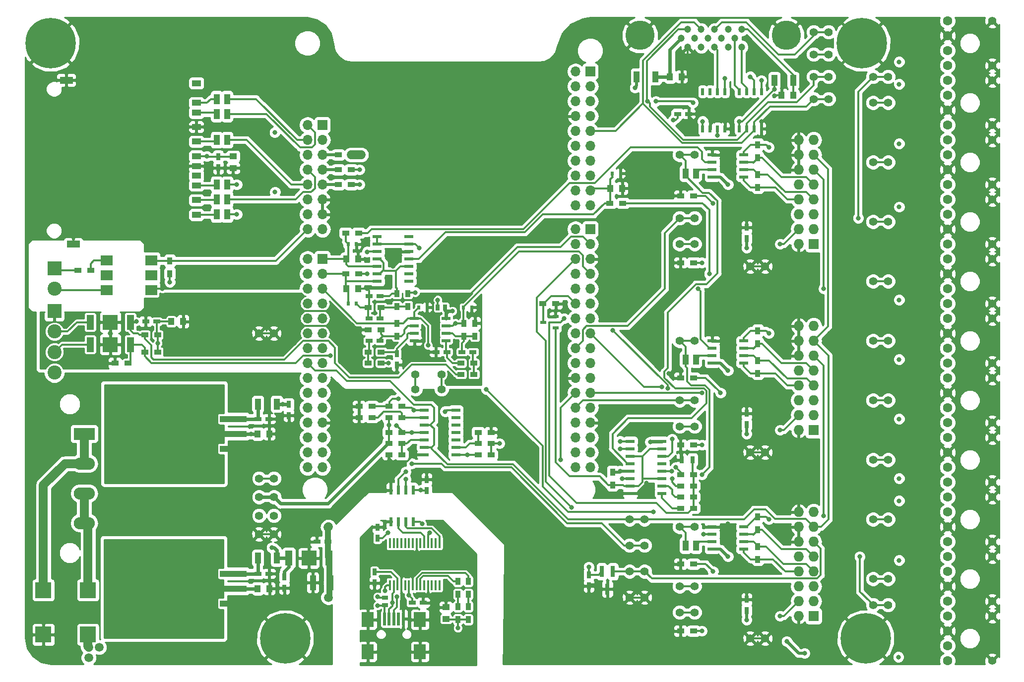
<source format=gbr>
G04 #@! TF.GenerationSoftware,KiCad,Pcbnew,(2018-01-25 revision 89a5a84af)-makepkg*
G04 #@! TF.CreationDate,2018-03-13T00:00:10+00:00*
G04 #@! TF.ProjectId,WolfDrive_H7Controller,576F6C6644726976655F4837436F6E74,rev?*
G04 #@! TF.SameCoordinates,Original*
G04 #@! TF.FileFunction,Copper,L1,Top,Signal*
G04 #@! TF.FilePolarity,Positive*
%FSLAX46Y46*%
G04 Gerber Fmt 4.6, Leading zero omitted, Abs format (unit mm)*
G04 Created by KiCad (PCBNEW (2018-01-25 revision 89a5a84af)-makepkg) date Tue Mar 13 00:00:10 2018*
%MOMM*%
%LPD*%
G01*
G04 APERTURE LIST*
%ADD10R,2.700000X2.700000*%
%ADD11R,0.500000X2.300000*%
%ADD12R,2.000000X2.500000*%
%ADD13R,0.750000X1.200000*%
%ADD14R,0.600000X1.550000*%
%ADD15R,1.200000X0.750000*%
%ADD16R,1.727200X1.727200*%
%ADD17O,1.727200X1.727200*%
%ADD18R,1.000000X2.500000*%
%ADD19R,1.000000X1.250000*%
%ADD20R,1.250000X1.000000*%
%ADD21R,1.700000X1.700000*%
%ADD22O,1.700000X1.700000*%
%ADD23R,1.500000X1.000000*%
%ADD24R,2.200000X1.200000*%
%ADD25R,0.600000X0.700000*%
%ADD26R,1.200000X0.900000*%
%ADD27R,1.016000X1.778000*%
%ADD28R,1.270000X2.540000*%
%ADD29R,2.540000X2.540000*%
%ADD30R,0.508000X1.143000*%
%ADD31R,1.550000X0.600000*%
%ADD32C,2.400000*%
%ADD33R,2.400000X2.400000*%
%ADD34R,3.600000X2.080000*%
%ADD35O,3.600000X2.080000*%
%ADD36R,1.000760X1.899920*%
%ADD37R,0.635000X1.016000*%
%ADD38R,1.000760X0.599440*%
%ADD39R,0.900000X1.200000*%
%ADD40R,0.700000X1.300000*%
%ADD41R,0.800000X1.900000*%
%ADD42R,2.000000X1.780000*%
%ADD43R,1.500000X0.600000*%
%ADD44R,4.550000X5.250000*%
%ADD45R,9.400000X10.800000*%
%ADD46R,4.600000X1.100000*%
%ADD47R,1.016000X0.635000*%
%ADD48R,0.450000X1.750000*%
%ADD49C,1.600000*%
%ADD50C,1.400000*%
%ADD51C,8.600000*%
%ADD52C,0.700000*%
%ADD53C,5.001260*%
%ADD54C,1.198880*%
%ADD55C,0.800000*%
%ADD56C,1.500000*%
%ADD57C,0.300000*%
%ADD58C,0.600000*%
%ADD59C,1.500000*%
%ADD60C,1.000000*%
%ADD61C,0.500000*%
%ADD62C,0.254000*%
G04 APERTURE END LIST*
D10*
X-46345000Y-24755000D03*
X-46345000Y-17155000D03*
X-38745000Y-24755000D03*
X-38745000Y-17155000D03*
D11*
X11862000Y-22092000D03*
X12662000Y-22092000D03*
X13462000Y-22092000D03*
X14262000Y-22092000D03*
X15062000Y-22092000D03*
D12*
X9012000Y-22192000D03*
X9012000Y-27692000D03*
X17912000Y-22192000D03*
X17912000Y-27692000D03*
D13*
X-5207000Y-14925000D03*
X-5207000Y-16825000D03*
D14*
X16764000Y-94000D03*
X15494000Y-94000D03*
X14224000Y-94000D03*
X12954000Y-94000D03*
X12954000Y-5494000D03*
X14224000Y-5494000D03*
X15494000Y-5494000D03*
X16764000Y-5494000D03*
D15*
X-7813000Y-14351000D03*
X-9713000Y-14351000D03*
D16*
X85090000Y-21590000D03*
D17*
X82550000Y-21590000D03*
X85090000Y-19050000D03*
X82550000Y-19050000D03*
X85090000Y-16510000D03*
X82550000Y-16510000D03*
X85090000Y-13970000D03*
X82550000Y-13970000D03*
X85090000Y-11430000D03*
X82550000Y-11430000D03*
X85090000Y-8890000D03*
X82550000Y-8890000D03*
X85090000Y-6350000D03*
X82550000Y-6350000D03*
X85090000Y-3810000D03*
X82550000Y-3810000D03*
D18*
X2643000Y-15875000D03*
X-357000Y-15875000D03*
D15*
X320000Y-8890000D03*
X2220000Y-8890000D03*
X11110000Y29210000D03*
X9210000Y29210000D03*
D13*
X-4445000Y12639000D03*
X-4445000Y14539000D03*
D15*
X61915000Y64135000D03*
X63815000Y64135000D03*
D19*
X-9763000Y-16891000D03*
X-7763000Y-16891000D03*
X-7779000Y9525000D03*
X-9779000Y9525000D03*
D15*
X18476000Y-19304000D03*
X16576000Y-19304000D03*
D13*
X19050000Y-188000D03*
X19050000Y1712000D03*
D20*
X22352000Y-20082000D03*
X22352000Y-22082000D03*
D13*
X10668000Y-8316000D03*
X10668000Y-6416000D03*
D15*
X26985000Y23495000D03*
X25085000Y23495000D03*
D19*
X5350000Y39370000D03*
X7350000Y39370000D03*
X5350000Y34290000D03*
X7350000Y34290000D03*
X50435000Y51435000D03*
X52435000Y51435000D03*
D15*
X22540000Y23495000D03*
X20640000Y23495000D03*
X11110000Y33020000D03*
X9210000Y33020000D03*
D19*
X-24495000Y28702000D03*
X-22495000Y28702000D03*
D15*
X-28890000Y28702000D03*
X-26990000Y28702000D03*
D13*
X-16510000Y56830000D03*
X-16510000Y54930000D03*
D20*
X-13970000Y56880000D03*
X-13970000Y54880000D03*
D13*
X73660000Y44765000D03*
X73660000Y42865000D03*
D15*
X9210000Y25400000D03*
X11110000Y25400000D03*
D13*
X13970000Y21275000D03*
X13970000Y23175000D03*
X46736000Y-14544000D03*
X46736000Y-16444000D03*
D19*
X60595000Y70485000D03*
X62595000Y70485000D03*
X79645000Y67310000D03*
X81645000Y67310000D03*
D13*
X73660000Y-18735000D03*
X73660000Y-20635000D03*
X73660000Y11115000D03*
X73660000Y13015000D03*
D21*
X46990000Y71374000D03*
D22*
X44450000Y71374000D03*
X46990000Y68834000D03*
X44450000Y68834000D03*
X46990000Y66294000D03*
X44450000Y66294000D03*
X46990000Y63754000D03*
X44450000Y63754000D03*
X46990000Y61214000D03*
X44450000Y61214000D03*
X46990000Y58674000D03*
X44450000Y58674000D03*
X46990000Y56134000D03*
X44450000Y56134000D03*
X46990000Y53594000D03*
X44450000Y53594000D03*
X46990000Y51054000D03*
X44450000Y51054000D03*
X46990000Y48514000D03*
X44450000Y48514000D03*
D21*
X1270000Y62230000D03*
D22*
X-1270000Y62230000D03*
X1270000Y59690000D03*
X-1270000Y59690000D03*
X1270000Y57150000D03*
X-1270000Y57150000D03*
X1270000Y54610000D03*
X-1270000Y54610000D03*
X1270000Y52070000D03*
X-1270000Y52070000D03*
X1270000Y49530000D03*
X-1270000Y49530000D03*
X1270000Y46990000D03*
X-1270000Y46990000D03*
X1270000Y44450000D03*
X-1270000Y44450000D03*
D21*
X1270000Y39370000D03*
D22*
X-1270000Y39370000D03*
X1270000Y36830000D03*
X-1270000Y36830000D03*
X1270000Y34290000D03*
X-1270000Y34290000D03*
X1270000Y31750000D03*
X-1270000Y31750000D03*
X1270000Y29210000D03*
X-1270000Y29210000D03*
X1270000Y26670000D03*
X-1270000Y26670000D03*
X1270000Y24130000D03*
X-1270000Y24130000D03*
X1270000Y21590000D03*
X-1270000Y21590000D03*
X1270000Y19050000D03*
X-1270000Y19050000D03*
X1270000Y16510000D03*
X-1270000Y16510000D03*
X1270000Y13970000D03*
X-1270000Y13970000D03*
X1270000Y11430000D03*
X-1270000Y11430000D03*
X1270000Y8890000D03*
X-1270000Y8890000D03*
X1270000Y6350000D03*
X-1270000Y6350000D03*
X1270000Y3810000D03*
X-1270000Y3810000D03*
D21*
X46990000Y44450000D03*
D22*
X44450000Y44450000D03*
X46990000Y41910000D03*
X44450000Y41910000D03*
X46990000Y39370000D03*
X44450000Y39370000D03*
X46990000Y36830000D03*
X44450000Y36830000D03*
X46990000Y34290000D03*
X44450000Y34290000D03*
X46990000Y31750000D03*
X44450000Y31750000D03*
X46990000Y29210000D03*
X44450000Y29210000D03*
X46990000Y26670000D03*
X44450000Y26670000D03*
X46990000Y24130000D03*
X44450000Y24130000D03*
X46990000Y21590000D03*
X44450000Y21590000D03*
X46990000Y19050000D03*
X44450000Y19050000D03*
X46990000Y16510000D03*
X44450000Y16510000D03*
X46990000Y13970000D03*
X44450000Y13970000D03*
X46990000Y11430000D03*
X44450000Y11430000D03*
X46990000Y8890000D03*
X44450000Y8890000D03*
X46990000Y6350000D03*
X44450000Y6350000D03*
X46990000Y3810000D03*
X44450000Y3810000D03*
D23*
X-20235000Y49410000D03*
X-20235000Y51910000D03*
X-20235000Y55210000D03*
X-20235000Y56910000D03*
X-20235000Y59410000D03*
X-20235000Y61910000D03*
X-20235000Y64330000D03*
X-20235000Y66030000D03*
X-20235000Y46910000D03*
X-20235000Y53560000D03*
X-20235000Y69380000D03*
D24*
X-41235000Y41880000D03*
X-42435000Y69880000D03*
D25*
X19115000Y31115000D03*
X17715000Y31115000D03*
X7050000Y41910000D03*
X5650000Y41910000D03*
X5650000Y31750000D03*
X7050000Y31750000D03*
X52135000Y53975000D03*
X50735000Y53975000D03*
X25335000Y31115000D03*
X26735000Y31115000D03*
D26*
X64600000Y635000D03*
X62400000Y635000D03*
X64600000Y38735000D03*
X62400000Y38735000D03*
X62400000Y-24130000D03*
X64600000Y-24130000D03*
X62400000Y7620000D03*
X64600000Y7620000D03*
X62400000Y50165000D03*
X64600000Y50165000D03*
X62400000Y-12700000D03*
X64600000Y-12700000D03*
X64600000Y19050000D03*
X62400000Y19050000D03*
X62400000Y-3175000D03*
X64600000Y-3175000D03*
X64600000Y-1270000D03*
X62400000Y-1270000D03*
X62400000Y2540000D03*
X64600000Y2540000D03*
D27*
X-14986000Y46990000D03*
X-16764000Y46990000D03*
X-16764000Y49530000D03*
X-14986000Y49530000D03*
X-14986000Y52070000D03*
X-16764000Y52070000D03*
X-16764000Y59690000D03*
X-14986000Y59690000D03*
X-14986000Y64135000D03*
X-16764000Y64135000D03*
X-14986000Y66675000D03*
X-16764000Y66675000D03*
X63246000Y53975000D03*
X65024000Y53975000D03*
X63246000Y-9525000D03*
X65024000Y-9525000D03*
X65024000Y22225000D03*
X63246000Y22225000D03*
D28*
X2413000Y-11684000D03*
D29*
X-1016000Y-11684000D03*
D28*
X-4445000Y-11684000D03*
X-38354000Y28575000D03*
D29*
X-34925000Y28575000D03*
D28*
X-31496000Y28575000D03*
X-31496000Y24765000D03*
D29*
X-34925000Y24765000D03*
D28*
X-38354000Y24765000D03*
D30*
X72390000Y67945000D03*
X73660000Y67945000D03*
X74930000Y67945000D03*
X76200000Y67945000D03*
X76200000Y61595000D03*
X74930000Y61595000D03*
X73660000Y61595000D03*
X72390000Y61595000D03*
X66167000Y67945000D03*
X67437000Y67945000D03*
X68707000Y67945000D03*
X69977000Y67945000D03*
X69977000Y61595000D03*
X68707000Y61595000D03*
X67437000Y61595000D03*
X66167000Y61595000D03*
D31*
X73185000Y53340000D03*
X73185000Y54610000D03*
X73185000Y55880000D03*
X73185000Y57150000D03*
X67785000Y57150000D03*
X67785000Y55880000D03*
X67785000Y54610000D03*
X67785000Y53340000D03*
X73185000Y-10160000D03*
X73185000Y-8890000D03*
X73185000Y-7620000D03*
X73185000Y-6350000D03*
X67785000Y-6350000D03*
X67785000Y-7620000D03*
X67785000Y-8890000D03*
X67785000Y-10160000D03*
X67785000Y21590000D03*
X67785000Y22860000D03*
X67785000Y24130000D03*
X67785000Y25400000D03*
X73185000Y25400000D03*
X73185000Y24130000D03*
X73185000Y22860000D03*
X73185000Y21590000D03*
D32*
X-44450000Y23480000D03*
X-44450000Y19980000D03*
X-44450000Y26980000D03*
D33*
X-44450000Y30480000D03*
D34*
X-39370000Y9525000D03*
D35*
X-39370000Y4445000D03*
X-39370000Y-635000D03*
X-39370000Y-5715000D03*
D36*
X58115200Y70485000D03*
X54914800Y70485000D03*
X-6527800Y-11684000D03*
X-9728200Y-11684000D03*
X-9728200Y14605000D03*
X-6527800Y14605000D03*
D37*
X20949920Y31115000D03*
X22225000Y31115000D03*
D36*
X81610200Y69850000D03*
X78409800Y69850000D03*
D32*
X-44450000Y34290000D03*
D33*
X-44450000Y37790000D03*
D17*
X82550000Y59690000D03*
X85090000Y59690000D03*
X82550000Y57150000D03*
X85090000Y57150000D03*
X82550000Y54610000D03*
X85090000Y54610000D03*
X82550000Y52070000D03*
X85090000Y52070000D03*
X82550000Y49530000D03*
X85090000Y49530000D03*
X82550000Y46990000D03*
X85090000Y46990000D03*
X82550000Y44450000D03*
X85090000Y44450000D03*
X82550000Y41910000D03*
D16*
X85090000Y41910000D03*
D17*
X82550000Y27940000D03*
X85090000Y27940000D03*
X82550000Y25400000D03*
X85090000Y25400000D03*
X82550000Y22860000D03*
X85090000Y22860000D03*
X82550000Y20320000D03*
X85090000Y20320000D03*
X82550000Y17780000D03*
X85090000Y17780000D03*
X82550000Y15240000D03*
X85090000Y15240000D03*
X82550000Y12700000D03*
X85090000Y12700000D03*
X82550000Y10160000D03*
D16*
X85090000Y10160000D03*
D38*
X41061640Y27622500D03*
X38948360Y28575000D03*
X41061640Y29527500D03*
D39*
X15875000Y31285000D03*
X15875000Y33485000D03*
D26*
X9060000Y31115000D03*
X11260000Y31115000D03*
X-29040000Y23495000D03*
X-26840000Y23495000D03*
D39*
X-24765000Y36873000D03*
X-24765000Y39073000D03*
D26*
X-31920000Y21590000D03*
X-34120000Y21590000D03*
X9060000Y21590000D03*
X11260000Y21590000D03*
X-40470000Y37465000D03*
X-38270000Y37465000D03*
D39*
X26162000Y-22182000D03*
X26162000Y-19982000D03*
D26*
X3980000Y57150000D03*
X6180000Y57150000D03*
X6180000Y54610000D03*
X3980000Y54610000D03*
X6180000Y52070000D03*
X3980000Y52070000D03*
D39*
X75565000Y51605000D03*
X75565000Y53805000D03*
X75565000Y56685000D03*
X75565000Y58885000D03*
X75565000Y-11895000D03*
X75565000Y-9695000D03*
X75565000Y-4615000D03*
X75565000Y-6815000D03*
X75565000Y22055000D03*
X75565000Y19855000D03*
X75565000Y27135000D03*
X75565000Y24935000D03*
D26*
X-29040000Y26416000D03*
X-26840000Y26416000D03*
X27135000Y19685000D03*
X24935000Y19685000D03*
X5250000Y43815000D03*
X7450000Y43815000D03*
X5250000Y36830000D03*
X7450000Y36830000D03*
X52535000Y48895000D03*
X50335000Y48895000D03*
X27135000Y21590000D03*
X24935000Y21590000D03*
D39*
X27305000Y28405000D03*
X27305000Y26205000D03*
X25400000Y28405000D03*
X25400000Y26205000D03*
D26*
X41105000Y31750000D03*
X38905000Y31750000D03*
D39*
X50800000Y3005000D03*
X50800000Y805000D03*
D26*
X12616000Y14224000D03*
X14816000Y14224000D03*
X7536000Y14224000D03*
X9736000Y14224000D03*
X12616000Y9779000D03*
X14816000Y9779000D03*
X30056000Y5969000D03*
X27856000Y5969000D03*
X14816000Y12319000D03*
X12616000Y12319000D03*
X7536000Y12319000D03*
X9736000Y12319000D03*
X12616000Y7874000D03*
X14816000Y7874000D03*
X12616000Y5969000D03*
X14816000Y5969000D03*
X30056000Y7874000D03*
X27856000Y7874000D03*
X30056000Y9779000D03*
X27856000Y9779000D03*
D40*
X64450000Y5080000D03*
X62550000Y5080000D03*
D26*
X11260000Y23495000D03*
X9060000Y23495000D03*
X9060000Y27305000D03*
X11260000Y27305000D03*
D39*
X13970000Y28405000D03*
X13970000Y26205000D03*
X13970000Y33485000D03*
X13970000Y31285000D03*
D41*
X50861000Y-13994000D03*
X48961000Y-13994000D03*
X49911000Y-16994000D03*
D42*
X-35560000Y39116000D03*
X-27940000Y34036000D03*
X-35560000Y36576000D03*
X-27940000Y36576000D03*
X-35560000Y34036000D03*
X-27940000Y39116000D03*
D31*
X22385000Y29210000D03*
X22385000Y27940000D03*
X22385000Y26670000D03*
X22385000Y25400000D03*
X16985000Y25400000D03*
X16985000Y26670000D03*
X16985000Y27940000D03*
X16985000Y29210000D03*
D43*
X16035000Y43180000D03*
X16035000Y41910000D03*
X16035000Y40640000D03*
X16035000Y39370000D03*
X16035000Y38100000D03*
X16035000Y36830000D03*
X16035000Y35560000D03*
X10635000Y35560000D03*
X10635000Y36830000D03*
X10635000Y38100000D03*
X10635000Y39370000D03*
X10635000Y40640000D03*
X10635000Y41910000D03*
X10635000Y43180000D03*
X53815000Y8255000D03*
X53815000Y6985000D03*
X53815000Y5715000D03*
X53815000Y4445000D03*
X53815000Y3175000D03*
X53815000Y1905000D03*
X53815000Y635000D03*
X53815000Y-635000D03*
X59215000Y-635000D03*
X59215000Y635000D03*
X59215000Y1905000D03*
X59215000Y3175000D03*
X59215000Y4445000D03*
X59215000Y5715000D03*
X59215000Y6985000D03*
X59215000Y8255000D03*
X18636000Y13589000D03*
X18636000Y12319000D03*
X18636000Y11049000D03*
X18636000Y9779000D03*
X18636000Y8509000D03*
X18636000Y7239000D03*
X18636000Y5969000D03*
X24036000Y5969000D03*
X24036000Y7239000D03*
X24036000Y8509000D03*
X24036000Y9779000D03*
X24036000Y11049000D03*
X24036000Y12319000D03*
X24036000Y13589000D03*
D44*
X-20635000Y-14116000D03*
X-25485000Y-19666000D03*
X-20635000Y-19666000D03*
X-25485000Y-14116000D03*
D45*
X-23060000Y-16891000D03*
D46*
X-13910000Y-14351000D03*
X-13910000Y-16891000D03*
X-13910000Y-19431000D03*
X-13910000Y6985000D03*
X-13910000Y9525000D03*
X-13910000Y12065000D03*
D45*
X-23060000Y9525000D03*
D44*
X-25485000Y12300000D03*
X-20635000Y6750000D03*
X-25485000Y6750000D03*
X-20635000Y12300000D03*
D15*
X-9713000Y12065000D03*
X-7813000Y12065000D03*
D13*
X10160000Y-15936000D03*
X10160000Y-14036000D03*
D39*
X24384000Y-15664000D03*
X24384000Y-17864000D03*
X26162000Y-17864000D03*
X26162000Y-15664000D03*
D47*
X11938000Y-18412460D03*
X11938000Y-19687540D03*
D39*
X24384000Y-19982000D03*
X24384000Y-22182000D03*
D48*
X21243000Y-9100000D03*
X20593000Y-9100000D03*
X19943000Y-9100000D03*
X19293000Y-9100000D03*
X18643000Y-9100000D03*
X17993000Y-9100000D03*
X17343000Y-9100000D03*
X16693000Y-9100000D03*
X16043000Y-9100000D03*
X15393000Y-9100000D03*
X14743000Y-9100000D03*
X14093000Y-9100000D03*
X13443000Y-9100000D03*
X12793000Y-9100000D03*
X12793000Y-16300000D03*
X13443000Y-16300000D03*
X14093000Y-16300000D03*
X14743000Y-16300000D03*
X15393000Y-16300000D03*
X16043000Y-16300000D03*
X16693000Y-16300000D03*
X17343000Y-16300000D03*
X17993000Y-16300000D03*
X18643000Y-16300000D03*
X19293000Y-16300000D03*
X19943000Y-16300000D03*
X20593000Y-16300000D03*
X21243000Y-16300000D03*
D49*
X107950000Y80010000D03*
X107950000Y77470000D03*
X107950000Y74930000D03*
X107950000Y72390000D03*
D50*
X115570000Y72390000D03*
X115570000Y80010000D03*
X115570000Y-1270000D03*
X115570000Y-8890000D03*
D49*
X107950000Y-8890000D03*
X107950000Y-6350000D03*
X107950000Y-3810000D03*
X107950000Y-1270000D03*
D50*
X115570000Y-11430000D03*
X115570000Y-19050000D03*
D49*
X107950000Y-19050000D03*
X107950000Y-16510000D03*
X107950000Y-13970000D03*
X107950000Y-11430000D03*
X107950000Y8890000D03*
X107950000Y6350000D03*
X107950000Y3810000D03*
X107950000Y1270000D03*
D50*
X115570000Y1270000D03*
X115570000Y8890000D03*
X115570000Y19050000D03*
X115570000Y11430000D03*
D49*
X107950000Y11430000D03*
X107950000Y13970000D03*
X107950000Y16510000D03*
X107950000Y19050000D03*
D50*
X115570000Y29210000D03*
X115570000Y21590000D03*
D49*
X107950000Y21590000D03*
X107950000Y24130000D03*
X107950000Y26670000D03*
X107950000Y29210000D03*
X107950000Y39370000D03*
X107950000Y36830000D03*
X107950000Y34290000D03*
X107950000Y31750000D03*
D50*
X115570000Y31750000D03*
X115570000Y39370000D03*
X115570000Y49530000D03*
X115570000Y41910000D03*
D49*
X107950000Y41910000D03*
X107950000Y44450000D03*
X107950000Y46990000D03*
X107950000Y49530000D03*
X107950000Y59690000D03*
X107950000Y57150000D03*
X107950000Y54610000D03*
X107950000Y52070000D03*
D50*
X115570000Y52070000D03*
X115570000Y59690000D03*
D49*
X107950000Y69850000D03*
X107950000Y67310000D03*
X107950000Y64770000D03*
X107950000Y62230000D03*
D50*
X115570000Y62230000D03*
X115570000Y69850000D03*
D49*
X107950000Y-21590000D03*
X107950000Y-24130000D03*
X107950000Y-26670000D03*
X107950000Y-29210000D03*
D50*
X115570000Y-29210000D03*
X115570000Y-21590000D03*
D51*
X-5080000Y-25400000D03*
D52*
X-1855000Y-25400000D03*
X-2799581Y-27680419D03*
X-5080000Y-28625000D03*
X-7360419Y-27680419D03*
X-8305000Y-25400000D03*
X-7360419Y-23119581D03*
X-5080000Y-22175000D03*
X-2799581Y-23119581D03*
X95625419Y78480419D03*
X93345000Y79425000D03*
X91064581Y78480419D03*
X90120000Y76200000D03*
X91064581Y73919581D03*
X93345000Y72975000D03*
X95625419Y73919581D03*
X96570000Y76200000D03*
D51*
X93345000Y76200000D03*
X-45085000Y76200000D03*
D52*
X-41860000Y76200000D03*
X-42804581Y73919581D03*
X-45085000Y72975000D03*
X-47365419Y73919581D03*
X-48310000Y76200000D03*
X-47365419Y78480419D03*
X-45085000Y79425000D03*
X-42804581Y78480419D03*
X96260419Y-23119581D03*
X93980000Y-22175000D03*
X91699581Y-23119581D03*
X90755000Y-25400000D03*
X91699581Y-27680419D03*
X93980000Y-28625000D03*
X96260419Y-27680419D03*
X97205000Y-25400000D03*
D51*
X93980000Y-25400000D03*
D50*
X95250000Y-5080000D03*
X97790000Y-5080000D03*
X97790000Y-15240000D03*
X95250000Y-15240000D03*
X95250000Y5080000D03*
X97790000Y5080000D03*
X97790000Y15240000D03*
X95250000Y15240000D03*
X95250000Y25400000D03*
X97790000Y25400000D03*
X97790000Y35560000D03*
X95250000Y35560000D03*
X-9525000Y-4445000D03*
X-6985000Y-4445000D03*
X74295000Y38100000D03*
X76835000Y38100000D03*
X76835000Y6350000D03*
X74295000Y6350000D03*
X76835000Y-25400000D03*
X74295000Y-25400000D03*
X-9525000Y-1270000D03*
X-6985000Y-1270000D03*
X17145000Y17145000D03*
X17145000Y19685000D03*
X21590000Y17145000D03*
X21590000Y19685000D03*
X62230000Y41910000D03*
X64770000Y41910000D03*
X64770000Y-20955000D03*
X62230000Y-20955000D03*
X62230000Y10795000D03*
X64770000Y10795000D03*
X64770000Y46355000D03*
X62230000Y46355000D03*
X62230000Y-16510000D03*
X64770000Y-16510000D03*
X62230000Y15240000D03*
X64770000Y15240000D03*
X97790000Y-19685000D03*
X95250000Y-19685000D03*
X62230000Y25400000D03*
X64770000Y25400000D03*
X64770000Y-6350000D03*
X62230000Y-6350000D03*
X62230000Y57150000D03*
X64770000Y57150000D03*
X56261000Y-9525000D03*
X53721000Y-9525000D03*
X56261000Y-5080000D03*
X53721000Y-5080000D03*
X97790000Y45720000D03*
X95250000Y45720000D03*
X95250000Y55880000D03*
X97790000Y55880000D03*
X97790000Y66040000D03*
X95250000Y66040000D03*
X95250000Y70485000D03*
X97790000Y70485000D03*
X56261000Y-13970000D03*
X53721000Y-13970000D03*
X-9525000Y1905000D03*
X-6985000Y1905000D03*
X56261000Y-18415000D03*
X53721000Y-18415000D03*
X-9525000Y-7620000D03*
X-6985000Y-7620000D03*
X-6985000Y26670000D03*
X-9525000Y26670000D03*
X87630000Y74295000D03*
X85090000Y74295000D03*
X87630000Y70485000D03*
X85090000Y70485000D03*
X85090000Y66675000D03*
X87630000Y66675000D03*
X85090000Y78105000D03*
X87630000Y78105000D03*
D53*
X55450740Y77538580D03*
D54*
X68211700Y75539600D03*
X65925700Y75539600D03*
X63634620Y75539600D03*
X70505320Y75539600D03*
X72793860Y75539600D03*
X69359780Y77038200D03*
X67071240Y77038200D03*
X64780160Y77038200D03*
X62489080Y77038200D03*
D53*
X80439260Y77538580D03*
D54*
X71650860Y77038200D03*
X63634620Y78539340D03*
X65925700Y78539340D03*
X68214240Y78536800D03*
X70505320Y78539340D03*
X72793860Y78539340D03*
D55*
X64262000Y70485000D03*
X8890000Y39116000D03*
X78410173Y67258827D03*
X-41148000Y43688000D03*
X-6858000Y60960000D03*
X-24765000Y35433000D03*
X99695000Y73025000D03*
X99695000Y69215000D03*
X99695000Y59055000D03*
X99695000Y48260000D03*
X99695000Y-1905000D03*
X99695000Y32385000D03*
X17785834Y1899157D03*
X11430000Y635000D03*
X53975000Y51435000D03*
X60414325Y19800010D03*
X70485000Y-5830010D03*
X31537162Y9312162D03*
X41105000Y30480000D03*
X62400000Y6350000D03*
X73660000Y14489990D03*
X70485000Y26670000D03*
X-18288000Y15875000D03*
X-33528000Y3175000D03*
X-30988000Y3175000D03*
X-28448000Y3175000D03*
X-25908000Y3175000D03*
X-23368000Y3175000D03*
X-20828000Y3175000D03*
X-18288000Y3175000D03*
X-33528000Y5715000D03*
X-30988000Y5715000D03*
X-28448000Y5715000D03*
X-25908000Y5715000D03*
X-23368000Y5715000D03*
X-20828000Y5715000D03*
X-18288000Y5715000D03*
X-33528000Y8255000D03*
X-30988000Y8255000D03*
X-28448000Y8255000D03*
X-25908000Y8255000D03*
X-23368000Y8255000D03*
X-20828000Y8255000D03*
X-18288000Y8255000D03*
X-33528000Y10795000D03*
X-30988000Y10795000D03*
X-28448000Y10795000D03*
X-25908000Y10795000D03*
X-23368000Y10795000D03*
X-20828000Y10795000D03*
X-18288000Y10795000D03*
X-33528000Y13335000D03*
X-30988000Y13335000D03*
X-28448000Y13335000D03*
X-25908000Y13335000D03*
X-23368000Y13335000D03*
X-20828000Y13335000D03*
X-18288000Y13335000D03*
X-33528000Y15875000D03*
X-30988000Y15875000D03*
X-28448000Y15875000D03*
X-25908000Y15875000D03*
X-23368000Y15875000D03*
X-20828000Y15875000D03*
X10668000Y-19812000D03*
X8936040Y40593960D03*
X57213500Y8128000D03*
X22225000Y13334994D03*
X99568000Y-28575010D03*
X-33528000Y-23368000D03*
X-30988000Y-23368000D03*
X-28448000Y-23368000D03*
X-25908000Y-23368000D03*
X-23368000Y-23368000D03*
X-20828000Y-23368000D03*
X-18288000Y-23368000D03*
X-33528000Y-20828000D03*
X-30988000Y-20828000D03*
X-28448000Y-20828000D03*
X-25908000Y-20828000D03*
X-23368000Y-20828000D03*
X-20828000Y-20828000D03*
X-18288000Y-20828000D03*
X-33528000Y-18288000D03*
X-30988000Y-18288000D03*
X-28448000Y-18288000D03*
X-25908000Y-18288000D03*
X-23368000Y-18288000D03*
X-20828000Y-18288000D03*
X-18288000Y-18288000D03*
X-33528000Y-15748000D03*
X-30988000Y-15748000D03*
X-28448000Y-15748000D03*
X-25908000Y-15748000D03*
X-23368000Y-15748000D03*
X-20828000Y-15748000D03*
X-18288000Y-15748000D03*
X-33528000Y-13208000D03*
X-30988000Y-13208000D03*
X-28448000Y-13208000D03*
X-25908000Y-13208000D03*
X-23368000Y-13208000D03*
X-20828000Y-13208000D03*
X-18288000Y-13208000D03*
X-33528000Y-10668000D03*
X-30988000Y-10668000D03*
X-28448000Y-10668000D03*
X-25908000Y-10668000D03*
X-23368000Y-10668000D03*
X-20828000Y-10668000D03*
X-18288000Y-10668000D03*
X-10922000Y9525000D03*
X-7366000Y-9906008D03*
X-5461000Y14605000D03*
X46736000Y-13208000D03*
X61172838Y63077838D03*
X99695000Y-12065000D03*
X99695000Y1905000D03*
X99695000Y12065000D03*
X99695000Y22225000D03*
X-34925000Y26670000D03*
X24638000Y32766000D03*
X-13335000Y52070000D03*
X50800000Y27189990D03*
X13208000Y-19304000D03*
X11938000Y-17272000D03*
X13970000Y-18288000D03*
X52387500Y1905000D03*
X-30480000Y28702000D03*
X12585000Y21590000D03*
X2667000Y22860000D03*
X13928199Y10961460D03*
D56*
X-36830000Y-26924000D03*
X-38608000Y-28702000D03*
X-38608000Y-26924000D03*
X2286000Y-18415000D03*
X2286000Y-6350000D03*
D55*
X80518000Y-25908000D03*
X83566000Y-27940000D03*
X27940000Y31115000D03*
X64516000Y66040000D03*
X58185989Y66294000D03*
X56764990Y66317197D03*
X19304000Y24638000D03*
X26035000Y5969000D03*
X14224008Y15494000D03*
X43815000Y-3060000D03*
X42545000Y29210000D03*
X92710000Y46355000D03*
X73660000Y46355000D03*
X73660000Y-17145000D03*
X60887195Y-24202805D03*
X60960000Y-12700000D03*
X-18415000Y61595000D03*
X-26035000Y34290000D03*
X-40640000Y69850000D03*
X-18415000Y55210000D03*
X60960000Y38735000D03*
X60960000Y50165000D03*
X70485000Y57785000D03*
X64770000Y62865000D03*
X76200000Y62865000D03*
X69977000Y62865000D03*
X56617996Y1136348D03*
X13335000Y38100000D03*
X8890000Y34290000D03*
X16891000Y5969000D03*
X6096000Y12319000D03*
X18034000Y-94000D03*
X-6815000Y50800000D03*
X-18415000Y56910000D03*
X78409800Y68319115D03*
X7620000Y54610000D03*
X72390000Y62865000D03*
X66167000Y62865000D03*
D56*
X7874000Y57150000D03*
D55*
X73660000Y41275000D03*
X73660000Y9525000D03*
X73660000Y-22225000D03*
X70485000Y-11430000D03*
X70485000Y20320000D03*
X70485000Y52070000D03*
X54610000Y68580000D03*
X52070000Y3175000D03*
X31496000Y7874000D03*
X12616000Y11049000D03*
X20955000Y32385000D03*
X17145000Y33655000D03*
X7620000Y52070000D03*
X18415000Y25400000D03*
X68707000Y60440000D03*
X-13335000Y46990000D03*
X23960000Y28405000D03*
X60198000Y17260000D03*
X15494000Y1778000D03*
X59182000Y17526000D03*
X15494000Y3048000D03*
X66040000Y16510000D03*
X41910000Y5080000D03*
X60960000Y1905000D03*
X52070000Y6985000D03*
X66040000Y38735000D03*
X66040000Y-24130000D03*
X66040000Y7620000D03*
X67945000Y48895000D03*
X67945000Y-13970000D03*
X69215000Y16510000D03*
X52070000Y8255000D03*
X61595000Y3810000D03*
X66040000Y2540000D03*
X60887892Y3102892D03*
X76200000Y69850000D03*
X74295000Y70485000D03*
X69977000Y70231000D03*
X77470000Y58420000D03*
X57785000Y-3810000D03*
X29210018Y17145000D03*
X66294000Y-7620000D03*
X8890000Y36830000D03*
X77470000Y-5080000D03*
X65405024Y34290000D03*
X67310000Y36830000D03*
X77470000Y26670000D03*
X79375000Y41910000D03*
X79375000Y-21590000D03*
X79375000Y10160000D03*
X92964000Y-11430000D03*
X60960000Y8620003D03*
X16891000Y13589000D03*
X17780000Y41275000D03*
X16510000Y4445000D03*
X16532331Y9756669D03*
X86814990Y-4445000D03*
X86815000Y34290000D03*
X-26797000Y25019000D03*
X23495000Y30480000D03*
X8890000Y-16764000D03*
X12446000Y-7366000D03*
X24384000Y-23622000D03*
X10668000Y-18288000D03*
X16002000Y-18034000D03*
X19558000Y-7366000D03*
X18288016Y-5842000D03*
D57*
X63881000Y70485000D02*
X64262000Y70485000D01*
X63641380Y70724620D02*
X63881000Y70485000D01*
X63634620Y70724620D02*
X63641380Y70724620D01*
X8636000Y39370000D02*
X8890000Y39116000D01*
X7350000Y39370000D02*
X8636000Y39370000D01*
X78461346Y67310000D02*
X78410173Y67258827D01*
X79645000Y67310000D02*
X78461346Y67310000D01*
X-41235000Y43601000D02*
X-41148000Y43688000D01*
X-41235000Y41880000D02*
X-41235000Y43601000D01*
X-8636000Y-21844000D02*
X-7878420Y-22601580D01*
X-48065420Y73583580D02*
X-48065420Y74255582D01*
X-47946920Y73465080D02*
X-48065420Y73583580D01*
X-48768000Y72644000D02*
X-47946920Y73465080D01*
X-48065420Y74255582D02*
X-47701420Y74619582D01*
X-47701420Y74619582D02*
X-47029418Y74619582D01*
X-47029418Y74619582D02*
X-46910918Y74501082D01*
X-46910918Y74501082D02*
X-45912001Y75499999D01*
X-45912001Y75499999D02*
X-45785001Y75499999D01*
X-45785001Y75499999D02*
X-45085000Y76200000D01*
X95961420Y79180420D02*
X95289418Y79180420D01*
X96079920Y79061920D02*
X95961420Y79180420D01*
X94925418Y78816420D02*
X94925418Y78144418D01*
X97028000Y80010000D02*
X96079920Y79061920D01*
X95289418Y79180420D02*
X94925418Y78816420D01*
X93345000Y76327000D02*
X93345000Y76200000D01*
X107950000Y77470000D02*
X105410000Y80010000D01*
X95043918Y78025918D02*
X93345000Y76327000D01*
X105410000Y80010000D02*
X97028000Y80010000D01*
X94925418Y78144418D02*
X95043918Y78025918D01*
X96960420Y-23455582D02*
X96960420Y-22783580D01*
X104140000Y-25400000D02*
X106680000Y-25400000D01*
X95924418Y-23819582D02*
X96596420Y-23819582D01*
X96960420Y-22783580D02*
X96778420Y-22601580D01*
X96778420Y-22601580D02*
X97790000Y-21590000D01*
X100330000Y-21590000D02*
X104140000Y-25400000D01*
X96596420Y-23819582D02*
X96960420Y-23455582D01*
X93980000Y-25400000D02*
X95742418Y-23637582D01*
X95742418Y-23637582D02*
X95924418Y-23819582D01*
X97790000Y-21590000D02*
X100330000Y-21590000D01*
X106680000Y-25400000D02*
X107950000Y-24130000D01*
X-8060420Y-22783580D02*
X-8060420Y-23455582D01*
X-7024418Y-23819582D02*
X-6842418Y-23637582D01*
X-7878420Y-22601580D02*
X-8060420Y-22783580D01*
X-7696420Y-23819582D02*
X-7024418Y-23819582D01*
X-6842418Y-23637582D02*
X-5080000Y-25400000D01*
X-8060420Y-23455582D02*
X-7696420Y-23819582D01*
X-24765000Y36873000D02*
X-24765000Y35433000D01*
D58*
X-4445000Y-13208000D02*
X-5207000Y-13970000D01*
X-4445000Y-11684000D02*
X-4445000Y-13208000D01*
X-5207000Y-13970000D02*
X-5207000Y-14925000D01*
X-6527800Y-10363200D02*
X-6984992Y-9906008D01*
X-6527800Y-11684000D02*
X-6527800Y-10363200D01*
X-6984992Y-9906008D02*
X-7366000Y-9906008D01*
D57*
X74295000Y-25400000D02*
X76835000Y-25400000D01*
X74295000Y6350000D02*
X76835000Y6350000D01*
X74295000Y38100000D02*
X76835000Y38100000D01*
X-9525000Y-7620000D02*
X-6985000Y-7620000D01*
X17972991Y1712000D02*
X17785834Y1899157D01*
X19050000Y1712000D02*
X17972991Y1712000D01*
X12159000Y-94000D02*
X11430000Y635000D01*
X12954000Y-94000D02*
X12159000Y-94000D01*
X52435000Y51435000D02*
X53975000Y51435000D01*
X61164335Y19050000D02*
X60814324Y19400011D01*
X62400000Y19050000D02*
X61164335Y19050000D01*
X60814324Y19400011D02*
X60414325Y19800010D01*
X53721000Y-18415000D02*
X52300000Y-16994000D01*
X52300000Y-16994000D02*
X49911000Y-16994000D01*
X67785000Y-6350000D02*
X69965010Y-6350000D01*
X69965010Y-6350000D02*
X70085001Y-6230009D01*
X70085001Y-6230009D02*
X70485000Y-5830010D01*
X30056000Y9779000D02*
X31070324Y9779000D01*
X31137163Y9712161D02*
X31537162Y9312162D01*
X31070324Y9779000D02*
X31137163Y9712161D01*
X41105000Y31750000D02*
X41105000Y30480000D01*
X41061640Y29527500D02*
X41061640Y30436640D01*
X41061640Y30436640D02*
X41105000Y30480000D01*
X41262300Y29527500D02*
X41061640Y29527500D01*
X56261000Y-18415000D02*
X53721000Y-18415000D01*
X62400000Y6350000D02*
X62400000Y5230000D01*
X62400000Y7620000D02*
X62400000Y6350000D01*
X49125000Y-16994000D02*
X48260000Y-16129000D01*
X49911000Y-16994000D02*
X49125000Y-16994000D01*
X48260000Y-16129000D02*
X47051000Y-16129000D01*
X47051000Y-16129000D02*
X46736000Y-16444000D01*
X53316000Y-18010000D02*
X53721000Y-18415000D01*
X73660000Y13015000D02*
X73660000Y14489990D01*
X67785000Y25400000D02*
X69215000Y25400000D01*
X69215000Y25400000D02*
X70485000Y26670000D01*
X10668000Y-19812000D02*
X11813540Y-19812000D01*
X11813540Y-19812000D02*
X11938000Y-19687540D01*
X11862000Y-22092000D02*
X11862000Y-19763540D01*
X11862000Y-19763540D02*
X11938000Y-19687540D01*
D58*
X-4445000Y-11684000D02*
X-6527800Y-11684000D01*
D57*
X10635000Y40640000D02*
X8982080Y40640000D01*
D58*
X8982080Y40640000D02*
X8936040Y40593960D01*
X59215000Y8255000D02*
X57340500Y8255000D01*
X57340500Y8255000D02*
X57213500Y8128000D01*
D57*
X22479006Y13589000D02*
X22225000Y13334994D01*
X24036000Y13589000D02*
X22479006Y13589000D01*
D58*
X12466000Y7874000D02*
X2186999Y-2405001D01*
X12616000Y7874000D02*
X12466000Y7874000D01*
X2186999Y-2405001D02*
X-5849999Y-2405001D01*
X-5849999Y-2405001D02*
X-6985000Y-1270000D01*
X-10922000Y9525000D02*
X-9779000Y9525000D01*
X-13910000Y9525000D02*
X-10922000Y9525000D01*
X-13910000Y9525000D02*
X-17272000Y9525000D01*
X-23060000Y9525000D02*
X-17272000Y9525000D01*
X-6527800Y14605000D02*
X-5461000Y14605000D01*
X-5461000Y14605000D02*
X-4511000Y14605000D01*
X-4511000Y14605000D02*
X-4445000Y14539000D01*
X-9525000Y-1270000D02*
X-6985000Y-1270000D01*
X-6285001Y-1969999D02*
X-6985000Y-1270000D01*
X-23060000Y-16891000D02*
X-23060000Y-14805000D01*
X-13910000Y-16891000D02*
X-9763000Y-16891000D01*
X-23060000Y-16891000D02*
X-13910000Y-16891000D01*
D57*
X46736000Y-14544000D02*
X46736000Y-13208000D01*
X46736000Y-14544000D02*
X48411000Y-14544000D01*
X48411000Y-14544000D02*
X48961000Y-13994000D01*
X61915000Y63460000D02*
X61532838Y63077838D01*
X61915000Y64135000D02*
X61915000Y63460000D01*
X61532838Y63077838D02*
X61172838Y63077838D01*
X-34925000Y26670000D02*
X-34925000Y28575000D01*
X25908000Y32766000D02*
X34544000Y41402000D01*
X24638000Y32766000D02*
X25908000Y32766000D01*
X34544000Y41402000D02*
X41910000Y41402000D01*
X41910000Y41402000D02*
X43688000Y43180000D01*
X43688000Y43180000D02*
X45720000Y43180000D01*
X45720000Y43180000D02*
X46990000Y41910000D01*
X-6985000Y26670000D02*
X-9525000Y26670000D01*
X5842000Y27940000D02*
X-5715000Y27940000D01*
X-5715000Y27940000D02*
X-6985000Y26670000D01*
X22352000Y32766000D02*
X21844000Y33274000D01*
X21844000Y33274000D02*
X19812000Y33274000D01*
X24638000Y32766000D02*
X22352000Y32766000D01*
X19812000Y33274000D02*
X19115000Y32577000D01*
X19115000Y32577000D02*
X19115000Y31115000D01*
X3302000Y30480000D02*
X-4191000Y30480000D01*
X5842000Y27940000D02*
X3302000Y30480000D01*
X9060000Y23495000D02*
X9060000Y21590000D01*
X15875000Y27940000D02*
X15240000Y27305000D01*
X16985000Y27940000D02*
X15875000Y27940000D01*
X14775000Y26205000D02*
X13970000Y26205000D01*
X15240000Y27305000D02*
X15240000Y26670000D01*
X15240000Y26670000D02*
X14775000Y26205000D01*
X81645000Y70755000D02*
X73860660Y78539340D01*
X81645000Y70485000D02*
X81645000Y70755000D01*
X73860660Y78539340D02*
X73641596Y78539340D01*
X73641596Y78539340D02*
X72793860Y78539340D01*
X95250000Y66040000D02*
X97790000Y66040000D01*
X85090000Y66675000D02*
X87630000Y66675000D01*
X74930000Y62705002D02*
X77629998Y65405000D01*
X74930000Y61595000D02*
X74930000Y62705002D01*
X77629998Y65405000D02*
X83820000Y65405000D01*
X83820000Y65405000D02*
X85090000Y66675000D01*
X85090000Y70485000D02*
X87630000Y70485000D01*
X73660000Y62466500D02*
X77360500Y66167000D01*
X73660000Y61595000D02*
X73660000Y62466500D01*
X77360500Y66167000D02*
X82257002Y66167000D01*
X82257002Y66167000D02*
X85090000Y68999998D01*
X85090000Y68999998D02*
X85090000Y69495051D01*
X85090000Y69495051D02*
X85090000Y70485000D01*
X87630000Y74295000D02*
X85090000Y74295000D01*
X85090000Y78105000D02*
X87630000Y78105000D01*
X79066120Y74295000D02*
X73605120Y79756000D01*
X73605120Y79756000D02*
X69433440Y79756000D01*
X81915000Y74295000D02*
X79066120Y74295000D01*
X69433440Y79756000D02*
X68813679Y79136239D01*
X85090000Y78105000D02*
X85090000Y77470000D01*
X85090000Y77470000D02*
X81915000Y74295000D01*
X68813679Y79136239D02*
X68214240Y78536800D01*
X95250000Y55880000D02*
X97790000Y55880000D01*
X-8255000Y64135000D02*
X-2540000Y58420000D01*
X-9144000Y64135000D02*
X-8255000Y64135000D01*
X-2540000Y58420000D02*
X-1270000Y58420000D01*
X-1270000Y58420000D02*
X-508000Y58420000D01*
X-2032000Y58420000D02*
X-1270000Y58420000D01*
X-9144000Y64135000D02*
X-9017000Y64135000D01*
X-14986000Y64135000D02*
X-9144000Y64135000D01*
X0Y60960000D02*
X-420001Y61380001D01*
X0Y58928000D02*
X0Y60960000D01*
X-420001Y61380001D02*
X-1270000Y62230000D01*
X-508000Y58420000D02*
X0Y58928000D01*
X-3048000Y59690000D02*
X-10033000Y66675000D01*
X-10033000Y66675000D02*
X-14986000Y66675000D01*
X-1270000Y59690000D02*
X-3048000Y59690000D01*
X-3302000Y49530000D02*
X-3556000Y49530000D01*
X-635000Y50800000D02*
X-2032000Y50800000D01*
X-2032000Y50800000D02*
X-3302000Y49530000D01*
X-3556000Y49530000D02*
X-14986000Y49530000D01*
X0Y51435000D02*
X-635000Y50800000D01*
X-1270000Y54610000D02*
X0Y53340000D01*
X0Y53340000D02*
X0Y51435000D01*
X-4064000Y52070000D02*
X-11684000Y59690000D01*
X-1270000Y52070000D02*
X-4064000Y52070000D01*
X-11684000Y59690000D02*
X-14986000Y59690000D01*
X-24765000Y39073000D02*
X-6647000Y39073000D01*
X-6647000Y39073000D02*
X-1270000Y44450000D01*
X-24765000Y39073000D02*
X-27897000Y39073000D01*
X-27897000Y39073000D02*
X-27940000Y39116000D01*
X-5377000Y40343000D02*
X-1270000Y44450000D01*
X-4615000Y41105000D02*
X-1270000Y44450000D01*
X15875000Y29210000D02*
X15070000Y28405000D01*
X16985000Y29210000D02*
X15875000Y29210000D01*
X15070000Y28405000D02*
X13970000Y28405000D01*
X17145000Y19685000D02*
X17145000Y17145000D01*
X95250000Y45720000D02*
X97790000Y45720000D01*
X16858004Y14478000D02*
X19812000Y14478000D01*
X5461000Y18542000D02*
X12794004Y18542000D01*
X20320000Y13970000D02*
X20320000Y11684000D01*
X3683000Y20320000D02*
X5461000Y18542000D01*
X-1270000Y21590000D02*
X0Y20320000D01*
X12794004Y18542000D02*
X16858004Y14478000D01*
X0Y20320000D02*
X3683000Y20320000D01*
X19812000Y14478000D02*
X20320000Y13970000D01*
X20320000Y11684000D02*
X19685000Y11049000D01*
X43180000Y-5080000D02*
X33782000Y4318000D01*
X33782000Y4318000D02*
X22606000Y4318000D01*
X53721000Y-5080000D02*
X43180000Y-5080000D01*
X22606000Y4318000D02*
X19939000Y6985000D01*
X19939000Y6985000D02*
X19939000Y7239000D01*
X21590000Y19685000D02*
X21590000Y17145000D01*
X92710000Y67945000D02*
X92710000Y46920685D01*
X95250000Y70485000D02*
X94550001Y69785001D01*
X94550001Y69785001D02*
X92710000Y67945000D01*
X95250000Y70485000D02*
X97790000Y70485000D01*
X50833695Y27189990D02*
X50800000Y27189990D01*
X60198000Y17260000D02*
X60198000Y17825685D01*
X60198000Y17825685D02*
X50833695Y27189990D01*
X56134000Y17526000D02*
X47839999Y25820001D01*
X59182000Y17526000D02*
X56134000Y17526000D01*
X47839999Y25820001D02*
X46990000Y26670000D01*
X97790000Y-5080000D02*
X95250000Y-5080000D01*
X45720000Y27305000D02*
X46355000Y27940000D01*
X59690000Y43815000D02*
X61530001Y45655001D01*
X53340000Y27940000D02*
X59690000Y34290000D01*
X46355000Y27940000D02*
X53340000Y27940000D01*
X44450000Y24130000D02*
X45720000Y25400000D01*
X59690000Y34290000D02*
X59690000Y43815000D01*
X45720000Y25400000D02*
X45720000Y27305000D01*
X61530001Y45655001D02*
X62230000Y46355000D01*
X97790000Y35560000D02*
X95250000Y35560000D01*
X95250000Y15240000D02*
X97790000Y15240000D01*
X95250000Y5080000D02*
X97790000Y5080000D01*
X95250000Y25400000D02*
X97790000Y25400000D01*
X95250000Y-15240000D02*
X97790000Y-15240000D01*
X13208000Y-17780000D02*
X13443000Y-17545000D01*
X13208000Y-19304000D02*
X13208000Y-17780000D01*
X13443000Y-17545000D02*
X13443000Y-16300000D01*
X12662000Y-22092000D02*
X12662000Y-20419042D01*
X12662000Y-20419042D02*
X13208000Y-19873042D01*
X13208000Y-19873042D02*
X13208000Y-19869685D01*
X13208000Y-19869685D02*
X13208000Y-19304000D01*
X11938000Y-16706315D02*
X11938000Y-17272000D01*
X11938000Y-16630000D02*
X11938000Y-16706315D01*
X12793000Y-16300000D02*
X12268000Y-16300000D01*
X12268000Y-16300000D02*
X11938000Y-16630000D01*
X13462000Y-22092000D02*
X13462000Y-20574000D01*
X13462000Y-20574000D02*
X13970000Y-20066000D01*
X13970000Y-20066000D02*
X13970000Y-18853685D01*
X13970000Y-18853685D02*
X13970000Y-18288000D01*
X60209999Y20705688D02*
X59664323Y20160012D01*
X66790001Y35040001D02*
X65045023Y35040001D01*
X60209999Y30204977D02*
X60209999Y20705688D01*
X59664323Y19075677D02*
X61479999Y17260001D01*
X68695001Y36945001D02*
X66790001Y35040001D01*
X66790001Y16870001D02*
X66790001Y14720001D01*
X66400001Y17260001D02*
X66790001Y16870001D01*
X59664323Y20160012D02*
X59664323Y19075677D01*
X53467000Y12192000D02*
X50800000Y9525000D01*
X50800000Y7010000D02*
X53365000Y4445000D01*
X63246000Y53594000D02*
X66174990Y50665010D01*
X66790001Y14720001D02*
X64262000Y12192000D01*
X63246000Y53975000D02*
X63246000Y53594000D01*
X66174990Y50665010D02*
X67284992Y50665010D01*
X64262000Y12192000D02*
X53467000Y12192000D01*
X50800000Y9525000D02*
X50800000Y7010000D01*
X67284992Y50665010D02*
X68695001Y49255001D01*
X68695001Y49255001D02*
X68695001Y36945001D01*
X61479999Y17260001D02*
X66400001Y17260001D01*
X65045023Y35040001D02*
X60209999Y30204977D01*
X53365000Y4445000D02*
X53815000Y4445000D01*
X52387500Y1905000D02*
X53815000Y1905000D01*
X-31496000Y28575000D02*
X-30561000Y28575000D01*
X-30480000Y28656000D02*
X-30480000Y28702000D01*
X-30561000Y28575000D02*
X-30480000Y28656000D01*
X-5207000Y22225000D02*
X-27559000Y22225000D01*
X-27559000Y22225000D02*
X-27940000Y22606000D01*
X-27940000Y22606000D02*
X-27940000Y24638000D01*
X-2540000Y24892000D02*
X-5207000Y22225000D01*
X-29040000Y25738000D02*
X-29040000Y26416000D01*
X-27940000Y24638000D02*
X-29040000Y25738000D01*
X-2540000Y24892000D02*
X-3937000Y23495000D01*
X-2032000Y25400000D02*
X-2540000Y24892000D01*
X-29972000Y26416000D02*
X-30226000Y26670000D01*
X-30988000Y26670000D02*
X-30226000Y26670000D01*
X-31496000Y27178000D02*
X-30988000Y26670000D01*
X-31496000Y28575000D02*
X-31496000Y27178000D01*
X-29040000Y26416000D02*
X-29972000Y26416000D01*
X-31496000Y27940000D02*
X-31496000Y28575000D01*
X2286000Y25400000D02*
X-2032000Y25400000D01*
X3429000Y24257000D02*
X2286000Y25400000D01*
X3429000Y21590000D02*
X3429000Y24257000D01*
X24035000Y19685000D02*
X22384000Y21336000D01*
X22384000Y21336000D02*
X16510000Y21336000D01*
X14351000Y19177000D02*
X5842000Y19177000D01*
X5842000Y19177000D02*
X3429000Y21590000D01*
X24935000Y19685000D02*
X24035000Y19685000D01*
X16510000Y21336000D02*
X14351000Y19177000D01*
X-29040000Y22745000D02*
X-27885000Y21590000D01*
X-29040000Y23495000D02*
X-29040000Y22745000D01*
X-27885000Y21590000D02*
X-3302000Y21590000D01*
X-3302000Y21590000D02*
X-2032000Y22860000D01*
X-2032000Y22860000D02*
X2286000Y22860000D01*
X2286000Y22860000D02*
X2667000Y22860000D01*
X2101315Y22860000D02*
X2286000Y22860000D01*
X11260000Y21590000D02*
X12585000Y21590000D01*
X95250000Y-19685000D02*
X97790000Y-19685000D01*
X94550001Y-18985001D02*
X95250000Y-19685000D01*
X92964000Y-17399000D02*
X92964000Y-11430000D01*
X14816000Y10073659D02*
X13928199Y10961460D01*
X14816000Y9779000D02*
X14816000Y10073659D01*
X22225000Y3810000D02*
X21590000Y4445000D01*
X33528000Y3810000D02*
X22225000Y3810000D01*
X53721000Y-9525000D02*
X52731051Y-9525000D01*
X48921051Y-5715000D02*
X43053000Y-5715000D01*
X43053000Y-5715000D02*
X33528000Y3810000D01*
X52731051Y-9525000D02*
X48921051Y-5715000D01*
X21590000Y4445000D02*
X16510000Y4445000D01*
D59*
X-38745000Y-26787000D02*
X-38608000Y-26924000D01*
X-38745000Y-24755000D02*
X-38745000Y-26787000D01*
D60*
X2476500Y-16041500D02*
X2476500Y-18224500D01*
X2643000Y-15875000D02*
X2476500Y-16041500D01*
X2476500Y-18224500D02*
X2286000Y-18415000D01*
X2476500Y-15708500D02*
X2476500Y-11747500D01*
X2643000Y-15875000D02*
X2476500Y-15708500D01*
X2476500Y-11747500D02*
X2413000Y-11684000D01*
X2220000Y-8890000D02*
X2220000Y-11491000D01*
D57*
X2921000Y-15597000D02*
X2643000Y-15875000D01*
D59*
X2220000Y-6416000D02*
X2286000Y-6350000D01*
D60*
X2220000Y-8890000D02*
X2220000Y-6416000D01*
D61*
X50800000Y3005000D02*
X51900000Y3005000D01*
X82550000Y-27940000D02*
X80518000Y-25908000D01*
X83566000Y-27940000D02*
X82550000Y-27940000D01*
X53815000Y3175000D02*
X52070000Y3175000D01*
D57*
X27135000Y21590000D02*
X27135000Y19685000D01*
X26985000Y23495000D02*
X26985000Y21740000D01*
X26985000Y21740000D02*
X27135000Y21590000D01*
X50435000Y51435000D02*
X47371000Y51435000D01*
X47371000Y51435000D02*
X46990000Y51054000D01*
X47530000Y46990000D02*
X49435000Y48895000D01*
X16035000Y39370000D02*
X17725122Y39370000D01*
X38862000Y46990000D02*
X47530000Y46990000D01*
X35814000Y43942000D02*
X38862000Y46990000D01*
X49435000Y48895000D02*
X50335000Y48895000D01*
X22297122Y43942000D02*
X35814000Y43942000D01*
X17725122Y39370000D02*
X22297122Y43942000D01*
X26735000Y31115000D02*
X27940000Y31115000D01*
X6477000Y27305000D02*
X5842000Y27940000D01*
X9060000Y27305000D02*
X6477000Y27305000D01*
X64262000Y66294000D02*
X64516000Y66040000D01*
X58185989Y66294000D02*
X64262000Y66294000D01*
X46990000Y61214000D02*
X51308000Y61214000D01*
X51308000Y61214000D02*
X56014990Y65920990D01*
X62538880Y79756000D02*
X64709040Y79756000D01*
X56014990Y73232110D02*
X62538880Y79756000D01*
X64709040Y79756000D02*
X65326261Y79138779D01*
X56014990Y65992888D02*
X56014990Y73232110D01*
X65326261Y79138779D02*
X65925700Y78539340D01*
X56014990Y65832888D02*
X56014990Y65992888D01*
X62657888Y59189990D02*
X56014990Y65832888D01*
X72842490Y59189990D02*
X62657888Y59189990D01*
X74930000Y61595000D02*
X74930000Y61277500D01*
X74930000Y61277500D02*
X72842490Y59189990D01*
X56014990Y65920990D02*
X52324000Y62230000D01*
X56014990Y65992888D02*
X56014990Y65920990D01*
X56642000Y66326998D02*
X56642000Y73152000D01*
X56764990Y66317197D02*
X56642000Y66326998D01*
X62029340Y78539340D02*
X62786884Y78539340D01*
X62786884Y78539340D02*
X63634620Y78539340D01*
X56642000Y73152000D02*
X62029340Y78539340D01*
X57150000Y65932187D02*
X56764990Y66317197D01*
X57150000Y65405000D02*
X57150000Y65932187D01*
X62865000Y59690000D02*
X57150000Y65405000D01*
X73660000Y61595000D02*
X73660000Y61277500D01*
X72072500Y59690000D02*
X62865000Y59690000D01*
X73660000Y61277500D02*
X72072500Y59690000D01*
X19304000Y27940000D02*
X18034000Y29210000D01*
X19304000Y24638000D02*
X19304000Y27940000D01*
X18034000Y29210000D02*
X16985000Y29210000D01*
X7155000Y28405000D02*
X2119999Y33440001D01*
X13970000Y28405000D02*
X7155000Y28405000D01*
X2119999Y33440001D02*
X1270000Y34290000D01*
X73228002Y-5080000D02*
X74930000Y-3378002D01*
X85090000Y-6350000D02*
X83763601Y-5023601D01*
X76878004Y-3378002D02*
X74930000Y-3378002D01*
X83763601Y-5023601D02*
X78523603Y-5023601D01*
X78523603Y-5023601D02*
X76878004Y-3378002D01*
X19685000Y11049000D02*
X20320000Y10414000D01*
X20320000Y10414000D02*
X20320000Y7620000D01*
X19685000Y11049000D02*
X18636000Y11049000D01*
X56261000Y-5080000D02*
X73228002Y-5080000D01*
X87645233Y22844767D02*
X87645233Y-5064767D01*
X85090000Y25400000D02*
X87645233Y22844767D01*
X87645233Y-5064767D02*
X86360000Y-6350000D01*
X86360000Y-6350000D02*
X85090000Y-6350000D01*
X85090000Y57150000D02*
X87565001Y54674999D01*
X87565001Y54674999D02*
X87565001Y27875001D01*
X87565001Y27875001D02*
X85953599Y26263599D01*
X85953599Y26263599D02*
X85090000Y25400000D01*
X53721000Y-5080000D02*
X56261000Y-5080000D01*
X20320000Y7620000D02*
X19939000Y7239000D01*
X19939000Y7239000D02*
X18636000Y7239000D01*
X26035000Y5969000D02*
X27856000Y5969000D01*
X25086000Y5969000D02*
X26035000Y5969000D01*
X24036000Y5969000D02*
X25086000Y5969000D01*
X12700000Y14986000D02*
X13208000Y15494000D01*
X12700000Y14308000D02*
X12700000Y14986000D01*
X13208000Y15494000D02*
X14166315Y15494000D01*
X12616000Y14224000D02*
X12766000Y14224000D01*
X14036000Y15494000D02*
X14166315Y15494000D01*
X14166315Y15494000D02*
X14224008Y15494000D01*
X11176000Y14224000D02*
X12616000Y14224000D01*
X9736000Y14224000D02*
X11176000Y14224000D01*
X62230000Y41910000D02*
X64770000Y41910000D01*
X39370000Y1385000D02*
X43815000Y-3060000D01*
X39370000Y25400000D02*
X39370000Y1385000D01*
X37846000Y26924000D02*
X39370000Y25400000D01*
X37846000Y32766000D02*
X37846000Y26924000D01*
X44450000Y39370000D02*
X37846000Y32766000D01*
X62230000Y-20955000D02*
X64770000Y-20955000D01*
X45720000Y38100000D02*
X45720000Y40005000D01*
X45720000Y40005000D02*
X45085000Y40640000D01*
X46990000Y36830000D02*
X45720000Y38100000D01*
X25335000Y31165000D02*
X25335000Y31115000D01*
X45085000Y40640000D02*
X34810000Y40640000D01*
X34810000Y40640000D02*
X25335000Y31165000D01*
X41912021Y28577021D02*
X41912021Y28572979D01*
X41912021Y28572979D02*
X41910000Y28575000D01*
X42545000Y29210000D02*
X41912021Y28577021D01*
X40005000Y28575000D02*
X40005000Y12065000D01*
X41910000Y28575000D02*
X40005000Y28575000D01*
X40005000Y12065000D02*
X40005000Y5080000D01*
X40005000Y5080000D02*
X40005000Y4445000D01*
X64450000Y-3175000D02*
X63649999Y-3975001D01*
X63649999Y-3975001D02*
X59965327Y-3975001D01*
X64600000Y-3175000D02*
X64450000Y-3175000D01*
X40005000Y2377598D02*
X40005000Y5080000D01*
X59965327Y-3975001D02*
X58245327Y-2255001D01*
X58245327Y-2255001D02*
X44637599Y-2255001D01*
X44637599Y-2255001D02*
X40005000Y2377598D01*
X64450000Y5080000D02*
X64450000Y2690000D01*
X64450000Y2690000D02*
X64600000Y2540000D01*
X64600000Y635000D02*
X64600000Y2540000D01*
X64600000Y-1270000D02*
X64600000Y635000D01*
X64600000Y-3175000D02*
X64600000Y-1270000D01*
X92710000Y46920685D02*
X92710000Y46355000D01*
X12616000Y5418000D02*
X13208000Y4826000D01*
X12616000Y5969000D02*
X12616000Y5418000D01*
X13208000Y4826000D02*
X15748000Y4826000D01*
X15748000Y4826000D02*
X16491001Y5569001D01*
X16491001Y5569001D02*
X16891000Y5969000D01*
X52135000Y53275000D02*
X52435000Y52975000D01*
X52435000Y52975000D02*
X52435000Y51435000D01*
X52135000Y53975000D02*
X52135000Y53275000D01*
X73660000Y44765000D02*
X73660000Y46355000D01*
X73660000Y-18735000D02*
X73660000Y-17145000D01*
X60960000Y-24130000D02*
X60887195Y-24202805D01*
X62400000Y-24130000D02*
X60960000Y-24130000D01*
X62400000Y-12700000D02*
X60960000Y-12700000D01*
X-18730000Y61910000D02*
X-18415000Y61595000D01*
X-20235000Y61910000D02*
X-18730000Y61910000D01*
X-27940000Y34290000D02*
X-26035000Y34290000D01*
X-40670000Y69880000D02*
X-40640000Y69850000D01*
X-42435000Y69880000D02*
X-40670000Y69880000D01*
X-20235000Y55210000D02*
X-18415000Y55210000D01*
X-16510000Y54930000D02*
X-18135000Y54930000D01*
X-18135000Y54930000D02*
X-18415000Y55210000D01*
X-16510000Y54930000D02*
X-14020000Y54930000D01*
X-14020000Y54930000D02*
X-13970000Y54880000D01*
X62400000Y38735000D02*
X60960000Y38735000D01*
X62400000Y50165000D02*
X60960000Y50165000D01*
X69850000Y57150000D02*
X70485000Y57785000D01*
X67785000Y57150000D02*
X69850000Y57150000D01*
X68072000Y62865000D02*
X67437000Y62230000D01*
X67437000Y62230000D02*
X67437000Y61595000D01*
X69977000Y62865000D02*
X68072000Y62865000D01*
X63815000Y63820000D02*
X64770000Y62865000D01*
X63815000Y64135000D02*
X63815000Y63820000D01*
X62595000Y70485000D02*
X63395000Y70485000D01*
X63395000Y70485000D02*
X63634620Y70724620D01*
X63634620Y70724620D02*
X63634620Y74691864D01*
X63634620Y74691864D02*
X63634620Y75539600D01*
X76200000Y62865000D02*
X76200000Y61595000D01*
X69977000Y62865000D02*
X69977000Y61595000D01*
X53815000Y-635000D02*
X54865000Y-635000D01*
X54865000Y-635000D02*
X56617996Y1117996D01*
X56617996Y1117996D02*
X56617996Y1136348D01*
X9210000Y33020000D02*
X9210000Y33970000D01*
X9210000Y33970000D02*
X8890000Y34290000D01*
X14605000Y40640000D02*
X13335000Y39370000D01*
X16035000Y40640000D02*
X14605000Y40640000D01*
X13335000Y39370000D02*
X13335000Y38100000D01*
X7350000Y34290000D02*
X8890000Y34290000D01*
X9060000Y31115000D02*
X7685000Y31115000D01*
X7685000Y31115000D02*
X7050000Y31750000D01*
X9210000Y33020000D02*
X9210000Y31265000D01*
X9060000Y31115000D02*
X9060000Y29360000D01*
X9060000Y29360000D02*
X9210000Y29210000D01*
X9210000Y31265000D02*
X9060000Y31115000D01*
X7350000Y34290000D02*
X7940000Y34290000D01*
X7050000Y41210000D02*
X7350000Y40910000D01*
X7350000Y40910000D02*
X7350000Y39370000D01*
X7050000Y41910000D02*
X7050000Y41210000D01*
X62400000Y5230000D02*
X62550000Y5080000D01*
X18636000Y5969000D02*
X16891000Y5969000D01*
X7536000Y12319000D02*
X6096000Y12319000D01*
X7536000Y14224000D02*
X7536000Y12319000D01*
X16764000Y-94000D02*
X18034000Y-94000D01*
X19050000Y-188000D02*
X18128000Y-188000D01*
X18128000Y-188000D02*
X18034000Y-94000D01*
X-20235000Y56910000D02*
X-18415000Y56910000D01*
X-16510000Y56830000D02*
X-18335000Y56830000D01*
X-18335000Y56830000D02*
X-18415000Y56910000D01*
X-16510000Y56830000D02*
X-14020000Y56830000D01*
X-14020000Y56830000D02*
X-13970000Y56880000D01*
X78409800Y69850000D02*
X78409800Y68319115D01*
X72390000Y62865000D02*
X72955685Y62865000D01*
X72955685Y62865000D02*
X78409800Y68319115D01*
X6180000Y54610000D02*
X7620000Y54610000D01*
X72390000Y61595000D02*
X72390000Y62865000D01*
X66167000Y61595000D02*
X66167000Y62865000D01*
X-9525000Y1905000D02*
X-6985000Y1905000D01*
D59*
X6180000Y57150000D02*
X7874000Y57150000D01*
D57*
X13970000Y33485000D02*
X13970000Y34385000D01*
X13970000Y34385000D02*
X13854999Y34500001D01*
X13854999Y34500001D02*
X13854999Y37349999D01*
X13165000Y33485000D02*
X12700000Y33020000D01*
X12700000Y33020000D02*
X11110000Y33020000D01*
X13970000Y33485000D02*
X13165000Y33485000D01*
X14605000Y38100000D02*
X13854999Y37349999D01*
X16035000Y38100000D02*
X14605000Y38100000D01*
X11865003Y37349999D02*
X11735001Y37480001D01*
X13854999Y37349999D02*
X11865003Y37349999D01*
X10635000Y39370000D02*
X11085000Y39370000D01*
X11085000Y39370000D02*
X11735001Y38719999D01*
X11735001Y38719999D02*
X11735001Y37480001D01*
X11735001Y37480001D02*
X11085000Y36830000D01*
X11085000Y36830000D02*
X10635000Y36830000D01*
D61*
X51900000Y3005000D02*
X52070000Y3175000D01*
X73660000Y41275000D02*
X73660000Y42865000D01*
X73660000Y9525000D02*
X73660000Y11115000D01*
X73660000Y-22225000D02*
X73660000Y-20635000D01*
X69215000Y-10160000D02*
X70485000Y-11430000D01*
X67785000Y-10160000D02*
X69215000Y-10160000D01*
X69215000Y21590000D02*
X70485000Y20320000D01*
X67785000Y21590000D02*
X69215000Y21590000D01*
X69215000Y53340000D02*
X70485000Y52070000D01*
X67785000Y53340000D02*
X69215000Y53340000D01*
X54914800Y68884800D02*
X54610000Y68580000D01*
X54914800Y70485000D02*
X54914800Y68884800D01*
D57*
X31496000Y7874000D02*
X30056000Y7874000D01*
X12616000Y11049000D02*
X12616000Y9779000D01*
X12616000Y12319000D02*
X12616000Y11049000D01*
X20955000Y32385000D02*
X20955000Y31120080D01*
X20955000Y31120080D02*
X20949920Y31115000D01*
X17145000Y33655000D02*
X16045000Y33655000D01*
X16045000Y33655000D02*
X15875000Y33485000D01*
D61*
X6180000Y52070000D02*
X7620000Y52070000D01*
D57*
X50970000Y3175000D02*
X50800000Y3005000D01*
X30056000Y7874000D02*
X30056000Y5969000D01*
X12616000Y9779000D02*
X12616000Y7874000D01*
X27305000Y26205000D02*
X25400000Y26205000D01*
X25400000Y25305000D02*
X25085000Y24990000D01*
X25085000Y24990000D02*
X25085000Y23495000D01*
X25400000Y26205000D02*
X25400000Y25305000D01*
X23495000Y26670000D02*
X23960000Y26205000D01*
X23960000Y26205000D02*
X25400000Y26205000D01*
X22385000Y26670000D02*
X23495000Y26670000D01*
X5715000Y41845000D02*
X5715000Y39735000D01*
X5650000Y41910000D02*
X5715000Y41845000D01*
X5715000Y39735000D02*
X5350000Y39370000D01*
X5695000Y38100000D02*
X10635000Y38100000D01*
X5350000Y39370000D02*
X5350000Y38445000D01*
X5350000Y38445000D02*
X5695000Y38100000D01*
X5350000Y39370000D02*
X1270000Y39370000D01*
X5250000Y43815000D02*
X5250000Y42310000D01*
X5250000Y42310000D02*
X5650000Y41910000D01*
X5250000Y36830000D02*
X5250000Y35560000D01*
X5250000Y35560000D02*
X5250000Y34390000D01*
X5250000Y35560000D02*
X10635000Y35560000D01*
X5650000Y31750000D02*
X5650000Y33990000D01*
X5650000Y33990000D02*
X5350000Y34290000D01*
X5250000Y34390000D02*
X5350000Y34290000D01*
X1270000Y36830000D02*
X5250000Y36830000D01*
X50735000Y53405000D02*
X50800000Y53340000D01*
X50735000Y53975000D02*
X50735000Y53405000D01*
X50800000Y53340000D02*
X50435000Y52975000D01*
X50435000Y52975000D02*
X50435000Y51435000D01*
X50435000Y51435000D02*
X50435000Y48995000D01*
X50435000Y48995000D02*
X50335000Y48895000D01*
X22540000Y22545000D02*
X23495000Y21590000D01*
X23495000Y21590000D02*
X24935000Y21590000D01*
X22540000Y23495000D02*
X22540000Y22545000D01*
X22385000Y25400000D02*
X22385000Y23650000D01*
X22385000Y23650000D02*
X22540000Y23495000D01*
X18415000Y25400000D02*
X16985000Y25400000D01*
X9210000Y25400000D02*
X9210000Y23645000D01*
X9210000Y23645000D02*
X9060000Y23495000D01*
X11110000Y25715000D02*
X11600000Y26205000D01*
X11600000Y26205000D02*
X12140000Y26205000D01*
X11110000Y25400000D02*
X11110000Y25715000D01*
X11260000Y27305000D02*
X11260000Y26555000D01*
X11260000Y26555000D02*
X11610000Y26205000D01*
X11610000Y26205000D02*
X12140000Y26205000D01*
X12140000Y26205000D02*
X13970000Y26205000D01*
X11260000Y23495000D02*
X13650000Y23495000D01*
X13650000Y23495000D02*
X13970000Y23175000D01*
X15740008Y26462888D02*
X15740008Y25845008D01*
X15740008Y25845008D02*
X13970000Y24075000D01*
X13970000Y24075000D02*
X13970000Y23175000D01*
X16985000Y26670000D02*
X15947120Y26670000D01*
X15947120Y26670000D02*
X15740008Y26462888D01*
D58*
X60595000Y70485000D02*
X60595000Y75144120D01*
X60595000Y75144120D02*
X62489080Y77038200D01*
X58115200Y70485000D02*
X60595000Y70485000D01*
D57*
X81610200Y69850000D02*
X81610200Y67344800D01*
X81610200Y67344800D02*
X81645000Y67310000D01*
X68707000Y61595000D02*
X68707000Y60440000D01*
D61*
X1270000Y57150000D02*
X3980000Y57150000D01*
D57*
X-13335000Y46990000D02*
X-14986000Y46990000D01*
D61*
X1270000Y54610000D02*
X3980000Y54610000D01*
X3980000Y52070000D02*
X1270000Y52070000D01*
D57*
X-14986000Y52070000D02*
X-13335000Y52070000D01*
X17715000Y31050000D02*
X16985000Y30320000D01*
X16985000Y30320000D02*
X16985000Y29210000D01*
X17715000Y31115000D02*
X17715000Y31050000D01*
X25335000Y31115000D02*
X25335000Y28470000D01*
X25335000Y28470000D02*
X25400000Y28405000D01*
X23495000Y27940000D02*
X23960000Y28405000D01*
X23960000Y28405000D02*
X25400000Y28405000D01*
X22385000Y27940000D02*
X23495000Y27940000D01*
X64770000Y10795000D02*
X62230000Y10795000D01*
X43180000Y33020000D02*
X40325000Y33020000D01*
X44450000Y31750000D02*
X43180000Y33020000D01*
X40325000Y33020000D02*
X39055000Y31750000D01*
X39055000Y31750000D02*
X38905000Y31750000D01*
X38948360Y28575000D02*
X38948360Y31706640D01*
X38948360Y31706640D02*
X38905000Y31750000D01*
X15494000Y-94000D02*
X15494000Y1778000D01*
X14224000Y1778000D02*
X15494000Y3048000D01*
X14224000Y-94000D02*
X14224000Y1778000D01*
X62230000Y46355000D02*
X64770000Y46355000D01*
X66040000Y16510000D02*
X46990000Y16510000D01*
X41910000Y13970000D02*
X41910000Y5080000D01*
X44450000Y16510000D02*
X41910000Y13970000D01*
X64770000Y-16510000D02*
X62230000Y-16510000D01*
X62230000Y15240000D02*
X64770000Y15240000D01*
X62230000Y15240000D02*
X45720000Y15240000D01*
X45720000Y15240000D02*
X44450000Y13970000D01*
X-20235000Y49410000D02*
X-16884000Y49410000D01*
X-16884000Y49410000D02*
X-16764000Y49530000D01*
X-20235000Y51910000D02*
X-16924000Y51910000D01*
X-16924000Y51910000D02*
X-16764000Y52070000D01*
X-20235000Y59410000D02*
X-17044000Y59410000D01*
X-17044000Y59410000D02*
X-16764000Y59690000D01*
X-20235000Y64330000D02*
X-16959000Y64330000D01*
X-16959000Y64330000D02*
X-16764000Y64135000D01*
X-18425000Y66030000D02*
X-17780000Y66675000D01*
X-17780000Y66675000D02*
X-16764000Y66675000D01*
X-20235000Y66030000D02*
X-18425000Y66030000D01*
X-20235000Y46910000D02*
X-16844000Y46910000D01*
X-16844000Y46910000D02*
X-16764000Y46990000D01*
X60960000Y1270000D02*
X61595000Y635000D01*
X60960000Y1905000D02*
X60960000Y1270000D01*
X61595000Y635000D02*
X62400000Y635000D01*
X53815000Y6985000D02*
X52070000Y6985000D01*
X64600000Y38735000D02*
X66040000Y38735000D01*
X64600000Y-24130000D02*
X66040000Y-24130000D01*
X64600000Y7620000D02*
X66040000Y7620000D01*
X66675000Y50165000D02*
X64600000Y50165000D01*
X67945000Y48895000D02*
X66675000Y50165000D01*
X64600000Y-12700000D02*
X66675000Y-12700000D01*
X66675000Y-12700000D02*
X67545001Y-13570001D01*
X67545001Y-13570001D02*
X67945000Y-13970000D01*
X66675000Y19050000D02*
X68815001Y16909999D01*
X68815001Y16909999D02*
X69215000Y16510000D01*
X64600000Y19050000D02*
X66675000Y19050000D01*
X59215000Y-1430000D02*
X60960000Y-3175000D01*
X59215000Y-635000D02*
X59215000Y-1430000D01*
X60960000Y-3175000D02*
X62400000Y-3175000D01*
X60325000Y635000D02*
X60960000Y0D01*
X62400000Y-1270000D02*
X61500000Y-1270000D01*
X61500000Y-1270000D02*
X60960000Y-730000D01*
X60960000Y-730000D02*
X60960000Y0D01*
X59215000Y635000D02*
X60325000Y635000D01*
X62400000Y2540000D02*
X62400000Y3005000D01*
X62400000Y3005000D02*
X61595000Y3810000D01*
X52070000Y8255000D02*
X53815000Y8255000D01*
X64770000Y57150000D02*
X62230000Y57150000D01*
X63246000Y53975000D02*
X63246000Y56134000D01*
X63246000Y56134000D02*
X62230000Y57150000D01*
X67785000Y54610000D02*
X65659000Y54610000D01*
X65659000Y54610000D02*
X65024000Y53975000D01*
X67785000Y-8890000D02*
X65659000Y-8890000D01*
X65659000Y-8890000D02*
X65024000Y-9525000D01*
X63246000Y-9525000D02*
X63246000Y-7366000D01*
X63246000Y-7366000D02*
X62230000Y-6350000D01*
X64770000Y-6350000D02*
X62230000Y-6350000D01*
X63500000Y18469998D02*
X63500000Y20782000D01*
X64189998Y17780000D02*
X63500000Y18469998D01*
X66040000Y2540000D02*
X67310000Y3810000D01*
X63246000Y21036000D02*
X63246000Y22225000D01*
X66587122Y17780000D02*
X64189998Y17780000D01*
X67310000Y17057122D02*
X66587122Y17780000D01*
X67310000Y3810000D02*
X67310000Y17057122D01*
X63500000Y20782000D02*
X63246000Y21036000D01*
X60815784Y3175000D02*
X60887892Y3102892D01*
X59215000Y3175000D02*
X60815784Y3175000D01*
X63246000Y22225000D02*
X63246000Y24384000D01*
X63246000Y24384000D02*
X62230000Y25400000D01*
X64770000Y25400000D02*
X62230000Y25400000D01*
X67785000Y22860000D02*
X65659000Y22860000D01*
X65659000Y22860000D02*
X65024000Y22225000D01*
X-40640000Y28575000D02*
X-42235000Y26980000D01*
X-38354000Y28575000D02*
X-40640000Y28575000D01*
X-42235000Y26980000D02*
X-44450000Y26980000D01*
X-38354000Y24765000D02*
X-43165000Y24765000D01*
X-43165000Y24765000D02*
X-44450000Y23480000D01*
X-31496000Y24765000D02*
X-29560000Y24765000D01*
X-29560000Y24765000D02*
X-29040000Y24245000D01*
X-29040000Y24245000D02*
X-29040000Y23495000D01*
X-31496000Y24765000D02*
X-31496000Y22014000D01*
X-31496000Y22014000D02*
X-31920000Y21590000D01*
X76200000Y69850000D02*
X76200000Y67945000D01*
X74930000Y67945000D02*
X74930000Y69850000D01*
X74694999Y70085001D02*
X74295000Y70485000D01*
X74930000Y69850000D02*
X74694999Y70085001D01*
X73660000Y68580000D02*
X72793860Y69446140D01*
X73660000Y67945000D02*
X73660000Y68580000D01*
X72793860Y69446140D02*
X72793860Y75539600D01*
X72390000Y67945000D02*
X72390000Y68262500D01*
X72390000Y68262500D02*
X71650860Y69001640D01*
X71650860Y76190464D02*
X71650860Y77038200D01*
X71650860Y69001640D02*
X71650860Y76190464D01*
X68707000Y67945000D02*
X68707000Y75044300D01*
X68707000Y75044300D02*
X68211700Y75539600D01*
X69977000Y70231000D02*
X69977000Y67945000D01*
X80645000Y49530000D02*
X82550000Y49530000D01*
X78570000Y51605000D02*
X80645000Y49530000D01*
X75565000Y51605000D02*
X78570000Y51605000D01*
X73185000Y53340000D02*
X73185000Y52790000D01*
X73185000Y52790000D02*
X74370000Y51605000D01*
X74370000Y51605000D02*
X74865000Y51605000D01*
X74865000Y51605000D02*
X75565000Y51605000D01*
X77259000Y53805000D02*
X80264000Y50800000D01*
X75565000Y53805000D02*
X77259000Y53805000D01*
X83820000Y50800000D02*
X84226401Y50393599D01*
X80264000Y50800000D02*
X83820000Y50800000D01*
X84226401Y50393599D02*
X85090000Y49530000D01*
X73185000Y54610000D02*
X74760000Y54610000D01*
X74805000Y54655000D02*
X74865000Y54655000D01*
X74760000Y54610000D02*
X74805000Y54655000D01*
X74865000Y54655000D02*
X75565000Y53955000D01*
X75565000Y53955000D02*
X75565000Y53805000D01*
X83820000Y53340000D02*
X79610000Y53340000D01*
X85090000Y52070000D02*
X83820000Y53340000D01*
X76265000Y56685000D02*
X75565000Y56685000D01*
X79610000Y53340000D02*
X76265000Y56685000D01*
X73185000Y55880000D02*
X74760000Y55880000D01*
X74805000Y55835000D02*
X74865000Y55835000D01*
X74760000Y55880000D02*
X74805000Y55835000D01*
X74865000Y55835000D02*
X75565000Y56535000D01*
X75565000Y56535000D02*
X75565000Y56685000D01*
X77005000Y58885000D02*
X77470000Y58420000D01*
X75565000Y58885000D02*
X77005000Y58885000D01*
X73185000Y57150000D02*
X73185000Y57700000D01*
X73185000Y57700000D02*
X74370000Y58885000D01*
X74370000Y58885000D02*
X74865000Y58885000D01*
X74865000Y58885000D02*
X75565000Y58885000D01*
X47803998Y52324000D02*
X53899998Y58420000D01*
X43434000Y52324000D02*
X47803998Y52324000D01*
X66040000Y57658000D02*
X66040000Y56388000D01*
X35560000Y44450000D02*
X43434000Y52324000D01*
X9652000Y44450000D02*
X35560000Y44450000D01*
X7450000Y43815000D02*
X9017000Y43815000D01*
X9017000Y43815000D02*
X9652000Y44450000D01*
X53899998Y58420000D02*
X65278000Y58420000D01*
X65278000Y58420000D02*
X66040000Y57658000D01*
X66040000Y56388000D02*
X66548000Y55880000D01*
X66548000Y55880000D02*
X67785000Y55880000D01*
X38862000Y7493018D02*
X38862000Y508000D01*
X29210018Y17145000D02*
X38862000Y7493018D01*
X43180000Y-3810000D02*
X57219315Y-3810000D01*
X38862000Y508000D02*
X43180000Y-3810000D01*
X57219315Y-3810000D02*
X57785000Y-3810000D01*
X66294000Y-7620000D02*
X67785000Y-7620000D01*
X7450000Y36830000D02*
X8890000Y36830000D01*
X75395000Y-4615000D02*
X75565000Y-4615000D01*
X73660000Y-6350000D02*
X75395000Y-4615000D01*
X73185000Y-6350000D02*
X73660000Y-6350000D01*
X75565000Y-4615000D02*
X77005000Y-4615000D01*
X77005000Y-4615000D02*
X77470000Y-5080000D01*
X75565000Y-4765000D02*
X75565000Y-4615000D01*
X79610000Y-10160000D02*
X83820000Y-10160000D01*
X83820000Y-10160000D02*
X85090000Y-11430000D01*
X75565000Y-6815000D02*
X76265000Y-6815000D01*
X76265000Y-6815000D02*
X79610000Y-10160000D01*
X73185000Y-7620000D02*
X74760000Y-7620000D01*
X74760000Y-7620000D02*
X74805000Y-7665000D01*
X74805000Y-7665000D02*
X74865000Y-7665000D01*
X74865000Y-7665000D02*
X75565000Y-6965000D01*
X75565000Y-6965000D02*
X75565000Y-6815000D01*
X79983096Y-12700000D02*
X76978096Y-9695000D01*
X83820000Y-12700000D02*
X79983096Y-12700000D01*
X76265000Y-9695000D02*
X75565000Y-9695000D01*
X85090000Y-13970000D02*
X83820000Y-12700000D01*
X76978096Y-9695000D02*
X76265000Y-9695000D01*
X73185000Y-8890000D02*
X74760000Y-8890000D01*
X74760000Y-8890000D02*
X74805000Y-8845000D01*
X74805000Y-8845000D02*
X74865000Y-8845000D01*
X75565000Y-9545000D02*
X75565000Y-9695000D01*
X74865000Y-8845000D02*
X75565000Y-9545000D01*
X78189000Y-11895000D02*
X80264000Y-13970000D01*
X75565000Y-11895000D02*
X78189000Y-11895000D01*
X80264000Y-13970000D02*
X81328686Y-13970000D01*
X81328686Y-13970000D02*
X82550000Y-13970000D01*
X73185000Y-10160000D02*
X73185000Y-10710000D01*
X73185000Y-10710000D02*
X74370000Y-11895000D01*
X74370000Y-11895000D02*
X74865000Y-11895000D01*
X74865000Y-11895000D02*
X75565000Y-11895000D01*
X66167000Y48895000D02*
X67310000Y47752000D01*
X67310000Y47752000D02*
X67310000Y37395685D01*
X52535000Y48895000D02*
X66167000Y48895000D01*
X67310000Y37395685D02*
X67310000Y36830000D01*
X67785000Y24130000D02*
X67310000Y24130000D01*
X67310000Y24130000D02*
X65820001Y25619999D01*
X65820001Y25619999D02*
X65820001Y33875023D01*
X65805023Y33890001D02*
X65405024Y34290000D01*
X65820001Y33875023D02*
X65805023Y33890001D01*
X52535000Y48895000D02*
X52685000Y48895000D01*
X73185000Y25400000D02*
X73185000Y25950000D01*
X73185000Y25950000D02*
X74370000Y27135000D01*
X74865000Y27135000D02*
X75565000Y27135000D01*
X74370000Y27135000D02*
X74865000Y27135000D01*
X75565000Y27135000D02*
X77005000Y27135000D01*
X77005000Y27135000D02*
X77470000Y26670000D01*
X75565000Y26985000D02*
X75565000Y27135000D01*
X76265000Y24935000D02*
X79610000Y21590000D01*
X75565000Y24935000D02*
X76265000Y24935000D01*
X79610000Y21590000D02*
X83820000Y21590000D01*
X83820000Y21590000D02*
X84226401Y21183599D01*
X84226401Y21183599D02*
X85090000Y20320000D01*
X73185000Y24130000D02*
X74760000Y24130000D01*
X75565000Y24785000D02*
X75565000Y24935000D01*
X74760000Y24130000D02*
X74805000Y24085000D01*
X74805000Y24085000D02*
X74865000Y24085000D01*
X74865000Y24085000D02*
X75565000Y24785000D01*
X81942471Y18968601D02*
X81967471Y18993601D01*
X75565000Y22055000D02*
X77513000Y22055000D01*
X80599399Y18968601D02*
X81942471Y18968601D01*
X83132529Y18993601D02*
X83157529Y18968601D01*
X81967471Y18993601D02*
X83132529Y18993601D01*
X77513000Y22055000D02*
X80599399Y18968601D01*
X83157529Y18968601D02*
X83901399Y18968601D01*
X83901399Y18968601D02*
X84226401Y18643599D01*
X84226401Y18643599D02*
X85090000Y17780000D01*
X73185000Y22860000D02*
X74760000Y22860000D01*
X74805000Y22905000D02*
X74865000Y22905000D01*
X74760000Y22860000D02*
X74805000Y22905000D01*
X75565000Y22205000D02*
X75565000Y22055000D01*
X74865000Y22905000D02*
X75565000Y22205000D01*
X82550000Y17780000D02*
X80645000Y17780000D01*
X80645000Y17780000D02*
X78570000Y19855000D01*
X75565000Y19855000D02*
X78570000Y19855000D01*
X73185000Y21590000D02*
X73185000Y21040000D01*
X74370000Y19855000D02*
X74865000Y19855000D01*
X73185000Y21040000D02*
X74370000Y19855000D01*
X74865000Y19855000D02*
X75565000Y19855000D01*
X79375000Y41910000D02*
X80010000Y41910000D01*
X80010000Y41910000D02*
X82550000Y44450000D01*
X80010000Y-21590000D02*
X79375000Y-21590000D01*
X82550000Y-19050000D02*
X80010000Y-21590000D01*
X79375000Y10160000D02*
X80010000Y10160000D01*
X80010000Y10160000D02*
X82550000Y12700000D01*
X60960000Y6350000D02*
X60960000Y8382000D01*
X92964000Y-17399000D02*
X94550001Y-18985001D01*
X60325000Y5715000D02*
X60960000Y6350000D01*
X59215000Y5715000D02*
X60325000Y5715000D01*
X60960000Y6350000D02*
X60960000Y8054318D01*
X60960000Y8054318D02*
X60960000Y8620003D01*
X18636000Y13589000D02*
X16891000Y13589000D01*
X16891000Y13589000D02*
X16510000Y13970000D01*
X16510000Y13970000D02*
X15070000Y13970000D01*
X15070000Y13970000D02*
X14816000Y14224000D01*
X17145000Y41910000D02*
X17780000Y41275000D01*
X16035000Y41910000D02*
X17145000Y41910000D01*
X53721000Y-9525000D02*
X56261000Y-9525000D01*
X16532331Y9756669D02*
X14816000Y9779000D01*
X18636000Y9779000D02*
X16554662Y9779000D01*
X16554662Y9779000D02*
X16532331Y9756669D01*
X10635000Y41910000D02*
X16035000Y41910000D01*
X10635000Y43180000D02*
X10635000Y41910000D01*
X-35560000Y34036000D02*
X-44196000Y34036000D01*
X-44196000Y34036000D02*
X-44450000Y34290000D01*
X-44125000Y34290000D02*
X-44450000Y33965000D01*
X-40470000Y37465000D02*
X-44125000Y37465000D01*
X-44125000Y37465000D02*
X-44450000Y37790000D01*
X-43660000Y37000000D02*
X-44450000Y37790000D01*
X53721000Y-13970000D02*
X50885000Y-13970000D01*
X50885000Y-13970000D02*
X50861000Y-13994000D01*
X85090000Y22860000D02*
X86814990Y21135010D01*
X86814990Y-3879315D02*
X86814990Y-4445000D01*
X86814990Y21135010D02*
X86814990Y-3879315D01*
X86815000Y34290000D02*
X86815000Y52885000D01*
X86815000Y52885000D02*
X85090000Y54610000D01*
X53721000Y-13970000D02*
X56261000Y-13970000D01*
X56261000Y-13970000D02*
X57474601Y-15183601D01*
X57474601Y-15183601D02*
X85672529Y-15183601D01*
X85672529Y-15183601D02*
X86303601Y-14552529D01*
X86303601Y-14552529D02*
X86303601Y-10103601D01*
X86303601Y-10103601D02*
X85953599Y-9753599D01*
X85953599Y-9753599D02*
X85090000Y-8890000D01*
X52595000Y805000D02*
X52765000Y635000D01*
X50800000Y805000D02*
X52595000Y805000D01*
X52765000Y635000D02*
X53815000Y635000D01*
X41061640Y4658360D02*
X43464999Y2255001D01*
X41061640Y27622500D02*
X41061640Y4658360D01*
X50050000Y805000D02*
X50800000Y805000D01*
X43464999Y2255001D02*
X48599999Y2255001D01*
X48599999Y2255001D02*
X50050000Y805000D01*
X59215000Y1905000D02*
X55880000Y1905000D01*
X55880000Y1905000D02*
X55880000Y4790000D01*
X55245000Y635000D02*
X55880000Y1270000D01*
X53815000Y635000D02*
X55245000Y635000D01*
X55880000Y1270000D02*
X55880000Y4790000D01*
X55880000Y4790000D02*
X55880000Y5715000D01*
X55880000Y5715000D02*
X57150000Y6985000D01*
X57150000Y6985000D02*
X59215000Y6985000D01*
X53815000Y5715000D02*
X55880000Y5715000D01*
X-37719000Y39116000D02*
X-38270000Y38565000D01*
X-35560000Y39116000D02*
X-37719000Y39116000D01*
X-38270000Y38565000D02*
X-38270000Y37465000D01*
X-35644000Y39200000D02*
X-35560000Y39116000D01*
X11684000Y13271500D02*
X10731500Y12319000D01*
X10731500Y12319000D02*
X9736000Y12319000D01*
X14613500Y13271500D02*
X11684000Y13271500D01*
X14816000Y12319000D02*
X14816000Y13069000D01*
X14816000Y13069000D02*
X14613500Y13271500D01*
X14666000Y12319000D02*
X14816000Y12319000D01*
X18636000Y12319000D02*
X14816000Y12319000D01*
X14816000Y7874000D02*
X14816000Y5969000D01*
X14816000Y7874000D02*
X15716000Y7874000D01*
X15716000Y7874000D02*
X16351000Y8509000D01*
X16351000Y8509000D02*
X17586000Y8509000D01*
X17586000Y8509000D02*
X18636000Y8509000D01*
X27856000Y9779000D02*
X27856000Y7874000D01*
X25781000Y7239000D02*
X26416000Y7874000D01*
X26416000Y7874000D02*
X27856000Y7874000D01*
X24036000Y7239000D02*
X25781000Y7239000D01*
X13970000Y31285000D02*
X15875000Y31285000D01*
X11260000Y31115000D02*
X13800000Y31115000D01*
X13800000Y31115000D02*
X13970000Y31285000D01*
X11110000Y29210000D02*
X11110000Y30965000D01*
X11110000Y30965000D02*
X11260000Y31115000D01*
X-24495000Y28702000D02*
X-26990000Y28702000D01*
D58*
X22352000Y30480000D02*
X22225000Y30607000D01*
X22860000Y30480000D02*
X22352000Y30480000D01*
X22225000Y30607000D02*
X22225000Y31115000D01*
X22755000Y30480000D02*
X22385000Y30110000D01*
X22860000Y30480000D02*
X22755000Y30480000D01*
X22385000Y30110000D02*
X22385000Y29210000D01*
X23495000Y30480000D02*
X22860000Y30480000D01*
D57*
X-26840000Y23495000D02*
X-26840000Y24976000D01*
X-26840000Y24976000D02*
X-26797000Y25019000D01*
X-26840000Y25062000D02*
X-26797000Y25019000D01*
X-26840000Y26416000D02*
X-26840000Y25062000D01*
X-26990000Y28702000D02*
X-26990000Y26566000D01*
X-26990000Y26566000D02*
X-26840000Y26416000D01*
D59*
X-38745000Y-6340000D02*
X-39370000Y-5715000D01*
X-38745000Y-17155000D02*
X-38745000Y-6340000D01*
X-39370000Y-635000D02*
X-39370000Y-5715000D01*
X-39370000Y4445000D02*
X-42670000Y4445000D01*
X-46345000Y-14305000D02*
X-46345000Y-17155000D01*
X-42670000Y4445000D02*
X-46345000Y770000D01*
X-46345000Y770000D02*
X-46345000Y-14305000D01*
X-39370000Y9525000D02*
X-39370000Y4445000D01*
D58*
X-9713000Y-14351000D02*
X-9713000Y-11699200D01*
X-9713000Y-11699200D02*
X-9728200Y-11684000D01*
X-13910000Y-14351000D02*
X-9713000Y-14351000D01*
X-9728200Y14605000D02*
X-9728200Y12080200D01*
X-9728200Y12080200D02*
X-9713000Y12065000D01*
X-13910000Y12065000D02*
X-9713000Y12065000D01*
D57*
X14224000Y-6604000D02*
X14986000Y-7366000D01*
X14224000Y-5494000D02*
X14224000Y-6604000D01*
X18643000Y-7925000D02*
X18643000Y-9100000D01*
X14986000Y-7366000D02*
X18084000Y-7366000D01*
X18084000Y-7366000D02*
X18643000Y-7925000D01*
X16693000Y-15125000D02*
X16300000Y-14732000D01*
X16693000Y-16300000D02*
X16693000Y-15125000D01*
X15136000Y-14732000D02*
X14743000Y-15125000D01*
X14743000Y-15125000D02*
X14743000Y-16300000D01*
X16300000Y-14732000D02*
X15136000Y-14732000D01*
X14743000Y-19569000D02*
X15062000Y-19888000D01*
X14743000Y-16300000D02*
X14743000Y-19569000D01*
X15062000Y-19888000D02*
X15062000Y-22092000D01*
X18476000Y-19304000D02*
X18476000Y-18629000D01*
X18476000Y-18629000D02*
X19293000Y-17812000D01*
X19293000Y-17812000D02*
X19293000Y-17475000D01*
X19293000Y-17475000D02*
X19293000Y-16300000D01*
X17343000Y-9100000D02*
X17343000Y-10993000D01*
X14093000Y-16300000D02*
X14093000Y-15125000D01*
X14093000Y-15125000D02*
X13004000Y-14036000D01*
X13004000Y-14036000D02*
X10835000Y-14036000D01*
X10835000Y-14036000D02*
X10160000Y-14036000D01*
X10668000Y-8316000D02*
X11496000Y-8316000D01*
X11496000Y-8316000D02*
X12446000Y-7366000D01*
X24384000Y-22182000D02*
X24384000Y-23622000D01*
X24384000Y-22182000D02*
X22452000Y-22182000D01*
X22452000Y-22182000D02*
X22352000Y-22082000D01*
X26162000Y-22182000D02*
X24384000Y-22182000D01*
X10792460Y-18412460D02*
X10668000Y-18288000D01*
X11938000Y-18412460D02*
X10792460Y-18412460D01*
X16576000Y-19304000D02*
X16576000Y-18608000D01*
X16576000Y-18608000D02*
X16002000Y-18034000D01*
X16043000Y-17993000D02*
X16002000Y-18034000D01*
X16043000Y-16300000D02*
X16043000Y-17993000D01*
X19293000Y-7631000D02*
X19558000Y-7366000D01*
X19293000Y-9100000D02*
X19293000Y-7631000D01*
X16764000Y-5494000D02*
X17940016Y-5494000D01*
X17940016Y-5494000D02*
X18288016Y-5842000D01*
X17993000Y-15226122D02*
X17993000Y-16300000D01*
X24384000Y-15664000D02*
X23634000Y-15664000D01*
X23634000Y-15664000D02*
X22702001Y-14732001D01*
X18487121Y-14732001D02*
X17993000Y-15226122D01*
X22702001Y-14732001D02*
X18487121Y-14732001D01*
X24384000Y-17864000D02*
X24384000Y-19982000D01*
X26162000Y-17864000D02*
X26162000Y-19982000D01*
X26162000Y-14732000D02*
X25661990Y-14231990D01*
X26162000Y-15664000D02*
X26162000Y-14732000D01*
X25661990Y-14231990D02*
X18280010Y-14231990D01*
X18280010Y-14231990D02*
X17343000Y-15169000D01*
X17343000Y-15169000D02*
X17343000Y-16300000D01*
X15763001Y-6619001D02*
X15494000Y-6350000D01*
X19197998Y-6615998D02*
X19194995Y-6619001D01*
X19194995Y-6619001D02*
X15763001Y-6619001D01*
X19933998Y-6615998D02*
X19197998Y-6615998D01*
X21243000Y-9100000D02*
X21243000Y-7925000D01*
X21243000Y-7925000D02*
X19933998Y-6615998D01*
X15494000Y-6350000D02*
X15494000Y-5494000D01*
D62*
G36*
X397005Y80224502D02*
X1810221Y79280221D01*
X2754502Y77867003D01*
X3113642Y76061486D01*
X3306988Y75089470D01*
X3383572Y74904581D01*
X3413003Y74833529D01*
X3963606Y74009494D01*
X4159494Y73813606D01*
X4983529Y73263003D01*
X5239470Y73156988D01*
X6211486Y72963642D01*
X6211491Y72963642D01*
X6280074Y72950000D01*
X38261108Y72950000D01*
X38304723Y72958675D01*
X38906283Y73034067D01*
X39014034Y73069897D01*
X39124066Y73097917D01*
X40018307Y73525153D01*
X40028745Y73532958D01*
X40240171Y73691048D01*
X40902846Y74427974D01*
X40989792Y74574332D01*
X41044336Y74666145D01*
X41374557Y75600570D01*
X42153057Y77803476D01*
X42474412Y78160839D01*
X52314820Y78160839D01*
X52315400Y76913408D01*
X52791656Y75763622D01*
X53214404Y75481850D01*
X55271135Y77538580D01*
X53214404Y79595310D01*
X52791656Y79313538D01*
X52314820Y78160839D01*
X42474412Y78160839D01*
X43620879Y79435765D01*
X45625327Y80393417D01*
X47034317Y80570000D01*
X54574682Y80570000D01*
X53675782Y80197664D01*
X53394010Y79774916D01*
X55450740Y77718185D01*
X57507470Y79774916D01*
X57225698Y80197664D01*
X56325616Y80570000D01*
X79563202Y80570000D01*
X78664302Y80197664D01*
X78382530Y79774916D01*
X80439260Y77718185D01*
X82495990Y79774916D01*
X82214218Y80197664D01*
X81314136Y80570000D01*
X90979252Y80570000D01*
X90608506Y80422490D01*
X90491139Y80344068D01*
X89990290Y79734316D01*
X90457884Y79266722D01*
X90278278Y79087116D01*
X89810684Y79554710D01*
X89200932Y79053861D01*
X88936371Y78439665D01*
X88761758Y78861217D01*
X88386217Y79236758D01*
X87895548Y79440000D01*
X87364452Y79440000D01*
X86873783Y79236758D01*
X86527025Y78890000D01*
X86192975Y78890000D01*
X85846217Y79236758D01*
X85355548Y79440000D01*
X84824452Y79440000D01*
X84333783Y79236758D01*
X83958242Y78861217D01*
X83755000Y78370548D01*
X83755000Y77839452D01*
X83929065Y77419223D01*
X83575111Y77065268D01*
X83574600Y78163752D01*
X83098344Y79313538D01*
X82675596Y79595310D01*
X80618865Y77538580D01*
X80633008Y77524438D01*
X80453402Y77344832D01*
X80439260Y77358975D01*
X80425118Y77344832D01*
X80245512Y77524438D01*
X80259655Y77538580D01*
X78202924Y79595310D01*
X77780176Y79313538D01*
X77303340Y78160839D01*
X77303802Y77167476D01*
X74214869Y80256408D01*
X74171073Y80321953D01*
X73911412Y80495454D01*
X73682436Y80541000D01*
X73682432Y80541000D01*
X73605120Y80556378D01*
X73527808Y80541000D01*
X69510750Y80541000D01*
X69433439Y80556378D01*
X69356128Y80541000D01*
X69356124Y80541000D01*
X69127148Y80495454D01*
X69060186Y80450711D01*
X68933031Y80365749D01*
X68933029Y80365747D01*
X68867487Y80321953D01*
X68823693Y80256410D01*
X68338523Y79771240D01*
X67968695Y79771240D01*
X67514986Y79583308D01*
X67167732Y79236054D01*
X67070496Y79001305D01*
X66972208Y79238594D01*
X66624954Y79585848D01*
X66171245Y79773780D01*
X65801418Y79773780D01*
X65318789Y80256408D01*
X65274993Y80321953D01*
X65015332Y80495454D01*
X64786356Y80541000D01*
X64786352Y80541000D01*
X64709040Y80556378D01*
X64631728Y80541000D01*
X62616192Y80541000D01*
X62538880Y80556378D01*
X62461568Y80541000D01*
X62461564Y80541000D01*
X62232588Y80495454D01*
X61972927Y80321953D01*
X61929131Y80256408D01*
X58584978Y76912255D01*
X58586660Y76916321D01*
X58586080Y78163752D01*
X58109824Y79313538D01*
X57687076Y79595310D01*
X55630345Y77538580D01*
X55644488Y77524438D01*
X55464883Y77344833D01*
X55450740Y77358975D01*
X53394010Y75302244D01*
X53675782Y74879496D01*
X54828481Y74402660D01*
X56075912Y74403240D01*
X56075999Y74403276D01*
X55514580Y73841857D01*
X55449038Y73798063D01*
X55405244Y73732521D01*
X55405241Y73732518D01*
X55275536Y73538401D01*
X55214612Y73232110D01*
X55229991Y73154793D01*
X55229991Y72082400D01*
X54414420Y72082400D01*
X54166655Y72033117D01*
X53956611Y71892769D01*
X53816263Y71682725D01*
X53766980Y71434960D01*
X53766980Y69535040D01*
X53816263Y69287275D01*
X53831204Y69264915D01*
X53732569Y69166280D01*
X53575000Y68785874D01*
X53575000Y68374126D01*
X53732569Y67993720D01*
X54023720Y67702569D01*
X54404126Y67545000D01*
X54815874Y67545000D01*
X55196280Y67702569D01*
X55229990Y67736279D01*
X55229990Y66246148D01*
X50982843Y61999000D01*
X48251474Y61999000D01*
X48060625Y62284625D01*
X47762239Y62484000D01*
X48060625Y62683375D01*
X48388839Y63174582D01*
X48504092Y63754000D01*
X48388839Y64333418D01*
X48060625Y64824625D01*
X47762239Y65024000D01*
X48060625Y65223375D01*
X48388839Y65714582D01*
X48504092Y66294000D01*
X48388839Y66873418D01*
X48060625Y67364625D01*
X47762239Y67564000D01*
X48060625Y67763375D01*
X48388839Y68254582D01*
X48504092Y68834000D01*
X48388839Y69413418D01*
X48060625Y69904625D01*
X48042381Y69916816D01*
X48087765Y69925843D01*
X48297809Y70066191D01*
X48438157Y70276235D01*
X48487440Y70524000D01*
X48487440Y72224000D01*
X48438157Y72471765D01*
X48297809Y72681809D01*
X48087765Y72822157D01*
X47853871Y72868681D01*
X48256026Y73035259D01*
X48884741Y73663974D01*
X49225000Y74485431D01*
X49225000Y75374569D01*
X48884741Y76196026D01*
X48256026Y76824741D01*
X47434569Y77165000D01*
X46545431Y77165000D01*
X45723974Y76824741D01*
X45095259Y76196026D01*
X44755000Y75374569D01*
X44755000Y74485431D01*
X45095259Y73663974D01*
X45723974Y73035259D01*
X46126129Y72868681D01*
X45892235Y72822157D01*
X45682191Y72681809D01*
X45541843Y72471765D01*
X45532816Y72426381D01*
X45520625Y72444625D01*
X45029418Y72772839D01*
X44596256Y72859000D01*
X44303744Y72859000D01*
X43870582Y72772839D01*
X43379375Y72444625D01*
X43051161Y71953418D01*
X42935908Y71374000D01*
X43051161Y70794582D01*
X43379375Y70303375D01*
X43677761Y70104000D01*
X43379375Y69904625D01*
X43051161Y69413418D01*
X42935908Y68834000D01*
X43051161Y68254582D01*
X43379375Y67763375D01*
X43677761Y67564000D01*
X43379375Y67364625D01*
X43051161Y66873418D01*
X42935908Y66294000D01*
X43051161Y65714582D01*
X43379375Y65223375D01*
X43698478Y65010157D01*
X43568642Y64949183D01*
X43178355Y64520924D01*
X43008524Y64110890D01*
X43129845Y63881000D01*
X44323000Y63881000D01*
X44323000Y63901000D01*
X44577000Y63901000D01*
X44577000Y63881000D01*
X44597000Y63881000D01*
X44597000Y63627000D01*
X44577000Y63627000D01*
X44577000Y63607000D01*
X44323000Y63607000D01*
X44323000Y63627000D01*
X43129845Y63627000D01*
X43008524Y63397110D01*
X43178355Y62987076D01*
X43568642Y62558817D01*
X43698478Y62497843D01*
X43379375Y62284625D01*
X43051161Y61793418D01*
X42935908Y61214000D01*
X43051161Y60634582D01*
X43379375Y60143375D01*
X43677761Y59944000D01*
X43379375Y59744625D01*
X43051161Y59253418D01*
X42935908Y58674000D01*
X43051161Y58094582D01*
X43379375Y57603375D01*
X43677761Y57404000D01*
X43379375Y57204625D01*
X43051161Y56713418D01*
X42935908Y56134000D01*
X43051161Y55554582D01*
X43379375Y55063375D01*
X43677761Y54864000D01*
X43379375Y54664625D01*
X43051161Y54173418D01*
X42935908Y53594000D01*
X43051161Y53014582D01*
X43052212Y53013009D01*
X42868047Y52889953D01*
X42824251Y52824408D01*
X35234843Y45235000D01*
X9729312Y45235000D01*
X9652000Y45250378D01*
X9574688Y45235000D01*
X9574684Y45235000D01*
X9345708Y45189454D01*
X9086047Y45015953D01*
X9042251Y44950408D01*
X8691843Y44600000D01*
X8589868Y44600000D01*
X8507809Y44722809D01*
X8297765Y44863157D01*
X8050000Y44912440D01*
X6850000Y44912440D01*
X6602235Y44863157D01*
X6392191Y44722809D01*
X6350000Y44659666D01*
X6307809Y44722809D01*
X6097765Y44863157D01*
X5850000Y44912440D01*
X4650000Y44912440D01*
X4402235Y44863157D01*
X4192191Y44722809D01*
X4051843Y44512765D01*
X4002560Y44265000D01*
X4002560Y43365000D01*
X4051843Y43117235D01*
X4192191Y42907191D01*
X4402235Y42766843D01*
X4465001Y42754358D01*
X4465001Y42387316D01*
X4449622Y42310000D01*
X4510546Y42003709D01*
X4640251Y41809592D01*
X4640254Y41809589D01*
X4684048Y41744047D01*
X4702560Y41731678D01*
X4702560Y41560000D01*
X4751843Y41312235D01*
X4892191Y41102191D01*
X4930000Y41076927D01*
X4930001Y40642440D01*
X4850000Y40642440D01*
X4602235Y40593157D01*
X4392191Y40452809D01*
X4251843Y40242765D01*
X4234386Y40155000D01*
X2767440Y40155000D01*
X2767440Y40220000D01*
X2718157Y40467765D01*
X2577809Y40677809D01*
X2367765Y40818157D01*
X2120000Y40867440D01*
X420000Y40867440D01*
X172235Y40818157D01*
X-37809Y40677809D01*
X-178157Y40467765D01*
X-187184Y40422381D01*
X-199375Y40440625D01*
X-690582Y40768839D01*
X-1123744Y40855000D01*
X-1416256Y40855000D01*
X-1849418Y40768839D01*
X-2340625Y40440625D01*
X-2668839Y39949418D01*
X-2784092Y39370000D01*
X-2668839Y38790582D01*
X-2340625Y38299375D01*
X-2042239Y38100000D01*
X-2340625Y37900625D01*
X-2668839Y37409418D01*
X-2784092Y36830000D01*
X-2668839Y36250582D01*
X-2340625Y35759375D01*
X-2042239Y35560000D01*
X-2340625Y35360625D01*
X-2668839Y34869418D01*
X-2784092Y34290000D01*
X-26336750Y34290000D01*
X-26305000Y34321750D01*
X-26305000Y35052310D01*
X-26401673Y35285699D01*
X-26426905Y35310931D01*
X-26341843Y35438235D01*
X-26292560Y35686000D01*
X-26292560Y37466000D01*
X-26341843Y37713765D01*
X-26430200Y37846000D01*
X-26341843Y37978235D01*
X-26292560Y38226000D01*
X-26292560Y38288000D01*
X-25825642Y38288000D01*
X-25813157Y38225235D01*
X-25672809Y38015191D01*
X-25609666Y37973000D01*
X-25672809Y37930809D01*
X-25813157Y37720765D01*
X-25862440Y37473000D01*
X-25862440Y36273000D01*
X-25813157Y36025235D01*
X-25706242Y35865227D01*
X-25800000Y35638874D01*
X-25800000Y35227126D01*
X-25642431Y34846720D01*
X-25351280Y34555569D01*
X-24970874Y34398000D01*
X-24559126Y34398000D01*
X-24178720Y34555569D01*
X-23887569Y34846720D01*
X-23730000Y35227126D01*
X-23730000Y35638874D01*
X-23823758Y35865227D01*
X-23716843Y36025235D01*
X-23667560Y36273000D01*
X-23667560Y37473000D01*
X-23716843Y37720765D01*
X-23857191Y37930809D01*
X-23920334Y37973000D01*
X-23857191Y38015191D01*
X-23716843Y38225235D01*
X-23704358Y38288000D01*
X-6724312Y38288000D01*
X-6647000Y38272622D01*
X-6569688Y38288000D01*
X-6569684Y38288000D01*
X-6340708Y38333546D01*
X-6081047Y38507047D01*
X-6037251Y38572592D01*
X-1606917Y43002925D01*
X-1416256Y42965000D01*
X-1123744Y42965000D01*
X-690582Y43051161D01*
X-199375Y43379375D01*
X0Y43677761D01*
X199375Y43379375D01*
X690582Y43051161D01*
X1123744Y42965000D01*
X1416256Y42965000D01*
X1849418Y43051161D01*
X2340625Y43379375D01*
X2668839Y43870582D01*
X2784092Y44450000D01*
X2668839Y45029418D01*
X2340625Y45520625D01*
X2021522Y45733843D01*
X2151358Y45794817D01*
X2541645Y46223076D01*
X2711476Y46633110D01*
X2590155Y46863000D01*
X1397000Y46863000D01*
X1397000Y46843000D01*
X1143000Y46843000D01*
X1143000Y46863000D01*
X1123000Y46863000D01*
X1123000Y47117000D01*
X1143000Y47117000D01*
X1143000Y49403000D01*
X1397000Y49403000D01*
X1397000Y47117000D01*
X2590155Y47117000D01*
X2711476Y47346890D01*
X2541645Y47756924D01*
X2151358Y48185183D01*
X1992046Y48260000D01*
X2151358Y48334817D01*
X2541645Y48763076D01*
X2711476Y49173110D01*
X2590155Y49403000D01*
X1397000Y49403000D01*
X1143000Y49403000D01*
X1123000Y49403000D01*
X1123000Y49657000D01*
X1143000Y49657000D01*
X1143000Y49677000D01*
X1397000Y49677000D01*
X1397000Y49657000D01*
X2590155Y49657000D01*
X2711476Y49886890D01*
X2541645Y50296924D01*
X2151358Y50725183D01*
X2021522Y50786157D01*
X2340625Y50999375D01*
X2464656Y51185000D01*
X2906950Y51185000D01*
X2922191Y51162191D01*
X3132235Y51021843D01*
X3380000Y50972560D01*
X4580000Y50972560D01*
X4827765Y51021843D01*
X5037809Y51162191D01*
X5080000Y51225334D01*
X5122191Y51162191D01*
X5332235Y51021843D01*
X5580000Y50972560D01*
X6780000Y50972560D01*
X7027765Y51021843D01*
X7187773Y51128758D01*
X7414126Y51035000D01*
X7825874Y51035000D01*
X8206280Y51192569D01*
X8497431Y51483720D01*
X8655000Y51864126D01*
X8655000Y52275874D01*
X8497431Y52656280D01*
X8206280Y52947431D01*
X7825874Y53105000D01*
X7414126Y53105000D01*
X7187773Y53011242D01*
X7027765Y53118157D01*
X6780000Y53167440D01*
X5580000Y53167440D01*
X5332235Y53118157D01*
X5122191Y52977809D01*
X5080000Y52914666D01*
X5037809Y52977809D01*
X4827765Y53118157D01*
X4580000Y53167440D01*
X3380000Y53167440D01*
X3132235Y53118157D01*
X2922191Y52977809D01*
X2906950Y52955000D01*
X2464656Y52955000D01*
X2340625Y53140625D01*
X2042239Y53340000D01*
X2340625Y53539375D01*
X2464656Y53725000D01*
X2906950Y53725000D01*
X2922191Y53702191D01*
X3132235Y53561843D01*
X3380000Y53512560D01*
X4580000Y53512560D01*
X4827765Y53561843D01*
X5037809Y53702191D01*
X5080000Y53765334D01*
X5122191Y53702191D01*
X5332235Y53561843D01*
X5580000Y53512560D01*
X6780000Y53512560D01*
X7027765Y53561843D01*
X7187773Y53668758D01*
X7414126Y53575000D01*
X7825874Y53575000D01*
X8206280Y53732569D01*
X8497431Y54023720D01*
X8655000Y54404126D01*
X8655000Y54815874D01*
X8497431Y55196280D01*
X8206280Y55487431D01*
X7825874Y55645000D01*
X7414126Y55645000D01*
X7187773Y55551242D01*
X7027765Y55658157D01*
X6780000Y55707440D01*
X5580000Y55707440D01*
X5332235Y55658157D01*
X5122191Y55517809D01*
X5080000Y55454666D01*
X5037809Y55517809D01*
X4827765Y55658157D01*
X4580000Y55707440D01*
X3380000Y55707440D01*
X3132235Y55658157D01*
X2922191Y55517809D01*
X2906950Y55495000D01*
X2464656Y55495000D01*
X2340625Y55680625D01*
X2042239Y55880000D01*
X2340625Y56079375D01*
X2464656Y56265000D01*
X2906950Y56265000D01*
X2922191Y56242191D01*
X3132235Y56101843D01*
X3380000Y56052560D01*
X4580000Y56052560D01*
X4827765Y56101843D01*
X5037809Y56242191D01*
X5079332Y56304333D01*
X5181471Y56151471D01*
X5639600Y55845359D01*
X6043593Y55765000D01*
X8149494Y55765000D01*
X8277994Y55818226D01*
X8414400Y55845359D01*
X8530038Y55922626D01*
X8658540Y55975853D01*
X8756891Y56074204D01*
X8872529Y56151471D01*
X8949796Y56267109D01*
X9048147Y56365460D01*
X9101374Y56493962D01*
X9178641Y56609600D01*
X9205774Y56746006D01*
X9259000Y56874506D01*
X9259000Y57013593D01*
X9286133Y57150000D01*
X9259000Y57286407D01*
X9259000Y57425494D01*
X9205774Y57553994D01*
X9178641Y57690400D01*
X9101374Y57806038D01*
X9048147Y57934540D01*
X8949796Y58032891D01*
X8872529Y58148529D01*
X8756891Y58225796D01*
X8658540Y58324147D01*
X8530038Y58377374D01*
X8414400Y58454641D01*
X8277994Y58481774D01*
X8149494Y58535000D01*
X6043593Y58535000D01*
X5639600Y58454641D01*
X5181471Y58148529D01*
X5079332Y57995667D01*
X5037809Y58057809D01*
X4827765Y58198157D01*
X4580000Y58247440D01*
X3380000Y58247440D01*
X3132235Y58198157D01*
X2922191Y58057809D01*
X2906950Y58035000D01*
X2464656Y58035000D01*
X2340625Y58220625D01*
X2042239Y58420000D01*
X2340625Y58619375D01*
X2668839Y59110582D01*
X2784092Y59690000D01*
X2668839Y60269418D01*
X2340625Y60760625D01*
X2322381Y60772816D01*
X2367765Y60781843D01*
X2577809Y60922191D01*
X2718157Y61132235D01*
X2767440Y61380000D01*
X2767440Y63080000D01*
X2718157Y63327765D01*
X2577809Y63537809D01*
X2367765Y63678157D01*
X2120000Y63727440D01*
X420000Y63727440D01*
X172235Y63678157D01*
X-37809Y63537809D01*
X-178157Y63327765D01*
X-187184Y63282381D01*
X-199375Y63300625D01*
X-690582Y63628839D01*
X-1123744Y63715000D01*
X-1416256Y63715000D01*
X-1849418Y63628839D01*
X-2340625Y63300625D01*
X-2668839Y62809418D01*
X-2784092Y62230000D01*
X-2668839Y61650582D01*
X-2340625Y61159375D01*
X-2042239Y60960000D01*
X-2340625Y60760625D01*
X-2531474Y60475000D01*
X-2722843Y60475000D01*
X-9423251Y67175408D01*
X-9467047Y67240953D01*
X-9726708Y67414454D01*
X-9955684Y67460000D01*
X-9955688Y67460000D01*
X-10033000Y67475378D01*
X-10110312Y67460000D01*
X-13830560Y67460000D01*
X-13830560Y67564000D01*
X-13879843Y67811765D01*
X-14020191Y68021809D01*
X-14230235Y68162157D01*
X-14478000Y68211440D01*
X-15494000Y68211440D01*
X-15741765Y68162157D01*
X-15875000Y68073132D01*
X-16008235Y68162157D01*
X-16256000Y68211440D01*
X-17272000Y68211440D01*
X-17519765Y68162157D01*
X-17729809Y68021809D01*
X-17870157Y67811765D01*
X-17919440Y67564000D01*
X-17919440Y67447643D01*
X-18086292Y67414454D01*
X-18345953Y67240953D01*
X-18389749Y67175408D01*
X-18750157Y66815000D01*
X-18911723Y66815000D01*
X-19027191Y66987809D01*
X-19237235Y67128157D01*
X-19485000Y67177440D01*
X-20985000Y67177440D01*
X-21232765Y67128157D01*
X-21442809Y66987809D01*
X-21583157Y66777765D01*
X-21632440Y66530000D01*
X-21632440Y65530000D01*
X-21583157Y65282235D01*
X-21514845Y65180000D01*
X-21583157Y65077765D01*
X-21632440Y64830000D01*
X-21632440Y63830000D01*
X-21583157Y63582235D01*
X-21442809Y63372191D01*
X-21232765Y63231843D01*
X-20985000Y63182560D01*
X-19485000Y63182560D01*
X-19237235Y63231843D01*
X-19027191Y63372191D01*
X-18911723Y63545000D01*
X-17919440Y63545000D01*
X-17919440Y63246000D01*
X-17870157Y62998235D01*
X-17729809Y62788191D01*
X-17519765Y62647843D01*
X-17272000Y62598560D01*
X-16256000Y62598560D01*
X-16008235Y62647843D01*
X-15875000Y62736868D01*
X-15741765Y62647843D01*
X-15494000Y62598560D01*
X-14478000Y62598560D01*
X-14230235Y62647843D01*
X-14020191Y62788191D01*
X-13879843Y62998235D01*
X-13830560Y63246000D01*
X-13830560Y63350000D01*
X-8580157Y63350000D01*
X-7177918Y61947761D01*
X-7444280Y61837431D01*
X-7735431Y61546280D01*
X-7893000Y61165874D01*
X-7893000Y60754126D01*
X-7735431Y60373720D01*
X-7444280Y60082569D01*
X-7063874Y59925000D01*
X-6652126Y59925000D01*
X-6271720Y60082569D01*
X-5980569Y60373720D01*
X-5870239Y60640082D01*
X-3149749Y57919592D01*
X-3105953Y57854047D01*
X-2846292Y57680546D01*
X-2684944Y57648452D01*
X-2784092Y57150000D01*
X-2668839Y56570582D01*
X-2340625Y56079375D01*
X-2042239Y55880000D01*
X-2340625Y55680625D01*
X-2668839Y55189418D01*
X-2784092Y54610000D01*
X-2668839Y54030582D01*
X-2340625Y53539375D01*
X-2042239Y53340000D01*
X-2340625Y53140625D01*
X-2531474Y52855000D01*
X-3738842Y52855000D01*
X-11074251Y60190408D01*
X-11118047Y60255953D01*
X-11377708Y60429454D01*
X-11606684Y60475000D01*
X-11606688Y60475000D01*
X-11684000Y60490378D01*
X-11761312Y60475000D01*
X-13830560Y60475000D01*
X-13830560Y60579000D01*
X-13879843Y60826765D01*
X-14020191Y61036809D01*
X-14230235Y61177157D01*
X-14478000Y61226440D01*
X-15494000Y61226440D01*
X-15741765Y61177157D01*
X-15875000Y61088132D01*
X-16008235Y61177157D01*
X-16256000Y61226440D01*
X-17272000Y61226440D01*
X-17519765Y61177157D01*
X-17729809Y61036809D01*
X-17870157Y60826765D01*
X-17919440Y60579000D01*
X-17919440Y60195000D01*
X-18911723Y60195000D01*
X-19027191Y60367809D01*
X-19237235Y60508157D01*
X-19485000Y60557440D01*
X-20985000Y60557440D01*
X-21232765Y60508157D01*
X-21442809Y60367809D01*
X-21583157Y60157765D01*
X-21632440Y59910000D01*
X-21632440Y58910000D01*
X-21583157Y58662235D01*
X-21442809Y58452191D01*
X-21232765Y58311843D01*
X-20985000Y58262560D01*
X-19485000Y58262560D01*
X-19237235Y58311843D01*
X-19027191Y58452191D01*
X-18911723Y58625000D01*
X-17884432Y58625000D01*
X-17870157Y58553235D01*
X-17729809Y58343191D01*
X-17519765Y58202843D01*
X-17272000Y58153560D01*
X-16256000Y58153560D01*
X-16008235Y58202843D01*
X-15875000Y58291868D01*
X-15741765Y58202843D01*
X-15494000Y58153560D01*
X-14478000Y58153560D01*
X-14230235Y58202843D01*
X-14020191Y58343191D01*
X-13879843Y58553235D01*
X-13830560Y58801000D01*
X-13830560Y58905000D01*
X-12009157Y58905000D01*
X-4673747Y51569589D01*
X-4629953Y51504047D01*
X-4564411Y51460253D01*
X-4564409Y51460251D01*
X-4453703Y51386280D01*
X-4370292Y51330546D01*
X-4141316Y51285000D01*
X-4141312Y51285000D01*
X-4064001Y51269622D01*
X-3986690Y51285000D01*
X-2657158Y51285000D01*
X-3627157Y50315000D01*
X-5895618Y50315000D01*
X-5780000Y50594126D01*
X-5780000Y51005874D01*
X-5937569Y51386280D01*
X-6228720Y51677431D01*
X-6609126Y51835000D01*
X-7020874Y51835000D01*
X-7401280Y51677431D01*
X-7692431Y51386280D01*
X-7850000Y51005874D01*
X-7850000Y50594126D01*
X-7734382Y50315000D01*
X-13830560Y50315000D01*
X-13830560Y50419000D01*
X-13879843Y50666765D01*
X-13968868Y50800000D01*
X-13879843Y50933235D01*
X-13835340Y51156971D01*
X-13540874Y51035000D01*
X-13129126Y51035000D01*
X-12748720Y51192569D01*
X-12457569Y51483720D01*
X-12300000Y51864126D01*
X-12300000Y52275874D01*
X-12457569Y52656280D01*
X-12748720Y52947431D01*
X-13129126Y53105000D01*
X-13540874Y53105000D01*
X-13835340Y52983029D01*
X-13879843Y53206765D01*
X-14020191Y53416809D01*
X-14230235Y53557157D01*
X-14478000Y53606440D01*
X-15494000Y53606440D01*
X-15741765Y53557157D01*
X-15875000Y53468132D01*
X-16008235Y53557157D01*
X-16256000Y53606440D01*
X-17272000Y53606440D01*
X-17519765Y53557157D01*
X-17729809Y53416809D01*
X-17870157Y53206765D01*
X-17919440Y52959000D01*
X-17919440Y52695000D01*
X-18911723Y52695000D01*
X-18938450Y52735000D01*
X-18886843Y52812235D01*
X-18837560Y53060000D01*
X-18837560Y54060000D01*
X-18886843Y54307765D01*
X-18934654Y54379319D01*
X-18850000Y54583691D01*
X-18850000Y54644250D01*
X-17520000Y54644250D01*
X-17520000Y54203691D01*
X-17423327Y53970302D01*
X-17244699Y53791673D01*
X-17011310Y53695000D01*
X-16795750Y53695000D01*
X-16637000Y53853750D01*
X-16637000Y54803000D01*
X-16383000Y54803000D01*
X-16383000Y53853750D01*
X-16224250Y53695000D01*
X-16008690Y53695000D01*
X-15775301Y53791673D01*
X-15596673Y53970302D01*
X-15500000Y54203691D01*
X-15500000Y54594250D01*
X-15230000Y54594250D01*
X-15230000Y54253691D01*
X-15133327Y54020302D01*
X-14954699Y53841673D01*
X-14721310Y53745000D01*
X-14255750Y53745000D01*
X-14097000Y53903750D01*
X-14097000Y54753000D01*
X-13843000Y54753000D01*
X-13843000Y53903750D01*
X-13684250Y53745000D01*
X-13218690Y53745000D01*
X-12985301Y53841673D01*
X-12806673Y54020302D01*
X-12710000Y54253691D01*
X-12710000Y54594250D01*
X-12868750Y54753000D01*
X-13843000Y54753000D01*
X-14097000Y54753000D01*
X-15071250Y54753000D01*
X-15230000Y54594250D01*
X-15500000Y54594250D01*
X-15500000Y54644250D01*
X-15658750Y54803000D01*
X-16383000Y54803000D01*
X-16637000Y54803000D01*
X-17361250Y54803000D01*
X-17520000Y54644250D01*
X-18850000Y54644250D01*
X-18850000Y54924250D01*
X-19008750Y55083000D01*
X-20108000Y55083000D01*
X-20108000Y55063000D01*
X-20362000Y55063000D01*
X-20362000Y55083000D01*
X-21461250Y55083000D01*
X-21620000Y54924250D01*
X-21620000Y54583691D01*
X-21535346Y54379319D01*
X-21583157Y54307765D01*
X-21632440Y54060000D01*
X-21632440Y53060000D01*
X-21583157Y52812235D01*
X-21531550Y52735000D01*
X-21583157Y52657765D01*
X-21632440Y52410000D01*
X-21632440Y51410000D01*
X-21583157Y51162235D01*
X-21442809Y50952191D01*
X-21232765Y50811843D01*
X-20985000Y50762560D01*
X-19485000Y50762560D01*
X-19237235Y50811843D01*
X-19027191Y50952191D01*
X-18911723Y51125000D01*
X-17908301Y51125000D01*
X-17870157Y50933235D01*
X-17781132Y50800000D01*
X-17870157Y50666765D01*
X-17919440Y50419000D01*
X-17919440Y50195000D01*
X-18911723Y50195000D01*
X-19027191Y50367809D01*
X-19237235Y50508157D01*
X-19485000Y50557440D01*
X-20985000Y50557440D01*
X-21232765Y50508157D01*
X-21442809Y50367809D01*
X-21583157Y50157765D01*
X-21632440Y49910000D01*
X-21632440Y48910000D01*
X-21583157Y48662235D01*
X-21442809Y48452191D01*
X-21232765Y48311843D01*
X-20985000Y48262560D01*
X-19485000Y48262560D01*
X-19237235Y48311843D01*
X-19027191Y48452191D01*
X-18911723Y48625000D01*
X-17916257Y48625000D01*
X-17870157Y48393235D01*
X-17781132Y48260000D01*
X-17870157Y48126765D01*
X-17919440Y47879000D01*
X-17919440Y47695000D01*
X-18911723Y47695000D01*
X-19027191Y47867809D01*
X-19237235Y48008157D01*
X-19485000Y48057440D01*
X-20985000Y48057440D01*
X-21232765Y48008157D01*
X-21442809Y47867809D01*
X-21583157Y47657765D01*
X-21632440Y47410000D01*
X-21632440Y46410000D01*
X-21583157Y46162235D01*
X-21442809Y45952191D01*
X-21232765Y45811843D01*
X-20985000Y45762560D01*
X-19485000Y45762560D01*
X-19237235Y45811843D01*
X-19027191Y45952191D01*
X-18911723Y46125000D01*
X-17919440Y46125000D01*
X-17919440Y46101000D01*
X-17870157Y45853235D01*
X-17729809Y45643191D01*
X-17519765Y45502843D01*
X-17272000Y45453560D01*
X-16256000Y45453560D01*
X-16008235Y45502843D01*
X-15875000Y45591868D01*
X-15741765Y45502843D01*
X-15494000Y45453560D01*
X-14478000Y45453560D01*
X-14230235Y45502843D01*
X-14020191Y45643191D01*
X-13879843Y45853235D01*
X-13835340Y46076971D01*
X-13540874Y45955000D01*
X-13129126Y45955000D01*
X-12748720Y46112569D01*
X-12457569Y46403720D01*
X-12300000Y46784126D01*
X-12300000Y47195874D01*
X-12457569Y47576280D01*
X-12748720Y47867431D01*
X-13129126Y48025000D01*
X-13540874Y48025000D01*
X-13835340Y47903029D01*
X-13879843Y48126765D01*
X-13968868Y48260000D01*
X-13879843Y48393235D01*
X-13830560Y48641000D01*
X-13830560Y48745000D01*
X-3379312Y48745000D01*
X-3302000Y48729622D01*
X-3224688Y48745000D01*
X-3224684Y48745000D01*
X-2995708Y48790546D01*
X-2736047Y48964047D01*
X-2692250Y49029593D01*
X-2685832Y49036011D01*
X-2668839Y48950582D01*
X-2340625Y48459375D01*
X-2042239Y48260000D01*
X-2340625Y48060625D01*
X-2668839Y47569418D01*
X-2784092Y46990000D01*
X-2668839Y46410582D01*
X-2340625Y45919375D01*
X-2042239Y45720000D01*
X-2340625Y45520625D01*
X-2668839Y45029418D01*
X-2784092Y44450000D01*
X-2717075Y44113083D01*
X-6972157Y39858000D01*
X-23704358Y39858000D01*
X-23716843Y39920765D01*
X-23857191Y40130809D01*
X-24067235Y40271157D01*
X-24315000Y40320440D01*
X-25215000Y40320440D01*
X-25462765Y40271157D01*
X-25672809Y40130809D01*
X-25813157Y39920765D01*
X-25825642Y39858000D01*
X-26292560Y39858000D01*
X-26292560Y40006000D01*
X-26341843Y40253765D01*
X-26482191Y40463809D01*
X-26692235Y40604157D01*
X-26940000Y40653440D01*
X-28940000Y40653440D01*
X-29083000Y40624996D01*
X-29083000Y41910000D01*
X-29092667Y41958601D01*
X-29120197Y41999803D01*
X-29755197Y42634803D01*
X-29796399Y42662333D01*
X-29845000Y42672000D01*
X-39527210Y42672000D01*
X-39596673Y42839698D01*
X-39775301Y43018327D01*
X-40008690Y43115000D01*
X-40949250Y43115000D01*
X-41108000Y42956250D01*
X-41108000Y42672000D01*
X-41362000Y42672000D01*
X-41362000Y42956250D01*
X-41520750Y43115000D01*
X-42461310Y43115000D01*
X-42694699Y43018327D01*
X-42873327Y42839698D01*
X-42942790Y42672000D01*
X-48260000Y42672000D01*
X-48308601Y42662333D01*
X-48349803Y42634803D01*
X-48984803Y41999803D01*
X-49012333Y41958601D01*
X-49022000Y41910000D01*
X-49022000Y31115000D01*
X-49012333Y31066399D01*
X-48984803Y31025197D01*
X-48349803Y30390197D01*
X-48308601Y30362667D01*
X-48260000Y30353000D01*
X-47674841Y30353000D01*
X-47674841Y20574000D01*
X-47626505Y20330996D01*
X-47488854Y20124987D01*
X-47282845Y19987336D01*
X-47039841Y19939000D01*
X-46285000Y19939000D01*
X-46285000Y19614996D01*
X-46005638Y18940556D01*
X-45489444Y18424362D01*
X-44815004Y18145000D01*
X-44084996Y18145000D01*
X-43410556Y18424362D01*
X-42894362Y18940556D01*
X-42615000Y19614996D01*
X-42615000Y19939000D01*
X-2461983Y19939000D01*
X-2668839Y19629418D01*
X-2784092Y19050000D01*
X-2668839Y18470582D01*
X-2340625Y17979375D01*
X-2042239Y17780000D01*
X-2340625Y17580625D01*
X-2668839Y17089418D01*
X-2784092Y16510000D01*
X-2668839Y15930582D01*
X-2340625Y15439375D01*
X-2042239Y15240000D01*
X-2340625Y15040625D01*
X-2668839Y14549418D01*
X-2784092Y13970000D01*
X-2668839Y13390582D01*
X-2340625Y12899375D01*
X-2042239Y12700000D01*
X-2340625Y12500625D01*
X-2668839Y12009418D01*
X-2784092Y11430000D01*
X-2668839Y10850582D01*
X-2340625Y10359375D01*
X-2042239Y10160000D01*
X-2340625Y9960625D01*
X-2668839Y9469418D01*
X-2784092Y8890000D01*
X-2668839Y8310582D01*
X-2340625Y7819375D01*
X-2042239Y7620000D01*
X-2340625Y7420625D01*
X-2668839Y6929418D01*
X-2784092Y6350000D01*
X-2668839Y5770582D01*
X-2340625Y5279375D01*
X-2042239Y5080000D01*
X-2340625Y4880625D01*
X-2668839Y4389418D01*
X-2784092Y3810000D01*
X-2668839Y3230582D01*
X-2340625Y2739375D01*
X-1849418Y2411161D01*
X-1416256Y2325000D01*
X-1123744Y2325000D01*
X-690582Y2411161D01*
X-199375Y2739375D01*
X0Y3037761D01*
X199375Y2739375D01*
X690582Y2411161D01*
X1123744Y2325000D01*
X1416256Y2325000D01*
X1849418Y2411161D01*
X2340625Y2739375D01*
X2668839Y3230582D01*
X2784092Y3810000D01*
X2668839Y4389418D01*
X2340625Y4880625D01*
X2042239Y5080000D01*
X2340625Y5279375D01*
X2668839Y5770582D01*
X2784092Y6350000D01*
X2668839Y6929418D01*
X2340625Y7420625D01*
X2042239Y7620000D01*
X2340625Y7819375D01*
X2668839Y8310582D01*
X2784092Y8890000D01*
X2668839Y9469418D01*
X2340625Y9960625D01*
X2021522Y10173843D01*
X2151358Y10234817D01*
X2541645Y10663076D01*
X2711476Y11073110D01*
X2590155Y11303000D01*
X1397000Y11303000D01*
X1397000Y11283000D01*
X1143000Y11283000D01*
X1143000Y11303000D01*
X1123000Y11303000D01*
X1123000Y11557000D01*
X1143000Y11557000D01*
X1143000Y11577000D01*
X1397000Y11577000D01*
X1397000Y11557000D01*
X2590155Y11557000D01*
X2711476Y11786890D01*
X2609437Y12033250D01*
X6301000Y12033250D01*
X6301000Y11742690D01*
X6397673Y11509301D01*
X6576302Y11330673D01*
X6809691Y11234000D01*
X7250250Y11234000D01*
X7409000Y11392750D01*
X7409000Y12192000D01*
X6459750Y12192000D01*
X6301000Y12033250D01*
X2609437Y12033250D01*
X2541645Y12196924D01*
X2151358Y12625183D01*
X2021522Y12686157D01*
X2340625Y12899375D01*
X2668839Y13390582D01*
X2777776Y13938250D01*
X6301000Y13938250D01*
X6301000Y13647690D01*
X6397673Y13414301D01*
X6540475Y13271500D01*
X6397673Y13128699D01*
X6301000Y12895310D01*
X6301000Y12604750D01*
X6459750Y12446000D01*
X7409000Y12446000D01*
X7409000Y13245250D01*
X7382750Y13271500D01*
X7409000Y13297750D01*
X7409000Y14097000D01*
X6459750Y14097000D01*
X6301000Y13938250D01*
X2777776Y13938250D01*
X2784092Y13970000D01*
X2668839Y14549418D01*
X2501199Y14800310D01*
X6301000Y14800310D01*
X6301000Y14509750D01*
X6459750Y14351000D01*
X7409000Y14351000D01*
X7409000Y15150250D01*
X7250250Y15309000D01*
X6809691Y15309000D01*
X6576302Y15212327D01*
X6397673Y15033699D01*
X6301000Y14800310D01*
X2501199Y14800310D01*
X2340625Y15040625D01*
X2042239Y15240000D01*
X2340625Y15439375D01*
X2668839Y15930582D01*
X2784092Y16510000D01*
X2668839Y17089418D01*
X2340625Y17580625D01*
X2042239Y17780000D01*
X2340625Y17979375D01*
X2668839Y18470582D01*
X2784092Y19050000D01*
X2745094Y19246055D01*
X4855074Y17311907D01*
X5041155Y17193336D01*
X5284159Y17145000D01*
X13080847Y17145000D01*
X13790949Y16434897D01*
X13637728Y16371431D01*
X13545297Y16279000D01*
X13285310Y16279000D01*
X13207999Y16294378D01*
X13130688Y16279000D01*
X13130684Y16279000D01*
X12901708Y16233454D01*
X12901706Y16233453D01*
X12901707Y16233453D01*
X12707591Y16103749D01*
X12707589Y16103747D01*
X12642047Y16059953D01*
X12598253Y15994410D01*
X12199590Y15595747D01*
X12134048Y15551953D01*
X12090254Y15486411D01*
X12090251Y15486408D01*
X11974508Y15313187D01*
X11768235Y15272157D01*
X11558191Y15131809D01*
X11476132Y15009000D01*
X10875868Y15009000D01*
X10793809Y15131809D01*
X10583765Y15272157D01*
X10336000Y15321440D01*
X9136000Y15321440D01*
X8888235Y15272157D01*
X8678191Y15131809D01*
X8637346Y15070680D01*
X8495698Y15212327D01*
X8262309Y15309000D01*
X7821750Y15309000D01*
X7663000Y15150250D01*
X7663000Y14351000D01*
X7683000Y14351000D01*
X7683000Y14097000D01*
X7663000Y14097000D01*
X7663000Y13297750D01*
X7689250Y13271500D01*
X7663000Y13245250D01*
X7663000Y12446000D01*
X7683000Y12446000D01*
X7683000Y12192000D01*
X7663000Y12192000D01*
X7663000Y11392750D01*
X7821750Y11234000D01*
X8262309Y11234000D01*
X8495698Y11330673D01*
X8637346Y11472320D01*
X8678191Y11411191D01*
X8888235Y11270843D01*
X9136000Y11221560D01*
X10336000Y11221560D01*
X10583765Y11270843D01*
X10793809Y11411191D01*
X10886146Y11549382D01*
X11037792Y11579546D01*
X11297453Y11753047D01*
X11341249Y11818592D01*
X11372392Y11849735D01*
X11417843Y11621235D01*
X11558191Y11411191D01*
X11626768Y11365369D01*
X11581000Y11254874D01*
X11581000Y10843126D01*
X11626768Y10732631D01*
X11558191Y10686809D01*
X11417843Y10476765D01*
X11368560Y10229000D01*
X11368560Y9329000D01*
X11417843Y9081235D01*
X11558191Y8871191D01*
X11625075Y8826500D01*
X11558191Y8781809D01*
X11417843Y8571765D01*
X11368560Y8324000D01*
X11368560Y8098849D01*
X1799710Y-1470001D01*
X1690766Y-1470001D01*
X1894741Y-1266026D01*
X2235000Y-444569D01*
X2235000Y444569D01*
X1894741Y1266026D01*
X1266026Y1894741D01*
X444569Y2235000D01*
X-444569Y2235000D01*
X-1266026Y1894741D01*
X-1894741Y1266026D01*
X-2235000Y444569D01*
X-2235000Y-444569D01*
X-1894741Y-1266026D01*
X-1690766Y-1470001D01*
X-5462709Y-1470001D01*
X-5650000Y-1282710D01*
X-5650000Y-1004452D01*
X-5853242Y-513783D01*
X-6228783Y-138242D01*
X-6719452Y65000D01*
X-7250548Y65000D01*
X-7741217Y-138242D01*
X-7937975Y-335000D01*
X-8572025Y-335000D01*
X-8768783Y-138242D01*
X-9259452Y65000D01*
X-9790548Y65000D01*
X-10281217Y-138242D01*
X-10656758Y-513783D01*
X-10860000Y-1004452D01*
X-10860000Y-1535548D01*
X-10656758Y-2026217D01*
X-10281217Y-2401758D01*
X-9790548Y-2605000D01*
X-9259452Y-2605000D01*
X-8768783Y-2401758D01*
X-8572025Y-2205000D01*
X-7937975Y-2205000D01*
X-7741217Y-2401758D01*
X-7250548Y-2605000D01*
X-6972290Y-2605000D01*
X-6576258Y-3001032D01*
X-6524096Y-3079098D01*
X-6380567Y-3175001D01*
X-6214818Y-3285751D01*
X-5849999Y-3358318D01*
X-5757913Y-3340001D01*
X2094913Y-3340001D01*
X2186999Y-3358318D01*
X2279085Y-3340001D01*
X2551818Y-3285751D01*
X2861096Y-3079098D01*
X2913260Y-3001029D01*
X6721598Y807309D01*
X12019000Y807309D01*
X12019000Y191750D01*
X12177750Y33000D01*
X12827000Y33000D01*
X12827000Y1157250D01*
X12668250Y1316000D01*
X12527690Y1316000D01*
X12294301Y1219327D01*
X12115673Y1040698D01*
X12019000Y807309D01*
X6721598Y807309D01*
X11381000Y5466711D01*
X11381000Y5392690D01*
X11477673Y5159301D01*
X11656302Y4980673D01*
X11889691Y4884000D01*
X12330250Y4884000D01*
X12489000Y5042750D01*
X12489000Y5842000D01*
X12469000Y5842000D01*
X12469000Y6096000D01*
X12489000Y6096000D01*
X12489000Y6116000D01*
X12743000Y6116000D01*
X12743000Y6096000D01*
X12763000Y6096000D01*
X12763000Y5842000D01*
X12743000Y5842000D01*
X12743000Y5042750D01*
X12901750Y4884000D01*
X13342309Y4884000D01*
X13575698Y4980673D01*
X13717346Y5122320D01*
X13758191Y5061191D01*
X13968235Y4920843D01*
X14216000Y4871560D01*
X15416000Y4871560D01*
X15579916Y4904165D01*
X15475000Y4650874D01*
X15475000Y4239126D01*
X15539669Y4083000D01*
X15288126Y4083000D01*
X14907720Y3925431D01*
X14616569Y3634280D01*
X14459000Y3253874D01*
X14459000Y3123158D01*
X13723590Y2387747D01*
X13658048Y2343953D01*
X13614254Y2278411D01*
X13614251Y2278408D01*
X13484546Y2084291D01*
X13423622Y1778000D01*
X13439001Y1700684D01*
X13439001Y1291689D01*
X13380310Y1316000D01*
X13239750Y1316000D01*
X13081000Y1157250D01*
X13081000Y33000D01*
X13101000Y33000D01*
X13101000Y-221000D01*
X13081000Y-221000D01*
X13081000Y-241000D01*
X12827000Y-241000D01*
X12827000Y-221000D01*
X12177750Y-221000D01*
X12019000Y-379750D01*
X12019000Y-381000D01*
X9144000Y-381000D01*
X9095399Y-390667D01*
X9054197Y-418197D01*
X3602611Y-5869783D01*
X3590640Y-5809601D01*
X3513377Y-5693968D01*
X3460147Y-5565460D01*
X3361790Y-5467103D01*
X3284528Y-5351472D01*
X3168897Y-5274210D01*
X3070540Y-5175853D01*
X2942032Y-5122623D01*
X2826399Y-5045360D01*
X2689998Y-5018228D01*
X2561494Y-4965000D01*
X2422405Y-4965000D01*
X2285999Y-4937867D01*
X2149593Y-4965000D01*
X2010506Y-4965000D01*
X1882003Y-5018228D01*
X1745600Y-5045360D01*
X1629965Y-5122625D01*
X1501460Y-5175853D01*
X1111853Y-5565460D01*
X1094343Y-5607732D01*
X915359Y-5875601D01*
X807867Y-6416000D01*
X915359Y-6956399D01*
X1085001Y-7210285D01*
X1085000Y-7896027D01*
X1046309Y-7880000D01*
X605750Y-7880000D01*
X447000Y-8038750D01*
X447000Y-8763000D01*
X467000Y-8763000D01*
X467000Y-9017000D01*
X447000Y-9017000D01*
X447000Y-9037000D01*
X193000Y-9037000D01*
X193000Y-9017000D01*
X-756250Y-9017000D01*
X-915000Y-9175750D01*
X-915000Y-9391310D01*
X-818327Y-9624699D01*
X-664025Y-9779000D01*
X-730250Y-9779000D01*
X-889000Y-9937750D01*
X-889000Y-11557000D01*
X730250Y-11557000D01*
X889000Y-11398250D01*
X889000Y-10287690D01*
X792327Y-10054301D01*
X638025Y-9900000D01*
X1046309Y-9900000D01*
X1085000Y-9883973D01*
X1085001Y-11602783D01*
X1130560Y-11831825D01*
X1130560Y-12954000D01*
X1179843Y-13201765D01*
X1320191Y-13411809D01*
X1341501Y-13426048D01*
X1341500Y-15596717D01*
X1319265Y-15708500D01*
X1352384Y-15875000D01*
X1319265Y-16041500D01*
X1341500Y-16153284D01*
X1341501Y-17400812D01*
X1111853Y-17630460D01*
X901000Y-18139506D01*
X901000Y-18690494D01*
X1111853Y-19199540D01*
X1501460Y-19589147D01*
X2010506Y-19800000D01*
X2561494Y-19800000D01*
X2921000Y-19651088D01*
X2921000Y-29770000D01*
X-2714252Y-29770000D01*
X-2343506Y-29622490D01*
X-2226139Y-29544068D01*
X-1725290Y-28934316D01*
X-2192884Y-28466722D01*
X-2013278Y-28287116D01*
X-1545684Y-28754710D01*
X-935932Y-28253861D01*
X-159255Y-26450758D01*
X-131717Y-24487686D01*
X-857510Y-22663506D01*
X-935932Y-22546139D01*
X-1545684Y-22045290D01*
X-2013278Y-22512884D01*
X-2192884Y-22333278D01*
X-1725290Y-21865684D01*
X-2226139Y-21255932D01*
X-4029242Y-20479255D01*
X-5992314Y-20451717D01*
X-7816494Y-21177510D01*
X-7933861Y-21255932D01*
X-8434710Y-21865684D01*
X-7967116Y-22333278D01*
X-8146722Y-22512884D01*
X-8614316Y-22045290D01*
X-9224068Y-22546139D01*
X-10000745Y-24349242D01*
X-10028283Y-26312314D01*
X-9302490Y-28136494D01*
X-9224068Y-28253861D01*
X-8614316Y-28754710D01*
X-8146722Y-28287116D01*
X-7967116Y-28466722D01*
X-8434710Y-28934316D01*
X-7933861Y-29544068D01*
X-7409346Y-29770000D01*
X-37717313Y-29770000D01*
X-37433853Y-29486540D01*
X-37223000Y-28977494D01*
X-37223000Y-28426506D01*
X-37306089Y-28225911D01*
X-37105494Y-28309000D01*
X-36554506Y-28309000D01*
X-36045460Y-28098147D01*
X-35655853Y-27708540D01*
X-35445000Y-27199494D01*
X-35445000Y-26648506D01*
X-35655853Y-26139460D01*
X-35760313Y-26035000D01*
X-15494000Y-26035000D01*
X-15250996Y-25986664D01*
X-15044987Y-25849013D01*
X-14907336Y-25643004D01*
X-14859000Y-25400000D01*
X-14859000Y-18088440D01*
X-11610000Y-18088440D01*
X-11362235Y-18039157D01*
X-11152191Y-17898809D01*
X-11103541Y-17826000D01*
X-10819573Y-17826000D01*
X-10720809Y-17973809D01*
X-10510765Y-18114157D01*
X-10263000Y-18163440D01*
X-9263000Y-18163440D01*
X-9015235Y-18114157D01*
X-8805191Y-17973809D01*
X-8764346Y-17912680D01*
X-8622698Y-18054327D01*
X-8389309Y-18151000D01*
X-8048750Y-18151000D01*
X-7890000Y-17992250D01*
X-7890000Y-17018000D01*
X-7636000Y-17018000D01*
X-7636000Y-17992250D01*
X-7477250Y-18151000D01*
X-7136691Y-18151000D01*
X-6903302Y-18054327D01*
X-6724673Y-17875699D01*
X-6628000Y-17642310D01*
X-6628000Y-17176750D01*
X-6694000Y-17110750D01*
X-6217000Y-17110750D01*
X-6217000Y-17551309D01*
X-6120327Y-17784698D01*
X-5941699Y-17963327D01*
X-5708310Y-18060000D01*
X-5492750Y-18060000D01*
X-5334000Y-17901250D01*
X-5334000Y-16952000D01*
X-5080000Y-16952000D01*
X-5080000Y-17901250D01*
X-4921250Y-18060000D01*
X-4705690Y-18060000D01*
X-4472301Y-17963327D01*
X-4293673Y-17784698D01*
X-4197000Y-17551309D01*
X-4197000Y-17110750D01*
X-4355750Y-16952000D01*
X-5080000Y-16952000D01*
X-5334000Y-16952000D01*
X-6058250Y-16952000D01*
X-6217000Y-17110750D01*
X-6694000Y-17110750D01*
X-6786750Y-17018000D01*
X-7636000Y-17018000D01*
X-7890000Y-17018000D01*
X-7910000Y-17018000D01*
X-7910000Y-16764000D01*
X-7890000Y-16764000D01*
X-7890000Y-15789750D01*
X-7636000Y-15789750D01*
X-7636000Y-16764000D01*
X-6786750Y-16764000D01*
X-6628000Y-16605250D01*
X-6628000Y-16139690D01*
X-6724673Y-15906301D01*
X-6903302Y-15727673D01*
X-7136691Y-15631000D01*
X-7477250Y-15631000D01*
X-7636000Y-15789750D01*
X-7890000Y-15789750D01*
X-8048750Y-15631000D01*
X-8389309Y-15631000D01*
X-8622698Y-15727673D01*
X-8764346Y-15869320D01*
X-8805191Y-15808191D01*
X-9015235Y-15667843D01*
X-9263000Y-15618560D01*
X-10263000Y-15618560D01*
X-10510765Y-15667843D01*
X-10720809Y-15808191D01*
X-10819573Y-15956000D01*
X-11103541Y-15956000D01*
X-11152191Y-15883191D01*
X-11362235Y-15742843D01*
X-11610000Y-15693560D01*
X-14859000Y-15693560D01*
X-14859000Y-15548440D01*
X-11610000Y-15548440D01*
X-11362235Y-15499157D01*
X-11152191Y-15358809D01*
X-11103541Y-15286000D01*
X-10617871Y-15286000D01*
X-10560765Y-15324157D01*
X-10313000Y-15373440D01*
X-9113000Y-15373440D01*
X-8865235Y-15324157D01*
X-8773898Y-15263127D01*
X-8772698Y-15264327D01*
X-8539309Y-15361000D01*
X-8098750Y-15361000D01*
X-7940000Y-15202250D01*
X-7940000Y-14478000D01*
X-7686000Y-14478000D01*
X-7686000Y-15202250D01*
X-7527250Y-15361000D01*
X-7086691Y-15361000D01*
X-6853302Y-15264327D01*
X-6674673Y-15085699D01*
X-6578000Y-14852310D01*
X-6578000Y-14636750D01*
X-6736750Y-14478000D01*
X-7686000Y-14478000D01*
X-7940000Y-14478000D01*
X-7960000Y-14478000D01*
X-7960000Y-14224000D01*
X-7940000Y-14224000D01*
X-7940000Y-13499750D01*
X-7686000Y-13499750D01*
X-7686000Y-14224000D01*
X-6736750Y-14224000D01*
X-6578000Y-14065250D01*
X-6578000Y-13849690D01*
X-6674673Y-13616301D01*
X-6853302Y-13437673D01*
X-7086691Y-13341000D01*
X-7527250Y-13341000D01*
X-7686000Y-13499750D01*
X-7940000Y-13499750D01*
X-8098750Y-13341000D01*
X-8539309Y-13341000D01*
X-8772698Y-13437673D01*
X-8773898Y-13438873D01*
X-8778000Y-13436132D01*
X-8778000Y-13097107D01*
X-8770011Y-13091769D01*
X-8629663Y-12881725D01*
X-8580380Y-12633960D01*
X-8580380Y-10734040D01*
X-8629663Y-10486275D01*
X-8770011Y-10276231D01*
X-8980055Y-10135883D01*
X-9227820Y-10086600D01*
X-10228580Y-10086600D01*
X-10476345Y-10135883D01*
X-10686389Y-10276231D01*
X-10826737Y-10486275D01*
X-10876020Y-10734040D01*
X-10876020Y-12633960D01*
X-10826737Y-12881725D01*
X-10686389Y-13091769D01*
X-10648000Y-13117420D01*
X-10648000Y-13416000D01*
X-11103541Y-13416000D01*
X-11152191Y-13343191D01*
X-11362235Y-13202843D01*
X-11610000Y-13153560D01*
X-14859000Y-13153560D01*
X-14859000Y-9700134D01*
X-8401000Y-9700134D01*
X-8401000Y-10111882D01*
X-8243431Y-10492288D01*
X-7952280Y-10783439D01*
X-7675620Y-10898035D01*
X-7675620Y-12633960D01*
X-7626337Y-12881725D01*
X-7485989Y-13091769D01*
X-7275945Y-13232117D01*
X-7028180Y-13281400D01*
X-6027420Y-13281400D01*
X-5794324Y-13235035D01*
X-5803028Y-13243739D01*
X-5881097Y-13295903D01*
X-6052320Y-13552157D01*
X-6087750Y-13605182D01*
X-6160317Y-13970000D01*
X-6148431Y-14029754D01*
X-6180157Y-14077235D01*
X-6229440Y-14325000D01*
X-6229440Y-15525000D01*
X-6180157Y-15772765D01*
X-6119127Y-15864102D01*
X-6120327Y-15865302D01*
X-6217000Y-16098691D01*
X-6217000Y-16539250D01*
X-6058250Y-16698000D01*
X-5334000Y-16698000D01*
X-5334000Y-16678000D01*
X-5080000Y-16678000D01*
X-5080000Y-16698000D01*
X-4355750Y-16698000D01*
X-4197000Y-16539250D01*
X-4197000Y-16160750D01*
X-1492000Y-16160750D01*
X-1492000Y-17251310D01*
X-1395327Y-17484699D01*
X-1216698Y-17663327D01*
X-983309Y-17760000D01*
X-642750Y-17760000D01*
X-484000Y-17601250D01*
X-484000Y-16002000D01*
X-230000Y-16002000D01*
X-230000Y-17601250D01*
X-71250Y-17760000D01*
X269309Y-17760000D01*
X502698Y-17663327D01*
X681327Y-17484699D01*
X778000Y-17251310D01*
X778000Y-16160750D01*
X619250Y-16002000D01*
X-230000Y-16002000D01*
X-484000Y-16002000D01*
X-1333250Y-16002000D01*
X-1492000Y-16160750D01*
X-4197000Y-16160750D01*
X-4197000Y-16098691D01*
X-4293673Y-15865302D01*
X-4294873Y-15864102D01*
X-4233843Y-15772765D01*
X-4184560Y-15525000D01*
X-4184560Y-14498690D01*
X-1492000Y-14498690D01*
X-1492000Y-15589250D01*
X-1333250Y-15748000D01*
X-484000Y-15748000D01*
X-484000Y-14148750D01*
X-230000Y-14148750D01*
X-230000Y-15748000D01*
X619250Y-15748000D01*
X778000Y-15589250D01*
X778000Y-14498690D01*
X681327Y-14265301D01*
X502698Y-14086673D01*
X269309Y-13990000D01*
X-71250Y-13990000D01*
X-230000Y-14148750D01*
X-484000Y-14148750D01*
X-642750Y-13990000D01*
X-983309Y-13990000D01*
X-1216698Y-14086673D01*
X-1395327Y-14265301D01*
X-1492000Y-14498690D01*
X-4184560Y-14498690D01*
X-4184560Y-14325000D01*
X-4193710Y-14278999D01*
X-3848970Y-13934259D01*
X-3770903Y-13882097D01*
X-3564250Y-13572819D01*
X-3559819Y-13550543D01*
X-3352191Y-13411809D01*
X-3211843Y-13201765D01*
X-3162560Y-12954000D01*
X-3162560Y-11969750D01*
X-2921000Y-11969750D01*
X-2921000Y-13080310D01*
X-2824327Y-13313699D01*
X-2645698Y-13492327D01*
X-2412309Y-13589000D01*
X-1301750Y-13589000D01*
X-1143000Y-13430250D01*
X-1143000Y-11811000D01*
X-889000Y-11811000D01*
X-889000Y-13430250D01*
X-730250Y-13589000D01*
X380309Y-13589000D01*
X613698Y-13492327D01*
X792327Y-13313699D01*
X889000Y-13080310D01*
X889000Y-11969750D01*
X730250Y-11811000D01*
X-889000Y-11811000D01*
X-1143000Y-11811000D01*
X-2762250Y-11811000D01*
X-2921000Y-11969750D01*
X-3162560Y-11969750D01*
X-3162560Y-10414000D01*
X-3187684Y-10287690D01*
X-2921000Y-10287690D01*
X-2921000Y-11398250D01*
X-2762250Y-11557000D01*
X-1143000Y-11557000D01*
X-1143000Y-9937750D01*
X-1301750Y-9779000D01*
X-2412309Y-9779000D01*
X-2645698Y-9875673D01*
X-2824327Y-10054301D01*
X-2921000Y-10287690D01*
X-3187684Y-10287690D01*
X-3211843Y-10166235D01*
X-3352191Y-9956191D01*
X-3562235Y-9815843D01*
X-3810000Y-9766560D01*
X-5080000Y-9766560D01*
X-5327765Y-9815843D01*
X-5537809Y-9956191D01*
X-5628457Y-10091854D01*
X-5647050Y-9998381D01*
X-5673266Y-9959146D01*
X-5853703Y-9689103D01*
X-5931772Y-9636939D01*
X-6258731Y-9309980D01*
X-6310895Y-9231911D01*
X-6620173Y-9025258D01*
X-6892906Y-8971008D01*
X-6942538Y-8961136D01*
X-6956366Y-8955408D01*
X-6647560Y-8938664D01*
X-6291169Y-8791042D01*
X-6229331Y-8555275D01*
X-6395915Y-8388690D01*
X-915000Y-8388690D01*
X-915000Y-8604250D01*
X-756250Y-8763000D01*
X193000Y-8763000D01*
X193000Y-8038750D01*
X34250Y-7880000D01*
X-406309Y-7880000D01*
X-639698Y-7976673D01*
X-818327Y-8155301D01*
X-915000Y-8388690D01*
X-6395915Y-8388690D01*
X-6985000Y-7799605D01*
X-7740669Y-8555275D01*
X-7678831Y-8791042D01*
X-7451708Y-8871008D01*
X-7571874Y-8871008D01*
X-7952280Y-9028577D01*
X-8243431Y-9319728D01*
X-8401000Y-9700134D01*
X-14859000Y-9700134D01*
X-14859000Y-8555275D01*
X-10280669Y-8555275D01*
X-10218831Y-8791042D01*
X-9717878Y-8967419D01*
X-9187560Y-8938664D01*
X-8831169Y-8791042D01*
X-8769331Y-8555275D01*
X-9525000Y-7799605D01*
X-10280669Y-8555275D01*
X-14859000Y-8555275D01*
X-14859000Y-8382000D01*
X-14907336Y-8138996D01*
X-15044987Y-7932987D01*
X-15250996Y-7795336D01*
X-15494000Y-7747000D01*
X-36068000Y-7747000D01*
X-36311004Y-7795336D01*
X-36517013Y-7932987D01*
X-36654664Y-8138996D01*
X-36703000Y-8382000D01*
X-36703000Y-25400000D01*
X-36675351Y-25539000D01*
X-36747560Y-25539000D01*
X-36747560Y-23405000D01*
X-36796843Y-23157235D01*
X-36937191Y-22947191D01*
X-37147235Y-22806843D01*
X-37395000Y-22757560D01*
X-40095000Y-22757560D01*
X-40342765Y-22806843D01*
X-40552809Y-22947191D01*
X-40693157Y-23157235D01*
X-40742440Y-23405000D01*
X-40742440Y-26105000D01*
X-40693157Y-26352765D01*
X-40552809Y-26562809D01*
X-40342765Y-26703157D01*
X-40148155Y-26741867D01*
X-40157133Y-26787000D01*
X-40049641Y-27327399D01*
X-39820797Y-27669888D01*
X-39743528Y-27785529D01*
X-39687592Y-27822905D01*
X-39782147Y-27917460D01*
X-39993000Y-28426506D01*
X-39993000Y-28977494D01*
X-39782147Y-29486540D01*
X-39498687Y-29770000D01*
X-45015069Y-29770000D01*
X-46752003Y-29424502D01*
X-48165221Y-28480221D01*
X-49109502Y-27067005D01*
X-49455000Y-25330069D01*
X-49455000Y-25040750D01*
X-48330000Y-25040750D01*
X-48330000Y-26231309D01*
X-48233327Y-26464698D01*
X-48054699Y-26643327D01*
X-47821310Y-26740000D01*
X-46630750Y-26740000D01*
X-46472000Y-26581250D01*
X-46472000Y-24882000D01*
X-46218000Y-24882000D01*
X-46218000Y-26581250D01*
X-46059250Y-26740000D01*
X-44868690Y-26740000D01*
X-44635301Y-26643327D01*
X-44456673Y-26464698D01*
X-44360000Y-26231309D01*
X-44360000Y-25040750D01*
X-44518750Y-24882000D01*
X-46218000Y-24882000D01*
X-46472000Y-24882000D01*
X-48171250Y-24882000D01*
X-48330000Y-25040750D01*
X-49455000Y-25040750D01*
X-49455000Y-23278691D01*
X-48330000Y-23278691D01*
X-48330000Y-24469250D01*
X-48171250Y-24628000D01*
X-46472000Y-24628000D01*
X-46472000Y-22928750D01*
X-46218000Y-22928750D01*
X-46218000Y-24628000D01*
X-44518750Y-24628000D01*
X-44360000Y-24469250D01*
X-44360000Y-23278691D01*
X-44456673Y-23045302D01*
X-44635301Y-22866673D01*
X-44868690Y-22770000D01*
X-46059250Y-22770000D01*
X-46218000Y-22928750D01*
X-46472000Y-22928750D01*
X-46630750Y-22770000D01*
X-47821310Y-22770000D01*
X-48054699Y-22866673D01*
X-48233327Y-23045302D01*
X-48330000Y-23278691D01*
X-49455000Y-23278691D01*
X-49455000Y-15805000D01*
X-48342440Y-15805000D01*
X-48342440Y-18505000D01*
X-48293157Y-18752765D01*
X-48152809Y-18962809D01*
X-47942765Y-19103157D01*
X-47695000Y-19152440D01*
X-44995000Y-19152440D01*
X-44747235Y-19103157D01*
X-44537191Y-18962809D01*
X-44396843Y-18752765D01*
X-44347560Y-18505000D01*
X-44347560Y-15805000D01*
X-44396843Y-15557235D01*
X-44537191Y-15347191D01*
X-44747235Y-15206843D01*
X-44960000Y-15164522D01*
X-44960000Y-10429996D01*
X-43705000Y-10429996D01*
X-43705000Y-11160004D01*
X-43425638Y-11834444D01*
X-42909444Y-12350638D01*
X-42235004Y-12630000D01*
X-41504996Y-12630000D01*
X-40830556Y-12350638D01*
X-40314362Y-11834444D01*
X-40129999Y-11389353D01*
X-40130000Y-15164522D01*
X-40342765Y-15206843D01*
X-40552809Y-15347191D01*
X-40693157Y-15557235D01*
X-40742440Y-15805000D01*
X-40742440Y-18505000D01*
X-40693157Y-18752765D01*
X-40552809Y-18962809D01*
X-40342765Y-19103157D01*
X-40095000Y-19152440D01*
X-37395000Y-19152440D01*
X-37147235Y-19103157D01*
X-36937191Y-18962809D01*
X-36796843Y-18752765D01*
X-36747560Y-18505000D01*
X-36747560Y-15805000D01*
X-36796843Y-15557235D01*
X-36937191Y-15347191D01*
X-37147235Y-15206843D01*
X-37360000Y-15164522D01*
X-37360000Y-7427122D01*
X-10872419Y-7427122D01*
X-10843664Y-7957440D01*
X-10696042Y-8313831D01*
X-10460275Y-8375669D01*
X-9704605Y-7620000D01*
X-9345395Y-7620000D01*
X-8589725Y-8375669D01*
X-8353958Y-8313831D01*
X-8263023Y-8055555D01*
X-8156042Y-8313831D01*
X-7920275Y-8375669D01*
X-7164605Y-7620000D01*
X-6805395Y-7620000D01*
X-6049725Y-8375669D01*
X-5813958Y-8313831D01*
X-5637581Y-7812878D01*
X-5666336Y-7282560D01*
X-5813958Y-6926169D01*
X-6049725Y-6864331D01*
X-6805395Y-7620000D01*
X-7164605Y-7620000D01*
X-7920275Y-6864331D01*
X-8156042Y-6926169D01*
X-8246977Y-7184445D01*
X-8353958Y-6926169D01*
X-8589725Y-6864331D01*
X-9345395Y-7620000D01*
X-9704605Y-7620000D01*
X-10460275Y-6864331D01*
X-10696042Y-6926169D01*
X-10872419Y-7427122D01*
X-37360000Y-7427122D01*
X-37360000Y-6859164D01*
X-37243444Y-6684725D01*
X-10280669Y-6684725D01*
X-9525000Y-7440395D01*
X-8769331Y-6684725D01*
X-7740669Y-6684725D01*
X-6985000Y-7440395D01*
X-6229331Y-6684725D01*
X-6291169Y-6448958D01*
X-6792122Y-6272581D01*
X-7322440Y-6301336D01*
X-7678831Y-6448958D01*
X-7740669Y-6684725D01*
X-8769331Y-6684725D01*
X-8831169Y-6448958D01*
X-9332122Y-6272581D01*
X-9862440Y-6301336D01*
X-10218831Y-6448958D01*
X-10280669Y-6684725D01*
X-37243444Y-6684725D01*
X-37032185Y-6368553D01*
X-36902185Y-5715000D01*
X-37032185Y-5061447D01*
X-37402392Y-4507392D01*
X-37893189Y-4179452D01*
X-10860000Y-4179452D01*
X-10860000Y-4710548D01*
X-10656758Y-5201217D01*
X-10281217Y-5576758D01*
X-9790548Y-5780000D01*
X-9259452Y-5780000D01*
X-8768783Y-5576758D01*
X-8393242Y-5201217D01*
X-8255000Y-4867472D01*
X-8116758Y-5201217D01*
X-7741217Y-5576758D01*
X-7250548Y-5780000D01*
X-6719452Y-5780000D01*
X-6228783Y-5576758D01*
X-5853242Y-5201217D01*
X-5650000Y-4710548D01*
X-5650000Y-4179452D01*
X-5853242Y-3688783D01*
X-6228783Y-3313242D01*
X-6719452Y-3110000D01*
X-7250548Y-3110000D01*
X-7741217Y-3313242D01*
X-8116758Y-3688783D01*
X-8255000Y-4022528D01*
X-8393242Y-3688783D01*
X-8768783Y-3313242D01*
X-9259452Y-3110000D01*
X-9790548Y-3110000D01*
X-10281217Y-3313242D01*
X-10656758Y-3688783D01*
X-10860000Y-4179452D01*
X-37893189Y-4179452D01*
X-37956447Y-4137185D01*
X-37985000Y-4131505D01*
X-37985000Y-2218495D01*
X-37956447Y-2212815D01*
X-37402392Y-1842608D01*
X-37032185Y-1288553D01*
X-36902185Y-635000D01*
X-37032185Y18553D01*
X-37402392Y572608D01*
X-37956447Y942815D01*
X-38445028Y1040000D01*
X-40294972Y1040000D01*
X-40783553Y942815D01*
X-41337608Y572608D01*
X-41707815Y18553D01*
X-41837815Y-635000D01*
X-41707815Y-1288553D01*
X-41337608Y-1842608D01*
X-40783553Y-2212815D01*
X-40755000Y-2218495D01*
X-40754999Y-4131505D01*
X-40783553Y-4137185D01*
X-41337608Y-4507392D01*
X-41707815Y-5061447D01*
X-41837815Y-5715000D01*
X-41707815Y-6368553D01*
X-41337608Y-6922608D01*
X-40783553Y-7292815D01*
X-40294972Y-7390000D01*
X-40129999Y-7390000D01*
X-40129999Y-10200647D01*
X-40314362Y-9755556D01*
X-40830556Y-9239362D01*
X-41504996Y-8960000D01*
X-42235004Y-8960000D01*
X-42909444Y-9239362D01*
X-43425638Y-9755556D01*
X-43705000Y-10429996D01*
X-44960000Y-10429996D01*
X-44960000Y196315D01*
X-42096314Y3060000D01*
X-41072122Y3060000D01*
X-40783553Y2867185D01*
X-40294972Y2770000D01*
X-38445028Y2770000D01*
X-37956447Y2867185D01*
X-37402392Y3237392D01*
X-37032185Y3791447D01*
X-36902185Y4445000D01*
X-37032185Y5098553D01*
X-37402392Y5652608D01*
X-37956447Y6022815D01*
X-37985000Y6028495D01*
X-37985000Y7837560D01*
X-37570000Y7837560D01*
X-37322235Y7886843D01*
X-37112191Y8027191D01*
X-36971843Y8237235D01*
X-36922560Y8485000D01*
X-36922560Y10565000D01*
X-36971843Y10812765D01*
X-37112191Y11022809D01*
X-37322235Y11163157D01*
X-37570000Y11212440D01*
X-41170000Y11212440D01*
X-41417765Y11163157D01*
X-41627809Y11022809D01*
X-41768157Y10812765D01*
X-41817440Y10565000D01*
X-41817440Y8485000D01*
X-41768157Y8237235D01*
X-41627809Y8027191D01*
X-41417765Y7886843D01*
X-41170000Y7837560D01*
X-40755000Y7837560D01*
X-40754999Y6028495D01*
X-40783553Y6022815D01*
X-41072122Y5830000D01*
X-42533593Y5830000D01*
X-42670000Y5857133D01*
X-42995858Y5792316D01*
X-43210400Y5749641D01*
X-43668529Y5443529D01*
X-43745798Y5327888D01*
X-47227888Y1845797D01*
X-47343529Y1768528D01*
X-47561334Y1442560D01*
X-47649641Y1310399D01*
X-47757133Y770000D01*
X-47730000Y633593D01*
X-47729999Y-14168589D01*
X-47730000Y-14168594D01*
X-47730000Y-15164522D01*
X-47942765Y-15206843D01*
X-48152809Y-15347191D01*
X-48293157Y-15557235D01*
X-48342440Y-15805000D01*
X-49455000Y-15805000D01*
X-49455000Y14970004D01*
X-43705000Y14970004D01*
X-43705000Y14239996D01*
X-43425638Y13565556D01*
X-42909444Y13049362D01*
X-42235004Y12770000D01*
X-41504996Y12770000D01*
X-40830556Y13049362D01*
X-40314362Y13565556D01*
X-40035000Y14239996D01*
X-40035000Y14970004D01*
X-40314362Y15644444D01*
X-40830556Y16160638D01*
X-41504996Y16440000D01*
X-42235004Y16440000D01*
X-42909444Y16160638D01*
X-43425638Y15644444D01*
X-43705000Y14970004D01*
X-49455000Y14970004D01*
X-49455000Y18034000D01*
X-36652608Y18034000D01*
X-36652608Y1016000D01*
X-36604272Y772996D01*
X-36466621Y566987D01*
X-36260612Y429336D01*
X-36017608Y381000D01*
X-15443608Y381000D01*
X-15200604Y429336D01*
X-14994595Y566987D01*
X-14856944Y772996D01*
X-14808608Y1016000D01*
X-14808608Y2170548D01*
X-10860000Y2170548D01*
X-10860000Y1639452D01*
X-10656758Y1148783D01*
X-10281217Y773242D01*
X-9790548Y570000D01*
X-9259452Y570000D01*
X-8768783Y773242D01*
X-8422025Y1120000D01*
X-8087975Y1120000D01*
X-7741217Y773242D01*
X-7250548Y570000D01*
X-6719452Y570000D01*
X-6228783Y773242D01*
X-5853242Y1148783D01*
X-5650000Y1639452D01*
X-5650000Y2170548D01*
X-5853242Y2661217D01*
X-6228783Y3036758D01*
X-6719452Y3240000D01*
X-7250548Y3240000D01*
X-7741217Y3036758D01*
X-8087975Y2690000D01*
X-8422025Y2690000D01*
X-8768783Y3036758D01*
X-9259452Y3240000D01*
X-9790548Y3240000D01*
X-10281217Y3036758D01*
X-10656758Y2661217D01*
X-10860000Y2170548D01*
X-14808608Y2170548D01*
X-14808608Y8327560D01*
X-11610000Y8327560D01*
X-11362235Y8376843D01*
X-11168006Y8506623D01*
X-11127874Y8490000D01*
X-10768754Y8490000D01*
X-10736809Y8442191D01*
X-10526765Y8301843D01*
X-10279000Y8252560D01*
X-9279000Y8252560D01*
X-9031235Y8301843D01*
X-8821191Y8442191D01*
X-8780346Y8503320D01*
X-8638698Y8361673D01*
X-8405309Y8265000D01*
X-8064750Y8265000D01*
X-7906000Y8423750D01*
X-7906000Y9398000D01*
X-7652000Y9398000D01*
X-7652000Y8423750D01*
X-7493250Y8265000D01*
X-7152691Y8265000D01*
X-6919302Y8361673D01*
X-6740673Y8540301D01*
X-6644000Y8773690D01*
X-6644000Y9239250D01*
X-6802750Y9398000D01*
X-7652000Y9398000D01*
X-7906000Y9398000D01*
X-7926000Y9398000D01*
X-7926000Y9652000D01*
X-7906000Y9652000D01*
X-7906000Y10626250D01*
X-7652000Y10626250D01*
X-7652000Y9652000D01*
X-6802750Y9652000D01*
X-6644000Y9810750D01*
X-6644000Y10276310D01*
X-6740673Y10509699D01*
X-6919302Y10688327D01*
X-7152691Y10785000D01*
X-7493250Y10785000D01*
X-7652000Y10626250D01*
X-7906000Y10626250D01*
X-8064750Y10785000D01*
X-8405309Y10785000D01*
X-8638698Y10688327D01*
X-8780346Y10546680D01*
X-8821191Y10607809D01*
X-9031235Y10748157D01*
X-9279000Y10797440D01*
X-10279000Y10797440D01*
X-10526765Y10748157D01*
X-10736809Y10607809D01*
X-10768754Y10560000D01*
X-11127874Y10560000D01*
X-11168006Y10543377D01*
X-11362235Y10673157D01*
X-11610000Y10722440D01*
X-14808608Y10722440D01*
X-14808608Y10867560D01*
X-11610000Y10867560D01*
X-11362235Y10916843D01*
X-11152191Y11057191D01*
X-11103541Y11130000D01*
X-10617871Y11130000D01*
X-10560765Y11091843D01*
X-10313000Y11042560D01*
X-9113000Y11042560D01*
X-8865235Y11091843D01*
X-8773898Y11152873D01*
X-8772698Y11151673D01*
X-8539309Y11055000D01*
X-8098750Y11055000D01*
X-7940000Y11213750D01*
X-7940000Y11938000D01*
X-7686000Y11938000D01*
X-7686000Y11213750D01*
X-7527250Y11055000D01*
X-7086691Y11055000D01*
X-6853302Y11151673D01*
X-6674673Y11330301D01*
X-6578000Y11563690D01*
X-6578000Y11779250D01*
X-6736750Y11938000D01*
X-7686000Y11938000D01*
X-7940000Y11938000D01*
X-7960000Y11938000D01*
X-7960000Y12192000D01*
X-7940000Y12192000D01*
X-7940000Y12916250D01*
X-7686000Y12916250D01*
X-7686000Y12192000D01*
X-6736750Y12192000D01*
X-6578000Y12350750D01*
X-6578000Y12353250D01*
X-5455000Y12353250D01*
X-5455000Y11912691D01*
X-5358327Y11679302D01*
X-5179699Y11500673D01*
X-4946310Y11404000D01*
X-4730750Y11404000D01*
X-4572000Y11562750D01*
X-4572000Y12512000D01*
X-4318000Y12512000D01*
X-4318000Y11562750D01*
X-4159250Y11404000D01*
X-3943690Y11404000D01*
X-3710301Y11500673D01*
X-3531673Y11679302D01*
X-3435000Y11912691D01*
X-3435000Y12353250D01*
X-3593750Y12512000D01*
X-4318000Y12512000D01*
X-4572000Y12512000D01*
X-5296250Y12512000D01*
X-5455000Y12353250D01*
X-6578000Y12353250D01*
X-6578000Y12566310D01*
X-6674673Y12799699D01*
X-6853302Y12978327D01*
X-6923973Y13007600D01*
X-6027420Y13007600D01*
X-5779655Y13056883D01*
X-5569611Y13197231D01*
X-5451242Y13374381D01*
X-5455000Y13365309D01*
X-5455000Y12924750D01*
X-5296250Y12766000D01*
X-4572000Y12766000D01*
X-4572000Y12786000D01*
X-4318000Y12786000D01*
X-4318000Y12766000D01*
X-3593750Y12766000D01*
X-3435000Y12924750D01*
X-3435000Y13365309D01*
X-3531673Y13598698D01*
X-3532873Y13599898D01*
X-3471843Y13691235D01*
X-3422560Y13939000D01*
X-3422560Y15139000D01*
X-3471843Y15386765D01*
X-3612191Y15596809D01*
X-3822235Y15737157D01*
X-4070000Y15786440D01*
X-4820000Y15786440D01*
X-5067765Y15737157D01*
X-5229226Y15629272D01*
X-5255126Y15640000D01*
X-5396895Y15640000D01*
X-5429263Y15802725D01*
X-5569611Y16012769D01*
X-5779655Y16153117D01*
X-6027420Y16202400D01*
X-7028180Y16202400D01*
X-7275945Y16153117D01*
X-7485989Y16012769D01*
X-7626337Y15802725D01*
X-7675620Y15554960D01*
X-7675620Y13655040D01*
X-7626337Y13407275D01*
X-7485989Y13197231D01*
X-7303059Y13075000D01*
X-7527250Y13075000D01*
X-7686000Y12916250D01*
X-7940000Y12916250D01*
X-8098750Y13075000D01*
X-8539309Y13075000D01*
X-8772698Y12978327D01*
X-8773898Y12977127D01*
X-8793200Y12990024D01*
X-8793200Y13181736D01*
X-8770011Y13197231D01*
X-8629663Y13407275D01*
X-8580380Y13655040D01*
X-8580380Y15554960D01*
X-8629663Y15802725D01*
X-8770011Y16012769D01*
X-8980055Y16153117D01*
X-9227820Y16202400D01*
X-10228580Y16202400D01*
X-10476345Y16153117D01*
X-10686389Y16012769D01*
X-10826737Y15802725D01*
X-10876020Y15554960D01*
X-10876020Y13655040D01*
X-10826737Y13407275D01*
X-10686389Y13197231D01*
X-10663199Y13181736D01*
X-10663199Y13000000D01*
X-11103541Y13000000D01*
X-11152191Y13072809D01*
X-11362235Y13213157D01*
X-11610000Y13262440D01*
X-14808608Y13262440D01*
X-14808608Y18034000D01*
X-14856944Y18277004D01*
X-14994595Y18483013D01*
X-15200604Y18620664D01*
X-15443608Y18669000D01*
X-36017608Y18669000D01*
X-36260612Y18620664D01*
X-36466621Y18483013D01*
X-36604272Y18277004D01*
X-36652608Y18034000D01*
X-49455000Y18034000D01*
X-49455000Y44455494D01*
X-45920000Y44455494D01*
X-45920000Y43904506D01*
X-45709147Y43395460D01*
X-45319540Y43005853D01*
X-44810494Y42795000D01*
X-44259506Y42795000D01*
X-43750460Y43005853D01*
X-43360853Y43395460D01*
X-43150000Y43904506D01*
X-43150000Y44455494D01*
X-43360853Y44964540D01*
X-43750460Y45354147D01*
X-44259506Y45565000D01*
X-44810494Y45565000D01*
X-45319540Y45354147D01*
X-45709147Y44964540D01*
X-45920000Y44455494D01*
X-49455000Y44455494D01*
X-49455000Y57410000D01*
X-21632440Y57410000D01*
X-21632440Y56410000D01*
X-21583157Y56162235D01*
X-21522127Y56070898D01*
X-21523327Y56069698D01*
X-21620000Y55836309D01*
X-21620000Y55495750D01*
X-21461250Y55337000D01*
X-20362000Y55337000D01*
X-20362000Y55357000D01*
X-20108000Y55357000D01*
X-20108000Y55337000D01*
X-19008750Y55337000D01*
X-18850000Y55495750D01*
X-18850000Y55836309D01*
X-18916799Y55997576D01*
X-18620874Y55875000D01*
X-18209126Y55875000D01*
X-17828720Y56032569D01*
X-17816289Y56045000D01*
X-17495642Y56045000D01*
X-17483157Y55982235D01*
X-17422127Y55890898D01*
X-17423327Y55889698D01*
X-17520000Y55656309D01*
X-17520000Y55215750D01*
X-17361250Y55057000D01*
X-16637000Y55057000D01*
X-16637000Y55077000D01*
X-16383000Y55077000D01*
X-16383000Y55057000D01*
X-15658750Y55057000D01*
X-15500000Y55215750D01*
X-15500000Y55656309D01*
X-15596673Y55889698D01*
X-15597873Y55890898D01*
X-15536843Y55982235D01*
X-15524358Y56045000D01*
X-15134868Y56045000D01*
X-15052809Y55922191D01*
X-14991680Y55881346D01*
X-15133327Y55739698D01*
X-15230000Y55506309D01*
X-15230000Y55165750D01*
X-15071250Y55007000D01*
X-14097000Y55007000D01*
X-14097000Y55027000D01*
X-13843000Y55027000D01*
X-13843000Y55007000D01*
X-12868750Y55007000D01*
X-12710000Y55165750D01*
X-12710000Y55506309D01*
X-12806673Y55739698D01*
X-12948320Y55881346D01*
X-12887191Y55922191D01*
X-12746843Y56132235D01*
X-12697560Y56380000D01*
X-12697560Y57380000D01*
X-12746843Y57627765D01*
X-12887191Y57837809D01*
X-13097235Y57978157D01*
X-13345000Y58027440D01*
X-14595000Y58027440D01*
X-14842765Y57978157D01*
X-15052809Y57837809D01*
X-15193157Y57627765D01*
X-15195696Y57615000D01*
X-15524358Y57615000D01*
X-15536843Y57677765D01*
X-15677191Y57887809D01*
X-15887235Y58028157D01*
X-16135000Y58077440D01*
X-16885000Y58077440D01*
X-17132765Y58028157D01*
X-17342809Y57887809D01*
X-17483157Y57677765D01*
X-17495642Y57615000D01*
X-17656289Y57615000D01*
X-17828720Y57787431D01*
X-18209126Y57945000D01*
X-18620874Y57945000D01*
X-18979509Y57796449D01*
X-19027191Y57867809D01*
X-19237235Y58008157D01*
X-19485000Y58057440D01*
X-20985000Y58057440D01*
X-21232765Y58008157D01*
X-21442809Y57867809D01*
X-21583157Y57657765D01*
X-21632440Y57410000D01*
X-49455000Y57410000D01*
X-49455000Y61624250D01*
X-21620000Y61624250D01*
X-21620000Y61283691D01*
X-21523327Y61050302D01*
X-21344699Y60871673D01*
X-21111310Y60775000D01*
X-20520750Y60775000D01*
X-20362000Y60933750D01*
X-20362000Y61783000D01*
X-20108000Y61783000D01*
X-20108000Y60933750D01*
X-19949250Y60775000D01*
X-19358690Y60775000D01*
X-19125301Y60871673D01*
X-18946673Y61050302D01*
X-18850000Y61283691D01*
X-18850000Y61624250D01*
X-19008750Y61783000D01*
X-20108000Y61783000D01*
X-20362000Y61783000D01*
X-21461250Y61783000D01*
X-21620000Y61624250D01*
X-49455000Y61624250D01*
X-49455000Y62536309D01*
X-21620000Y62536309D01*
X-21620000Y62195750D01*
X-21461250Y62037000D01*
X-20362000Y62037000D01*
X-20362000Y62886250D01*
X-20108000Y62886250D01*
X-20108000Y62037000D01*
X-19008750Y62037000D01*
X-18850000Y62195750D01*
X-18850000Y62536309D01*
X-18946673Y62769698D01*
X-19125301Y62948327D01*
X-19358690Y63045000D01*
X-19949250Y63045000D01*
X-20108000Y62886250D01*
X-20362000Y62886250D01*
X-20520750Y63045000D01*
X-21111310Y63045000D01*
X-21344699Y62948327D01*
X-21523327Y62769698D01*
X-21620000Y62536309D01*
X-49455000Y62536309D01*
X-49455000Y68655494D01*
X-45920000Y68655494D01*
X-45920000Y68104506D01*
X-45709147Y67595460D01*
X-45319540Y67205853D01*
X-44810494Y66995000D01*
X-44259506Y66995000D01*
X-43750460Y67205853D01*
X-43360853Y67595460D01*
X-43150000Y68104506D01*
X-43150000Y68645000D01*
X-42720750Y68645000D01*
X-42562000Y68803750D01*
X-42562000Y69753000D01*
X-42308000Y69753000D01*
X-42308000Y68803750D01*
X-42149250Y68645000D01*
X-41208690Y68645000D01*
X-40975301Y68741673D01*
X-40796673Y68920302D01*
X-40700000Y69153691D01*
X-40700000Y69594250D01*
X-40858750Y69753000D01*
X-42308000Y69753000D01*
X-42562000Y69753000D01*
X-44011250Y69753000D01*
X-44075477Y69688773D01*
X-44259506Y69765000D01*
X-44810494Y69765000D01*
X-45319540Y69554147D01*
X-45709147Y69164540D01*
X-45920000Y68655494D01*
X-49455000Y68655494D01*
X-49455000Y69880000D01*
X-21632440Y69880000D01*
X-21632440Y68880000D01*
X-21583157Y68632235D01*
X-21442809Y68422191D01*
X-21232765Y68281843D01*
X-20985000Y68232560D01*
X-19485000Y68232560D01*
X-19237235Y68281843D01*
X-19027191Y68422191D01*
X-18886843Y68632235D01*
X-18837560Y68880000D01*
X-18837560Y69880000D01*
X-18886843Y70127765D01*
X-19027191Y70337809D01*
X-19237235Y70478157D01*
X-19485000Y70527440D01*
X-20985000Y70527440D01*
X-21232765Y70478157D01*
X-21442809Y70337809D01*
X-21583157Y70127765D01*
X-21632440Y69880000D01*
X-49455000Y69880000D01*
X-49455000Y70606309D01*
X-44170000Y70606309D01*
X-44170000Y70165750D01*
X-44011250Y70007000D01*
X-42562000Y70007000D01*
X-42562000Y70956250D01*
X-42308000Y70956250D01*
X-42308000Y70007000D01*
X-40858750Y70007000D01*
X-40700000Y70165750D01*
X-40700000Y70606309D01*
X-40796673Y70839698D01*
X-40975301Y71018327D01*
X-41208690Y71115000D01*
X-42149250Y71115000D01*
X-42308000Y70956250D01*
X-42562000Y70956250D01*
X-42720750Y71115000D01*
X-43661310Y71115000D01*
X-43894699Y71018327D01*
X-44073327Y70839698D01*
X-44170000Y70606309D01*
X-49455000Y70606309D01*
X-49455000Y73834252D01*
X-49307490Y73463506D01*
X-49229068Y73346139D01*
X-48619316Y72845290D01*
X-48151722Y73312884D01*
X-47972116Y73133278D01*
X-48439710Y72665684D01*
X-47938861Y72055932D01*
X-46135758Y71279255D01*
X-44172686Y71251717D01*
X-42348506Y71977510D01*
X-42231139Y72055932D01*
X-41730290Y72665684D01*
X-42197884Y73133278D01*
X-42018278Y73312884D01*
X-41550684Y72845290D01*
X-40940932Y73346139D01*
X-40164255Y75149242D01*
X-40143279Y76644569D01*
X-3505000Y76644569D01*
X-3505000Y75755431D01*
X-3164741Y74933974D01*
X-2536026Y74305259D01*
X-1714569Y73965000D01*
X-825431Y73965000D01*
X-3974Y74305259D01*
X624741Y74933974D01*
X965000Y75755431D01*
X965000Y76644569D01*
X624741Y77466026D01*
X-3974Y78094741D01*
X-825431Y78435000D01*
X-1714569Y78435000D01*
X-2536026Y78094741D01*
X-3164741Y77466026D01*
X-3505000Y76644569D01*
X-40143279Y76644569D01*
X-40136717Y77112314D01*
X-40862510Y78936494D01*
X-40940932Y79053861D01*
X-41550684Y79554710D01*
X-42018278Y79087116D01*
X-42197884Y79266722D01*
X-41730290Y79734316D01*
X-42231139Y80344068D01*
X-42755654Y80570000D01*
X-1339931Y80570000D01*
X397005Y80224502D01*
X397005Y80224502D01*
G37*
X397005Y80224502D02*
X1810221Y79280221D01*
X2754502Y77867003D01*
X3113642Y76061486D01*
X3306988Y75089470D01*
X3383572Y74904581D01*
X3413003Y74833529D01*
X3963606Y74009494D01*
X4159494Y73813606D01*
X4983529Y73263003D01*
X5239470Y73156988D01*
X6211486Y72963642D01*
X6211491Y72963642D01*
X6280074Y72950000D01*
X38261108Y72950000D01*
X38304723Y72958675D01*
X38906283Y73034067D01*
X39014034Y73069897D01*
X39124066Y73097917D01*
X40018307Y73525153D01*
X40028745Y73532958D01*
X40240171Y73691048D01*
X40902846Y74427974D01*
X40989792Y74574332D01*
X41044336Y74666145D01*
X41374557Y75600570D01*
X42153057Y77803476D01*
X42474412Y78160839D01*
X52314820Y78160839D01*
X52315400Y76913408D01*
X52791656Y75763622D01*
X53214404Y75481850D01*
X55271135Y77538580D01*
X53214404Y79595310D01*
X52791656Y79313538D01*
X52314820Y78160839D01*
X42474412Y78160839D01*
X43620879Y79435765D01*
X45625327Y80393417D01*
X47034317Y80570000D01*
X54574682Y80570000D01*
X53675782Y80197664D01*
X53394010Y79774916D01*
X55450740Y77718185D01*
X57507470Y79774916D01*
X57225698Y80197664D01*
X56325616Y80570000D01*
X79563202Y80570000D01*
X78664302Y80197664D01*
X78382530Y79774916D01*
X80439260Y77718185D01*
X82495990Y79774916D01*
X82214218Y80197664D01*
X81314136Y80570000D01*
X90979252Y80570000D01*
X90608506Y80422490D01*
X90491139Y80344068D01*
X89990290Y79734316D01*
X90457884Y79266722D01*
X90278278Y79087116D01*
X89810684Y79554710D01*
X89200932Y79053861D01*
X88936371Y78439665D01*
X88761758Y78861217D01*
X88386217Y79236758D01*
X87895548Y79440000D01*
X87364452Y79440000D01*
X86873783Y79236758D01*
X86527025Y78890000D01*
X86192975Y78890000D01*
X85846217Y79236758D01*
X85355548Y79440000D01*
X84824452Y79440000D01*
X84333783Y79236758D01*
X83958242Y78861217D01*
X83755000Y78370548D01*
X83755000Y77839452D01*
X83929065Y77419223D01*
X83575111Y77065268D01*
X83574600Y78163752D01*
X83098344Y79313538D01*
X82675596Y79595310D01*
X80618865Y77538580D01*
X80633008Y77524438D01*
X80453402Y77344832D01*
X80439260Y77358975D01*
X80425118Y77344832D01*
X80245512Y77524438D01*
X80259655Y77538580D01*
X78202924Y79595310D01*
X77780176Y79313538D01*
X77303340Y78160839D01*
X77303802Y77167476D01*
X74214869Y80256408D01*
X74171073Y80321953D01*
X73911412Y80495454D01*
X73682436Y80541000D01*
X73682432Y80541000D01*
X73605120Y80556378D01*
X73527808Y80541000D01*
X69510750Y80541000D01*
X69433439Y80556378D01*
X69356128Y80541000D01*
X69356124Y80541000D01*
X69127148Y80495454D01*
X69060186Y80450711D01*
X68933031Y80365749D01*
X68933029Y80365747D01*
X68867487Y80321953D01*
X68823693Y80256410D01*
X68338523Y79771240D01*
X67968695Y79771240D01*
X67514986Y79583308D01*
X67167732Y79236054D01*
X67070496Y79001305D01*
X66972208Y79238594D01*
X66624954Y79585848D01*
X66171245Y79773780D01*
X65801418Y79773780D01*
X65318789Y80256408D01*
X65274993Y80321953D01*
X65015332Y80495454D01*
X64786356Y80541000D01*
X64786352Y80541000D01*
X64709040Y80556378D01*
X64631728Y80541000D01*
X62616192Y80541000D01*
X62538880Y80556378D01*
X62461568Y80541000D01*
X62461564Y80541000D01*
X62232588Y80495454D01*
X61972927Y80321953D01*
X61929131Y80256408D01*
X58584978Y76912255D01*
X58586660Y76916321D01*
X58586080Y78163752D01*
X58109824Y79313538D01*
X57687076Y79595310D01*
X55630345Y77538580D01*
X55644488Y77524438D01*
X55464883Y77344833D01*
X55450740Y77358975D01*
X53394010Y75302244D01*
X53675782Y74879496D01*
X54828481Y74402660D01*
X56075912Y74403240D01*
X56075999Y74403276D01*
X55514580Y73841857D01*
X55449038Y73798063D01*
X55405244Y73732521D01*
X55405241Y73732518D01*
X55275536Y73538401D01*
X55214612Y73232110D01*
X55229991Y73154793D01*
X55229991Y72082400D01*
X54414420Y72082400D01*
X54166655Y72033117D01*
X53956611Y71892769D01*
X53816263Y71682725D01*
X53766980Y71434960D01*
X53766980Y69535040D01*
X53816263Y69287275D01*
X53831204Y69264915D01*
X53732569Y69166280D01*
X53575000Y68785874D01*
X53575000Y68374126D01*
X53732569Y67993720D01*
X54023720Y67702569D01*
X54404126Y67545000D01*
X54815874Y67545000D01*
X55196280Y67702569D01*
X55229990Y67736279D01*
X55229990Y66246148D01*
X50982843Y61999000D01*
X48251474Y61999000D01*
X48060625Y62284625D01*
X47762239Y62484000D01*
X48060625Y62683375D01*
X48388839Y63174582D01*
X48504092Y63754000D01*
X48388839Y64333418D01*
X48060625Y64824625D01*
X47762239Y65024000D01*
X48060625Y65223375D01*
X48388839Y65714582D01*
X48504092Y66294000D01*
X48388839Y66873418D01*
X48060625Y67364625D01*
X47762239Y67564000D01*
X48060625Y67763375D01*
X48388839Y68254582D01*
X48504092Y68834000D01*
X48388839Y69413418D01*
X48060625Y69904625D01*
X48042381Y69916816D01*
X48087765Y69925843D01*
X48297809Y70066191D01*
X48438157Y70276235D01*
X48487440Y70524000D01*
X48487440Y72224000D01*
X48438157Y72471765D01*
X48297809Y72681809D01*
X48087765Y72822157D01*
X47853871Y72868681D01*
X48256026Y73035259D01*
X48884741Y73663974D01*
X49225000Y74485431D01*
X49225000Y75374569D01*
X48884741Y76196026D01*
X48256026Y76824741D01*
X47434569Y77165000D01*
X46545431Y77165000D01*
X45723974Y76824741D01*
X45095259Y76196026D01*
X44755000Y75374569D01*
X44755000Y74485431D01*
X45095259Y73663974D01*
X45723974Y73035259D01*
X46126129Y72868681D01*
X45892235Y72822157D01*
X45682191Y72681809D01*
X45541843Y72471765D01*
X45532816Y72426381D01*
X45520625Y72444625D01*
X45029418Y72772839D01*
X44596256Y72859000D01*
X44303744Y72859000D01*
X43870582Y72772839D01*
X43379375Y72444625D01*
X43051161Y71953418D01*
X42935908Y71374000D01*
X43051161Y70794582D01*
X43379375Y70303375D01*
X43677761Y70104000D01*
X43379375Y69904625D01*
X43051161Y69413418D01*
X42935908Y68834000D01*
X43051161Y68254582D01*
X43379375Y67763375D01*
X43677761Y67564000D01*
X43379375Y67364625D01*
X43051161Y66873418D01*
X42935908Y66294000D01*
X43051161Y65714582D01*
X43379375Y65223375D01*
X43698478Y65010157D01*
X43568642Y64949183D01*
X43178355Y64520924D01*
X43008524Y64110890D01*
X43129845Y63881000D01*
X44323000Y63881000D01*
X44323000Y63901000D01*
X44577000Y63901000D01*
X44577000Y63881000D01*
X44597000Y63881000D01*
X44597000Y63627000D01*
X44577000Y63627000D01*
X44577000Y63607000D01*
X44323000Y63607000D01*
X44323000Y63627000D01*
X43129845Y63627000D01*
X43008524Y63397110D01*
X43178355Y62987076D01*
X43568642Y62558817D01*
X43698478Y62497843D01*
X43379375Y62284625D01*
X43051161Y61793418D01*
X42935908Y61214000D01*
X43051161Y60634582D01*
X43379375Y60143375D01*
X43677761Y59944000D01*
X43379375Y59744625D01*
X43051161Y59253418D01*
X42935908Y58674000D01*
X43051161Y58094582D01*
X43379375Y57603375D01*
X43677761Y57404000D01*
X43379375Y57204625D01*
X43051161Y56713418D01*
X42935908Y56134000D01*
X43051161Y55554582D01*
X43379375Y55063375D01*
X43677761Y54864000D01*
X43379375Y54664625D01*
X43051161Y54173418D01*
X42935908Y53594000D01*
X43051161Y53014582D01*
X43052212Y53013009D01*
X42868047Y52889953D01*
X42824251Y52824408D01*
X35234843Y45235000D01*
X9729312Y45235000D01*
X9652000Y45250378D01*
X9574688Y45235000D01*
X9574684Y45235000D01*
X9345708Y45189454D01*
X9086047Y45015953D01*
X9042251Y44950408D01*
X8691843Y44600000D01*
X8589868Y44600000D01*
X8507809Y44722809D01*
X8297765Y44863157D01*
X8050000Y44912440D01*
X6850000Y44912440D01*
X6602235Y44863157D01*
X6392191Y44722809D01*
X6350000Y44659666D01*
X6307809Y44722809D01*
X6097765Y44863157D01*
X5850000Y44912440D01*
X4650000Y44912440D01*
X4402235Y44863157D01*
X4192191Y44722809D01*
X4051843Y44512765D01*
X4002560Y44265000D01*
X4002560Y43365000D01*
X4051843Y43117235D01*
X4192191Y42907191D01*
X4402235Y42766843D01*
X4465001Y42754358D01*
X4465001Y42387316D01*
X4449622Y42310000D01*
X4510546Y42003709D01*
X4640251Y41809592D01*
X4640254Y41809589D01*
X4684048Y41744047D01*
X4702560Y41731678D01*
X4702560Y41560000D01*
X4751843Y41312235D01*
X4892191Y41102191D01*
X4930000Y41076927D01*
X4930001Y40642440D01*
X4850000Y40642440D01*
X4602235Y40593157D01*
X4392191Y40452809D01*
X4251843Y40242765D01*
X4234386Y40155000D01*
X2767440Y40155000D01*
X2767440Y40220000D01*
X2718157Y40467765D01*
X2577809Y40677809D01*
X2367765Y40818157D01*
X2120000Y40867440D01*
X420000Y40867440D01*
X172235Y40818157D01*
X-37809Y40677809D01*
X-178157Y40467765D01*
X-187184Y40422381D01*
X-199375Y40440625D01*
X-690582Y40768839D01*
X-1123744Y40855000D01*
X-1416256Y40855000D01*
X-1849418Y40768839D01*
X-2340625Y40440625D01*
X-2668839Y39949418D01*
X-2784092Y39370000D01*
X-2668839Y38790582D01*
X-2340625Y38299375D01*
X-2042239Y38100000D01*
X-2340625Y37900625D01*
X-2668839Y37409418D01*
X-2784092Y36830000D01*
X-2668839Y36250582D01*
X-2340625Y35759375D01*
X-2042239Y35560000D01*
X-2340625Y35360625D01*
X-2668839Y34869418D01*
X-2784092Y34290000D01*
X-26336750Y34290000D01*
X-26305000Y34321750D01*
X-26305000Y35052310D01*
X-26401673Y35285699D01*
X-26426905Y35310931D01*
X-26341843Y35438235D01*
X-26292560Y35686000D01*
X-26292560Y37466000D01*
X-26341843Y37713765D01*
X-26430200Y37846000D01*
X-26341843Y37978235D01*
X-26292560Y38226000D01*
X-26292560Y38288000D01*
X-25825642Y38288000D01*
X-25813157Y38225235D01*
X-25672809Y38015191D01*
X-25609666Y37973000D01*
X-25672809Y37930809D01*
X-25813157Y37720765D01*
X-25862440Y37473000D01*
X-25862440Y36273000D01*
X-25813157Y36025235D01*
X-25706242Y35865227D01*
X-25800000Y35638874D01*
X-25800000Y35227126D01*
X-25642431Y34846720D01*
X-25351280Y34555569D01*
X-24970874Y34398000D01*
X-24559126Y34398000D01*
X-24178720Y34555569D01*
X-23887569Y34846720D01*
X-23730000Y35227126D01*
X-23730000Y35638874D01*
X-23823758Y35865227D01*
X-23716843Y36025235D01*
X-23667560Y36273000D01*
X-23667560Y37473000D01*
X-23716843Y37720765D01*
X-23857191Y37930809D01*
X-23920334Y37973000D01*
X-23857191Y38015191D01*
X-23716843Y38225235D01*
X-23704358Y38288000D01*
X-6724312Y38288000D01*
X-6647000Y38272622D01*
X-6569688Y38288000D01*
X-6569684Y38288000D01*
X-6340708Y38333546D01*
X-6081047Y38507047D01*
X-6037251Y38572592D01*
X-1606917Y43002925D01*
X-1416256Y42965000D01*
X-1123744Y42965000D01*
X-690582Y43051161D01*
X-199375Y43379375D01*
X0Y43677761D01*
X199375Y43379375D01*
X690582Y43051161D01*
X1123744Y42965000D01*
X1416256Y42965000D01*
X1849418Y43051161D01*
X2340625Y43379375D01*
X2668839Y43870582D01*
X2784092Y44450000D01*
X2668839Y45029418D01*
X2340625Y45520625D01*
X2021522Y45733843D01*
X2151358Y45794817D01*
X2541645Y46223076D01*
X2711476Y46633110D01*
X2590155Y46863000D01*
X1397000Y46863000D01*
X1397000Y46843000D01*
X1143000Y46843000D01*
X1143000Y46863000D01*
X1123000Y46863000D01*
X1123000Y47117000D01*
X1143000Y47117000D01*
X1143000Y49403000D01*
X1397000Y49403000D01*
X1397000Y47117000D01*
X2590155Y47117000D01*
X2711476Y47346890D01*
X2541645Y47756924D01*
X2151358Y48185183D01*
X1992046Y48260000D01*
X2151358Y48334817D01*
X2541645Y48763076D01*
X2711476Y49173110D01*
X2590155Y49403000D01*
X1397000Y49403000D01*
X1143000Y49403000D01*
X1123000Y49403000D01*
X1123000Y49657000D01*
X1143000Y49657000D01*
X1143000Y49677000D01*
X1397000Y49677000D01*
X1397000Y49657000D01*
X2590155Y49657000D01*
X2711476Y49886890D01*
X2541645Y50296924D01*
X2151358Y50725183D01*
X2021522Y50786157D01*
X2340625Y50999375D01*
X2464656Y51185000D01*
X2906950Y51185000D01*
X2922191Y51162191D01*
X3132235Y51021843D01*
X3380000Y50972560D01*
X4580000Y50972560D01*
X4827765Y51021843D01*
X5037809Y51162191D01*
X5080000Y51225334D01*
X5122191Y51162191D01*
X5332235Y51021843D01*
X5580000Y50972560D01*
X6780000Y50972560D01*
X7027765Y51021843D01*
X7187773Y51128758D01*
X7414126Y51035000D01*
X7825874Y51035000D01*
X8206280Y51192569D01*
X8497431Y51483720D01*
X8655000Y51864126D01*
X8655000Y52275874D01*
X8497431Y52656280D01*
X8206280Y52947431D01*
X7825874Y53105000D01*
X7414126Y53105000D01*
X7187773Y53011242D01*
X7027765Y53118157D01*
X6780000Y53167440D01*
X5580000Y53167440D01*
X5332235Y53118157D01*
X5122191Y52977809D01*
X5080000Y52914666D01*
X5037809Y52977809D01*
X4827765Y53118157D01*
X4580000Y53167440D01*
X3380000Y53167440D01*
X3132235Y53118157D01*
X2922191Y52977809D01*
X2906950Y52955000D01*
X2464656Y52955000D01*
X2340625Y53140625D01*
X2042239Y53340000D01*
X2340625Y53539375D01*
X2464656Y53725000D01*
X2906950Y53725000D01*
X2922191Y53702191D01*
X3132235Y53561843D01*
X3380000Y53512560D01*
X4580000Y53512560D01*
X4827765Y53561843D01*
X5037809Y53702191D01*
X5080000Y53765334D01*
X5122191Y53702191D01*
X5332235Y53561843D01*
X5580000Y53512560D01*
X6780000Y53512560D01*
X7027765Y53561843D01*
X7187773Y53668758D01*
X7414126Y53575000D01*
X7825874Y53575000D01*
X8206280Y53732569D01*
X8497431Y54023720D01*
X8655000Y54404126D01*
X8655000Y54815874D01*
X8497431Y55196280D01*
X8206280Y55487431D01*
X7825874Y55645000D01*
X7414126Y55645000D01*
X7187773Y55551242D01*
X7027765Y55658157D01*
X6780000Y55707440D01*
X5580000Y55707440D01*
X5332235Y55658157D01*
X5122191Y55517809D01*
X5080000Y55454666D01*
X5037809Y55517809D01*
X4827765Y55658157D01*
X4580000Y55707440D01*
X3380000Y55707440D01*
X3132235Y55658157D01*
X2922191Y55517809D01*
X2906950Y55495000D01*
X2464656Y55495000D01*
X2340625Y55680625D01*
X2042239Y55880000D01*
X2340625Y56079375D01*
X2464656Y56265000D01*
X2906950Y56265000D01*
X2922191Y56242191D01*
X3132235Y56101843D01*
X3380000Y56052560D01*
X4580000Y56052560D01*
X4827765Y56101843D01*
X5037809Y56242191D01*
X5079332Y56304333D01*
X5181471Y56151471D01*
X5639600Y55845359D01*
X6043593Y55765000D01*
X8149494Y55765000D01*
X8277994Y55818226D01*
X8414400Y55845359D01*
X8530038Y55922626D01*
X8658540Y55975853D01*
X8756891Y56074204D01*
X8872529Y56151471D01*
X8949796Y56267109D01*
X9048147Y56365460D01*
X9101374Y56493962D01*
X9178641Y56609600D01*
X9205774Y56746006D01*
X9259000Y56874506D01*
X9259000Y57013593D01*
X9286133Y57150000D01*
X9259000Y57286407D01*
X9259000Y57425494D01*
X9205774Y57553994D01*
X9178641Y57690400D01*
X9101374Y57806038D01*
X9048147Y57934540D01*
X8949796Y58032891D01*
X8872529Y58148529D01*
X8756891Y58225796D01*
X8658540Y58324147D01*
X8530038Y58377374D01*
X8414400Y58454641D01*
X8277994Y58481774D01*
X8149494Y58535000D01*
X6043593Y58535000D01*
X5639600Y58454641D01*
X5181471Y58148529D01*
X5079332Y57995667D01*
X5037809Y58057809D01*
X4827765Y58198157D01*
X4580000Y58247440D01*
X3380000Y58247440D01*
X3132235Y58198157D01*
X2922191Y58057809D01*
X2906950Y58035000D01*
X2464656Y58035000D01*
X2340625Y58220625D01*
X2042239Y58420000D01*
X2340625Y58619375D01*
X2668839Y59110582D01*
X2784092Y59690000D01*
X2668839Y60269418D01*
X2340625Y60760625D01*
X2322381Y60772816D01*
X2367765Y60781843D01*
X2577809Y60922191D01*
X2718157Y61132235D01*
X2767440Y61380000D01*
X2767440Y63080000D01*
X2718157Y63327765D01*
X2577809Y63537809D01*
X2367765Y63678157D01*
X2120000Y63727440D01*
X420000Y63727440D01*
X172235Y63678157D01*
X-37809Y63537809D01*
X-178157Y63327765D01*
X-187184Y63282381D01*
X-199375Y63300625D01*
X-690582Y63628839D01*
X-1123744Y63715000D01*
X-1416256Y63715000D01*
X-1849418Y63628839D01*
X-2340625Y63300625D01*
X-2668839Y62809418D01*
X-2784092Y62230000D01*
X-2668839Y61650582D01*
X-2340625Y61159375D01*
X-2042239Y60960000D01*
X-2340625Y60760625D01*
X-2531474Y60475000D01*
X-2722843Y60475000D01*
X-9423251Y67175408D01*
X-9467047Y67240953D01*
X-9726708Y67414454D01*
X-9955684Y67460000D01*
X-9955688Y67460000D01*
X-10033000Y67475378D01*
X-10110312Y67460000D01*
X-13830560Y67460000D01*
X-13830560Y67564000D01*
X-13879843Y67811765D01*
X-14020191Y68021809D01*
X-14230235Y68162157D01*
X-14478000Y68211440D01*
X-15494000Y68211440D01*
X-15741765Y68162157D01*
X-15875000Y68073132D01*
X-16008235Y68162157D01*
X-16256000Y68211440D01*
X-17272000Y68211440D01*
X-17519765Y68162157D01*
X-17729809Y68021809D01*
X-17870157Y67811765D01*
X-17919440Y67564000D01*
X-17919440Y67447643D01*
X-18086292Y67414454D01*
X-18345953Y67240953D01*
X-18389749Y67175408D01*
X-18750157Y66815000D01*
X-18911723Y66815000D01*
X-19027191Y66987809D01*
X-19237235Y67128157D01*
X-19485000Y67177440D01*
X-20985000Y67177440D01*
X-21232765Y67128157D01*
X-21442809Y66987809D01*
X-21583157Y66777765D01*
X-21632440Y66530000D01*
X-21632440Y65530000D01*
X-21583157Y65282235D01*
X-21514845Y65180000D01*
X-21583157Y65077765D01*
X-21632440Y64830000D01*
X-21632440Y63830000D01*
X-21583157Y63582235D01*
X-21442809Y63372191D01*
X-21232765Y63231843D01*
X-20985000Y63182560D01*
X-19485000Y63182560D01*
X-19237235Y63231843D01*
X-19027191Y63372191D01*
X-18911723Y63545000D01*
X-17919440Y63545000D01*
X-17919440Y63246000D01*
X-17870157Y62998235D01*
X-17729809Y62788191D01*
X-17519765Y62647843D01*
X-17272000Y62598560D01*
X-16256000Y62598560D01*
X-16008235Y62647843D01*
X-15875000Y62736868D01*
X-15741765Y62647843D01*
X-15494000Y62598560D01*
X-14478000Y62598560D01*
X-14230235Y62647843D01*
X-14020191Y62788191D01*
X-13879843Y62998235D01*
X-13830560Y63246000D01*
X-13830560Y63350000D01*
X-8580157Y63350000D01*
X-7177918Y61947761D01*
X-7444280Y61837431D01*
X-7735431Y61546280D01*
X-7893000Y61165874D01*
X-7893000Y60754126D01*
X-7735431Y60373720D01*
X-7444280Y60082569D01*
X-7063874Y59925000D01*
X-6652126Y59925000D01*
X-6271720Y60082569D01*
X-5980569Y60373720D01*
X-5870239Y60640082D01*
X-3149749Y57919592D01*
X-3105953Y57854047D01*
X-2846292Y57680546D01*
X-2684944Y57648452D01*
X-2784092Y57150000D01*
X-2668839Y56570582D01*
X-2340625Y56079375D01*
X-2042239Y55880000D01*
X-2340625Y55680625D01*
X-2668839Y55189418D01*
X-2784092Y54610000D01*
X-2668839Y54030582D01*
X-2340625Y53539375D01*
X-2042239Y53340000D01*
X-2340625Y53140625D01*
X-2531474Y52855000D01*
X-3738842Y52855000D01*
X-11074251Y60190408D01*
X-11118047Y60255953D01*
X-11377708Y60429454D01*
X-11606684Y60475000D01*
X-11606688Y60475000D01*
X-11684000Y60490378D01*
X-11761312Y60475000D01*
X-13830560Y60475000D01*
X-13830560Y60579000D01*
X-13879843Y60826765D01*
X-14020191Y61036809D01*
X-14230235Y61177157D01*
X-14478000Y61226440D01*
X-15494000Y61226440D01*
X-15741765Y61177157D01*
X-15875000Y61088132D01*
X-16008235Y61177157D01*
X-16256000Y61226440D01*
X-17272000Y61226440D01*
X-17519765Y61177157D01*
X-17729809Y61036809D01*
X-17870157Y60826765D01*
X-17919440Y60579000D01*
X-17919440Y60195000D01*
X-18911723Y60195000D01*
X-19027191Y60367809D01*
X-19237235Y60508157D01*
X-19485000Y60557440D01*
X-20985000Y60557440D01*
X-21232765Y60508157D01*
X-21442809Y60367809D01*
X-21583157Y60157765D01*
X-21632440Y59910000D01*
X-21632440Y58910000D01*
X-21583157Y58662235D01*
X-21442809Y58452191D01*
X-21232765Y58311843D01*
X-20985000Y58262560D01*
X-19485000Y58262560D01*
X-19237235Y58311843D01*
X-19027191Y58452191D01*
X-18911723Y58625000D01*
X-17884432Y58625000D01*
X-17870157Y58553235D01*
X-17729809Y58343191D01*
X-17519765Y58202843D01*
X-17272000Y58153560D01*
X-16256000Y58153560D01*
X-16008235Y58202843D01*
X-15875000Y58291868D01*
X-15741765Y58202843D01*
X-15494000Y58153560D01*
X-14478000Y58153560D01*
X-14230235Y58202843D01*
X-14020191Y58343191D01*
X-13879843Y58553235D01*
X-13830560Y58801000D01*
X-13830560Y58905000D01*
X-12009157Y58905000D01*
X-4673747Y51569589D01*
X-4629953Y51504047D01*
X-4564411Y51460253D01*
X-4564409Y51460251D01*
X-4453703Y51386280D01*
X-4370292Y51330546D01*
X-4141316Y51285000D01*
X-4141312Y51285000D01*
X-4064001Y51269622D01*
X-3986690Y51285000D01*
X-2657158Y51285000D01*
X-3627157Y50315000D01*
X-5895618Y50315000D01*
X-5780000Y50594126D01*
X-5780000Y51005874D01*
X-5937569Y51386280D01*
X-6228720Y51677431D01*
X-6609126Y51835000D01*
X-7020874Y51835000D01*
X-7401280Y51677431D01*
X-7692431Y51386280D01*
X-7850000Y51005874D01*
X-7850000Y50594126D01*
X-7734382Y50315000D01*
X-13830560Y50315000D01*
X-13830560Y50419000D01*
X-13879843Y50666765D01*
X-13968868Y50800000D01*
X-13879843Y50933235D01*
X-13835340Y51156971D01*
X-13540874Y51035000D01*
X-13129126Y51035000D01*
X-12748720Y51192569D01*
X-12457569Y51483720D01*
X-12300000Y51864126D01*
X-12300000Y52275874D01*
X-12457569Y52656280D01*
X-12748720Y52947431D01*
X-13129126Y53105000D01*
X-13540874Y53105000D01*
X-13835340Y52983029D01*
X-13879843Y53206765D01*
X-14020191Y53416809D01*
X-14230235Y53557157D01*
X-14478000Y53606440D01*
X-15494000Y53606440D01*
X-15741765Y53557157D01*
X-15875000Y53468132D01*
X-16008235Y53557157D01*
X-16256000Y53606440D01*
X-17272000Y53606440D01*
X-17519765Y53557157D01*
X-17729809Y53416809D01*
X-17870157Y53206765D01*
X-17919440Y52959000D01*
X-17919440Y52695000D01*
X-18911723Y52695000D01*
X-18938450Y52735000D01*
X-18886843Y52812235D01*
X-18837560Y53060000D01*
X-18837560Y54060000D01*
X-18886843Y54307765D01*
X-18934654Y54379319D01*
X-18850000Y54583691D01*
X-18850000Y54644250D01*
X-17520000Y54644250D01*
X-17520000Y54203691D01*
X-17423327Y53970302D01*
X-17244699Y53791673D01*
X-17011310Y53695000D01*
X-16795750Y53695000D01*
X-16637000Y53853750D01*
X-16637000Y54803000D01*
X-16383000Y54803000D01*
X-16383000Y53853750D01*
X-16224250Y53695000D01*
X-16008690Y53695000D01*
X-15775301Y53791673D01*
X-15596673Y53970302D01*
X-15500000Y54203691D01*
X-15500000Y54594250D01*
X-15230000Y54594250D01*
X-15230000Y54253691D01*
X-15133327Y54020302D01*
X-14954699Y53841673D01*
X-14721310Y53745000D01*
X-14255750Y53745000D01*
X-14097000Y53903750D01*
X-14097000Y54753000D01*
X-13843000Y54753000D01*
X-13843000Y53903750D01*
X-13684250Y53745000D01*
X-13218690Y53745000D01*
X-12985301Y53841673D01*
X-12806673Y54020302D01*
X-12710000Y54253691D01*
X-12710000Y54594250D01*
X-12868750Y54753000D01*
X-13843000Y54753000D01*
X-14097000Y54753000D01*
X-15071250Y54753000D01*
X-15230000Y54594250D01*
X-15500000Y54594250D01*
X-15500000Y54644250D01*
X-15658750Y54803000D01*
X-16383000Y54803000D01*
X-16637000Y54803000D01*
X-17361250Y54803000D01*
X-17520000Y54644250D01*
X-18850000Y54644250D01*
X-18850000Y54924250D01*
X-19008750Y55083000D01*
X-20108000Y55083000D01*
X-20108000Y55063000D01*
X-20362000Y55063000D01*
X-20362000Y55083000D01*
X-21461250Y55083000D01*
X-21620000Y54924250D01*
X-21620000Y54583691D01*
X-21535346Y54379319D01*
X-21583157Y54307765D01*
X-21632440Y54060000D01*
X-21632440Y53060000D01*
X-21583157Y52812235D01*
X-21531550Y52735000D01*
X-21583157Y52657765D01*
X-21632440Y52410000D01*
X-21632440Y51410000D01*
X-21583157Y51162235D01*
X-21442809Y50952191D01*
X-21232765Y50811843D01*
X-20985000Y50762560D01*
X-19485000Y50762560D01*
X-19237235Y50811843D01*
X-19027191Y50952191D01*
X-18911723Y51125000D01*
X-17908301Y51125000D01*
X-17870157Y50933235D01*
X-17781132Y50800000D01*
X-17870157Y50666765D01*
X-17919440Y50419000D01*
X-17919440Y50195000D01*
X-18911723Y50195000D01*
X-19027191Y50367809D01*
X-19237235Y50508157D01*
X-19485000Y50557440D01*
X-20985000Y50557440D01*
X-21232765Y50508157D01*
X-21442809Y50367809D01*
X-21583157Y50157765D01*
X-21632440Y49910000D01*
X-21632440Y48910000D01*
X-21583157Y48662235D01*
X-21442809Y48452191D01*
X-21232765Y48311843D01*
X-20985000Y48262560D01*
X-19485000Y48262560D01*
X-19237235Y48311843D01*
X-19027191Y48452191D01*
X-18911723Y48625000D01*
X-17916257Y48625000D01*
X-17870157Y48393235D01*
X-17781132Y48260000D01*
X-17870157Y48126765D01*
X-17919440Y47879000D01*
X-17919440Y47695000D01*
X-18911723Y47695000D01*
X-19027191Y47867809D01*
X-19237235Y48008157D01*
X-19485000Y48057440D01*
X-20985000Y48057440D01*
X-21232765Y48008157D01*
X-21442809Y47867809D01*
X-21583157Y47657765D01*
X-21632440Y47410000D01*
X-21632440Y46410000D01*
X-21583157Y46162235D01*
X-21442809Y45952191D01*
X-21232765Y45811843D01*
X-20985000Y45762560D01*
X-19485000Y45762560D01*
X-19237235Y45811843D01*
X-19027191Y45952191D01*
X-18911723Y46125000D01*
X-17919440Y46125000D01*
X-17919440Y46101000D01*
X-17870157Y45853235D01*
X-17729809Y45643191D01*
X-17519765Y45502843D01*
X-17272000Y45453560D01*
X-16256000Y45453560D01*
X-16008235Y45502843D01*
X-15875000Y45591868D01*
X-15741765Y45502843D01*
X-15494000Y45453560D01*
X-14478000Y45453560D01*
X-14230235Y45502843D01*
X-14020191Y45643191D01*
X-13879843Y45853235D01*
X-13835340Y46076971D01*
X-13540874Y45955000D01*
X-13129126Y45955000D01*
X-12748720Y46112569D01*
X-12457569Y46403720D01*
X-12300000Y46784126D01*
X-12300000Y47195874D01*
X-12457569Y47576280D01*
X-12748720Y47867431D01*
X-13129126Y48025000D01*
X-13540874Y48025000D01*
X-13835340Y47903029D01*
X-13879843Y48126765D01*
X-13968868Y48260000D01*
X-13879843Y48393235D01*
X-13830560Y48641000D01*
X-13830560Y48745000D01*
X-3379312Y48745000D01*
X-3302000Y48729622D01*
X-3224688Y48745000D01*
X-3224684Y48745000D01*
X-2995708Y48790546D01*
X-2736047Y48964047D01*
X-2692250Y49029593D01*
X-2685832Y49036011D01*
X-2668839Y48950582D01*
X-2340625Y48459375D01*
X-2042239Y48260000D01*
X-2340625Y48060625D01*
X-2668839Y47569418D01*
X-2784092Y46990000D01*
X-2668839Y46410582D01*
X-2340625Y45919375D01*
X-2042239Y45720000D01*
X-2340625Y45520625D01*
X-2668839Y45029418D01*
X-2784092Y44450000D01*
X-2717075Y44113083D01*
X-6972157Y39858000D01*
X-23704358Y39858000D01*
X-23716843Y39920765D01*
X-23857191Y40130809D01*
X-24067235Y40271157D01*
X-24315000Y40320440D01*
X-25215000Y40320440D01*
X-25462765Y40271157D01*
X-25672809Y40130809D01*
X-25813157Y39920765D01*
X-25825642Y39858000D01*
X-26292560Y39858000D01*
X-26292560Y40006000D01*
X-26341843Y40253765D01*
X-26482191Y40463809D01*
X-26692235Y40604157D01*
X-26940000Y40653440D01*
X-28940000Y40653440D01*
X-29083000Y40624996D01*
X-29083000Y41910000D01*
X-29092667Y41958601D01*
X-29120197Y41999803D01*
X-29755197Y42634803D01*
X-29796399Y42662333D01*
X-29845000Y42672000D01*
X-39527210Y42672000D01*
X-39596673Y42839698D01*
X-39775301Y43018327D01*
X-40008690Y43115000D01*
X-40949250Y43115000D01*
X-41108000Y42956250D01*
X-41108000Y42672000D01*
X-41362000Y42672000D01*
X-41362000Y42956250D01*
X-41520750Y43115000D01*
X-42461310Y43115000D01*
X-42694699Y43018327D01*
X-42873327Y42839698D01*
X-42942790Y42672000D01*
X-48260000Y42672000D01*
X-48308601Y42662333D01*
X-48349803Y42634803D01*
X-48984803Y41999803D01*
X-49012333Y41958601D01*
X-49022000Y41910000D01*
X-49022000Y31115000D01*
X-49012333Y31066399D01*
X-48984803Y31025197D01*
X-48349803Y30390197D01*
X-48308601Y30362667D01*
X-48260000Y30353000D01*
X-47674841Y30353000D01*
X-47674841Y20574000D01*
X-47626505Y20330996D01*
X-47488854Y20124987D01*
X-47282845Y19987336D01*
X-47039841Y19939000D01*
X-46285000Y19939000D01*
X-46285000Y19614996D01*
X-46005638Y18940556D01*
X-45489444Y18424362D01*
X-44815004Y18145000D01*
X-44084996Y18145000D01*
X-43410556Y18424362D01*
X-42894362Y18940556D01*
X-42615000Y19614996D01*
X-42615000Y19939000D01*
X-2461983Y19939000D01*
X-2668839Y19629418D01*
X-2784092Y19050000D01*
X-2668839Y18470582D01*
X-2340625Y17979375D01*
X-2042239Y17780000D01*
X-2340625Y17580625D01*
X-2668839Y17089418D01*
X-2784092Y16510000D01*
X-2668839Y15930582D01*
X-2340625Y15439375D01*
X-2042239Y15240000D01*
X-2340625Y15040625D01*
X-2668839Y14549418D01*
X-2784092Y13970000D01*
X-2668839Y13390582D01*
X-2340625Y12899375D01*
X-2042239Y12700000D01*
X-2340625Y12500625D01*
X-2668839Y12009418D01*
X-2784092Y11430000D01*
X-2668839Y10850582D01*
X-2340625Y10359375D01*
X-2042239Y10160000D01*
X-2340625Y9960625D01*
X-2668839Y9469418D01*
X-2784092Y8890000D01*
X-2668839Y8310582D01*
X-2340625Y7819375D01*
X-2042239Y7620000D01*
X-2340625Y7420625D01*
X-2668839Y6929418D01*
X-2784092Y6350000D01*
X-2668839Y5770582D01*
X-2340625Y5279375D01*
X-2042239Y5080000D01*
X-2340625Y4880625D01*
X-2668839Y4389418D01*
X-2784092Y3810000D01*
X-2668839Y3230582D01*
X-2340625Y2739375D01*
X-1849418Y2411161D01*
X-1416256Y2325000D01*
X-1123744Y2325000D01*
X-690582Y2411161D01*
X-199375Y2739375D01*
X0Y3037761D01*
X199375Y2739375D01*
X690582Y2411161D01*
X1123744Y2325000D01*
X1416256Y2325000D01*
X1849418Y2411161D01*
X2340625Y2739375D01*
X2668839Y3230582D01*
X2784092Y3810000D01*
X2668839Y4389418D01*
X2340625Y4880625D01*
X2042239Y5080000D01*
X2340625Y5279375D01*
X2668839Y5770582D01*
X2784092Y6350000D01*
X2668839Y6929418D01*
X2340625Y7420625D01*
X2042239Y7620000D01*
X2340625Y7819375D01*
X2668839Y8310582D01*
X2784092Y8890000D01*
X2668839Y9469418D01*
X2340625Y9960625D01*
X2021522Y10173843D01*
X2151358Y10234817D01*
X2541645Y10663076D01*
X2711476Y11073110D01*
X2590155Y11303000D01*
X1397000Y11303000D01*
X1397000Y11283000D01*
X1143000Y11283000D01*
X1143000Y11303000D01*
X1123000Y11303000D01*
X1123000Y11557000D01*
X1143000Y11557000D01*
X1143000Y11577000D01*
X1397000Y11577000D01*
X1397000Y11557000D01*
X2590155Y11557000D01*
X2711476Y11786890D01*
X2609437Y12033250D01*
X6301000Y12033250D01*
X6301000Y11742690D01*
X6397673Y11509301D01*
X6576302Y11330673D01*
X6809691Y11234000D01*
X7250250Y11234000D01*
X7409000Y11392750D01*
X7409000Y12192000D01*
X6459750Y12192000D01*
X6301000Y12033250D01*
X2609437Y12033250D01*
X2541645Y12196924D01*
X2151358Y12625183D01*
X2021522Y12686157D01*
X2340625Y12899375D01*
X2668839Y13390582D01*
X2777776Y13938250D01*
X6301000Y13938250D01*
X6301000Y13647690D01*
X6397673Y13414301D01*
X6540475Y13271500D01*
X6397673Y13128699D01*
X6301000Y12895310D01*
X6301000Y12604750D01*
X6459750Y12446000D01*
X7409000Y12446000D01*
X7409000Y13245250D01*
X7382750Y13271500D01*
X7409000Y13297750D01*
X7409000Y14097000D01*
X6459750Y14097000D01*
X6301000Y13938250D01*
X2777776Y13938250D01*
X2784092Y13970000D01*
X2668839Y14549418D01*
X2501199Y14800310D01*
X6301000Y14800310D01*
X6301000Y14509750D01*
X6459750Y14351000D01*
X7409000Y14351000D01*
X7409000Y15150250D01*
X7250250Y15309000D01*
X6809691Y15309000D01*
X6576302Y15212327D01*
X6397673Y15033699D01*
X6301000Y14800310D01*
X2501199Y14800310D01*
X2340625Y15040625D01*
X2042239Y15240000D01*
X2340625Y15439375D01*
X2668839Y15930582D01*
X2784092Y16510000D01*
X2668839Y17089418D01*
X2340625Y17580625D01*
X2042239Y17780000D01*
X2340625Y17979375D01*
X2668839Y18470582D01*
X2784092Y19050000D01*
X2745094Y19246055D01*
X4855074Y17311907D01*
X5041155Y17193336D01*
X5284159Y17145000D01*
X13080847Y17145000D01*
X13790949Y16434897D01*
X13637728Y16371431D01*
X13545297Y16279000D01*
X13285310Y16279000D01*
X13207999Y16294378D01*
X13130688Y16279000D01*
X13130684Y16279000D01*
X12901708Y16233454D01*
X12901706Y16233453D01*
X12901707Y16233453D01*
X12707591Y16103749D01*
X12707589Y16103747D01*
X12642047Y16059953D01*
X12598253Y15994410D01*
X12199590Y15595747D01*
X12134048Y15551953D01*
X12090254Y15486411D01*
X12090251Y15486408D01*
X11974508Y15313187D01*
X11768235Y15272157D01*
X11558191Y15131809D01*
X11476132Y15009000D01*
X10875868Y15009000D01*
X10793809Y15131809D01*
X10583765Y15272157D01*
X10336000Y15321440D01*
X9136000Y15321440D01*
X8888235Y15272157D01*
X8678191Y15131809D01*
X8637346Y15070680D01*
X8495698Y15212327D01*
X8262309Y15309000D01*
X7821750Y15309000D01*
X7663000Y15150250D01*
X7663000Y14351000D01*
X7683000Y14351000D01*
X7683000Y14097000D01*
X7663000Y14097000D01*
X7663000Y13297750D01*
X7689250Y13271500D01*
X7663000Y13245250D01*
X7663000Y12446000D01*
X7683000Y12446000D01*
X7683000Y12192000D01*
X7663000Y12192000D01*
X7663000Y11392750D01*
X7821750Y11234000D01*
X8262309Y11234000D01*
X8495698Y11330673D01*
X8637346Y11472320D01*
X8678191Y11411191D01*
X8888235Y11270843D01*
X9136000Y11221560D01*
X10336000Y11221560D01*
X10583765Y11270843D01*
X10793809Y11411191D01*
X10886146Y11549382D01*
X11037792Y11579546D01*
X11297453Y11753047D01*
X11341249Y11818592D01*
X11372392Y11849735D01*
X11417843Y11621235D01*
X11558191Y11411191D01*
X11626768Y11365369D01*
X11581000Y11254874D01*
X11581000Y10843126D01*
X11626768Y10732631D01*
X11558191Y10686809D01*
X11417843Y10476765D01*
X11368560Y10229000D01*
X11368560Y9329000D01*
X11417843Y9081235D01*
X11558191Y8871191D01*
X11625075Y8826500D01*
X11558191Y8781809D01*
X11417843Y8571765D01*
X11368560Y8324000D01*
X11368560Y8098849D01*
X1799710Y-1470001D01*
X1690766Y-1470001D01*
X1894741Y-1266026D01*
X2235000Y-444569D01*
X2235000Y444569D01*
X1894741Y1266026D01*
X1266026Y1894741D01*
X444569Y2235000D01*
X-444569Y2235000D01*
X-1266026Y1894741D01*
X-1894741Y1266026D01*
X-2235000Y444569D01*
X-2235000Y-444569D01*
X-1894741Y-1266026D01*
X-1690766Y-1470001D01*
X-5462709Y-1470001D01*
X-5650000Y-1282710D01*
X-5650000Y-1004452D01*
X-5853242Y-513783D01*
X-6228783Y-138242D01*
X-6719452Y65000D01*
X-7250548Y65000D01*
X-7741217Y-138242D01*
X-7937975Y-335000D01*
X-8572025Y-335000D01*
X-8768783Y-138242D01*
X-9259452Y65000D01*
X-9790548Y65000D01*
X-10281217Y-138242D01*
X-10656758Y-513783D01*
X-10860000Y-1004452D01*
X-10860000Y-1535548D01*
X-10656758Y-2026217D01*
X-10281217Y-2401758D01*
X-9790548Y-2605000D01*
X-9259452Y-2605000D01*
X-8768783Y-2401758D01*
X-8572025Y-2205000D01*
X-7937975Y-2205000D01*
X-7741217Y-2401758D01*
X-7250548Y-2605000D01*
X-6972290Y-2605000D01*
X-6576258Y-3001032D01*
X-6524096Y-3079098D01*
X-6380567Y-3175001D01*
X-6214818Y-3285751D01*
X-5849999Y-3358318D01*
X-5757913Y-3340001D01*
X2094913Y-3340001D01*
X2186999Y-3358318D01*
X2279085Y-3340001D01*
X2551818Y-3285751D01*
X2861096Y-3079098D01*
X2913260Y-3001029D01*
X6721598Y807309D01*
X12019000Y807309D01*
X12019000Y191750D01*
X12177750Y33000D01*
X12827000Y33000D01*
X12827000Y1157250D01*
X12668250Y1316000D01*
X12527690Y1316000D01*
X12294301Y1219327D01*
X12115673Y1040698D01*
X12019000Y807309D01*
X6721598Y807309D01*
X11381000Y5466711D01*
X11381000Y5392690D01*
X11477673Y5159301D01*
X11656302Y4980673D01*
X11889691Y4884000D01*
X12330250Y4884000D01*
X12489000Y5042750D01*
X12489000Y5842000D01*
X12469000Y5842000D01*
X12469000Y6096000D01*
X12489000Y6096000D01*
X12489000Y6116000D01*
X12743000Y6116000D01*
X12743000Y6096000D01*
X12763000Y6096000D01*
X12763000Y5842000D01*
X12743000Y5842000D01*
X12743000Y5042750D01*
X12901750Y4884000D01*
X13342309Y4884000D01*
X13575698Y4980673D01*
X13717346Y5122320D01*
X13758191Y5061191D01*
X13968235Y4920843D01*
X14216000Y4871560D01*
X15416000Y4871560D01*
X15579916Y4904165D01*
X15475000Y4650874D01*
X15475000Y4239126D01*
X15539669Y4083000D01*
X15288126Y4083000D01*
X14907720Y3925431D01*
X14616569Y3634280D01*
X14459000Y3253874D01*
X14459000Y3123158D01*
X13723590Y2387747D01*
X13658048Y2343953D01*
X13614254Y2278411D01*
X13614251Y2278408D01*
X13484546Y2084291D01*
X13423622Y1778000D01*
X13439001Y1700684D01*
X13439001Y1291689D01*
X13380310Y1316000D01*
X13239750Y1316000D01*
X13081000Y1157250D01*
X13081000Y33000D01*
X13101000Y33000D01*
X13101000Y-221000D01*
X13081000Y-221000D01*
X13081000Y-241000D01*
X12827000Y-241000D01*
X12827000Y-221000D01*
X12177750Y-221000D01*
X12019000Y-379750D01*
X12019000Y-381000D01*
X9144000Y-381000D01*
X9095399Y-390667D01*
X9054197Y-418197D01*
X3602611Y-5869783D01*
X3590640Y-5809601D01*
X3513377Y-5693968D01*
X3460147Y-5565460D01*
X3361790Y-5467103D01*
X3284528Y-5351472D01*
X3168897Y-5274210D01*
X3070540Y-5175853D01*
X2942032Y-5122623D01*
X2826399Y-5045360D01*
X2689998Y-5018228D01*
X2561494Y-4965000D01*
X2422405Y-4965000D01*
X2285999Y-4937867D01*
X2149593Y-4965000D01*
X2010506Y-4965000D01*
X1882003Y-5018228D01*
X1745600Y-5045360D01*
X1629965Y-5122625D01*
X1501460Y-5175853D01*
X1111853Y-5565460D01*
X1094343Y-5607732D01*
X915359Y-5875601D01*
X807867Y-6416000D01*
X915359Y-6956399D01*
X1085001Y-7210285D01*
X1085000Y-7896027D01*
X1046309Y-7880000D01*
X605750Y-7880000D01*
X447000Y-8038750D01*
X447000Y-8763000D01*
X467000Y-8763000D01*
X467000Y-9017000D01*
X447000Y-9017000D01*
X447000Y-9037000D01*
X193000Y-9037000D01*
X193000Y-9017000D01*
X-756250Y-9017000D01*
X-915000Y-9175750D01*
X-915000Y-9391310D01*
X-818327Y-9624699D01*
X-664025Y-9779000D01*
X-730250Y-9779000D01*
X-889000Y-9937750D01*
X-889000Y-11557000D01*
X730250Y-11557000D01*
X889000Y-11398250D01*
X889000Y-10287690D01*
X792327Y-10054301D01*
X638025Y-9900000D01*
X1046309Y-9900000D01*
X1085000Y-9883973D01*
X1085001Y-11602783D01*
X1130560Y-11831825D01*
X1130560Y-12954000D01*
X1179843Y-13201765D01*
X1320191Y-13411809D01*
X1341501Y-13426048D01*
X1341500Y-15596717D01*
X1319265Y-15708500D01*
X1352384Y-15875000D01*
X1319265Y-16041500D01*
X1341500Y-16153284D01*
X1341501Y-17400812D01*
X1111853Y-17630460D01*
X901000Y-18139506D01*
X901000Y-18690494D01*
X1111853Y-19199540D01*
X1501460Y-19589147D01*
X2010506Y-19800000D01*
X2561494Y-19800000D01*
X2921000Y-19651088D01*
X2921000Y-29770000D01*
X-2714252Y-29770000D01*
X-2343506Y-29622490D01*
X-2226139Y-29544068D01*
X-1725290Y-28934316D01*
X-2192884Y-28466722D01*
X-2013278Y-28287116D01*
X-1545684Y-28754710D01*
X-935932Y-28253861D01*
X-159255Y-26450758D01*
X-131717Y-24487686D01*
X-857510Y-22663506D01*
X-935932Y-22546139D01*
X-1545684Y-22045290D01*
X-2013278Y-22512884D01*
X-2192884Y-22333278D01*
X-1725290Y-21865684D01*
X-2226139Y-21255932D01*
X-4029242Y-20479255D01*
X-5992314Y-20451717D01*
X-7816494Y-21177510D01*
X-7933861Y-21255932D01*
X-8434710Y-21865684D01*
X-7967116Y-22333278D01*
X-8146722Y-22512884D01*
X-8614316Y-22045290D01*
X-9224068Y-22546139D01*
X-10000745Y-24349242D01*
X-10028283Y-26312314D01*
X-9302490Y-28136494D01*
X-9224068Y-28253861D01*
X-8614316Y-28754710D01*
X-8146722Y-28287116D01*
X-7967116Y-28466722D01*
X-8434710Y-28934316D01*
X-7933861Y-29544068D01*
X-7409346Y-29770000D01*
X-37717313Y-29770000D01*
X-37433853Y-29486540D01*
X-37223000Y-28977494D01*
X-37223000Y-28426506D01*
X-37306089Y-28225911D01*
X-37105494Y-28309000D01*
X-36554506Y-28309000D01*
X-36045460Y-28098147D01*
X-35655853Y-27708540D01*
X-35445000Y-27199494D01*
X-35445000Y-26648506D01*
X-35655853Y-26139460D01*
X-35760313Y-26035000D01*
X-15494000Y-26035000D01*
X-15250996Y-25986664D01*
X-15044987Y-25849013D01*
X-14907336Y-25643004D01*
X-14859000Y-25400000D01*
X-14859000Y-18088440D01*
X-11610000Y-18088440D01*
X-11362235Y-18039157D01*
X-11152191Y-17898809D01*
X-11103541Y-17826000D01*
X-10819573Y-17826000D01*
X-10720809Y-17973809D01*
X-10510765Y-18114157D01*
X-10263000Y-18163440D01*
X-9263000Y-18163440D01*
X-9015235Y-18114157D01*
X-8805191Y-17973809D01*
X-8764346Y-17912680D01*
X-8622698Y-18054327D01*
X-8389309Y-18151000D01*
X-8048750Y-18151000D01*
X-7890000Y-17992250D01*
X-7890000Y-17018000D01*
X-7636000Y-17018000D01*
X-7636000Y-17992250D01*
X-7477250Y-18151000D01*
X-7136691Y-18151000D01*
X-6903302Y-18054327D01*
X-6724673Y-17875699D01*
X-6628000Y-17642310D01*
X-6628000Y-17176750D01*
X-6694000Y-17110750D01*
X-6217000Y-17110750D01*
X-6217000Y-17551309D01*
X-6120327Y-17784698D01*
X-5941699Y-17963327D01*
X-5708310Y-18060000D01*
X-5492750Y-18060000D01*
X-5334000Y-17901250D01*
X-5334000Y-16952000D01*
X-5080000Y-16952000D01*
X-5080000Y-17901250D01*
X-4921250Y-18060000D01*
X-4705690Y-18060000D01*
X-4472301Y-17963327D01*
X-4293673Y-17784698D01*
X-4197000Y-17551309D01*
X-4197000Y-17110750D01*
X-4355750Y-16952000D01*
X-5080000Y-16952000D01*
X-5334000Y-16952000D01*
X-6058250Y-16952000D01*
X-6217000Y-17110750D01*
X-6694000Y-17110750D01*
X-6786750Y-17018000D01*
X-7636000Y-17018000D01*
X-7890000Y-17018000D01*
X-7910000Y-17018000D01*
X-7910000Y-16764000D01*
X-7890000Y-16764000D01*
X-7890000Y-15789750D01*
X-7636000Y-15789750D01*
X-7636000Y-16764000D01*
X-6786750Y-16764000D01*
X-6628000Y-16605250D01*
X-6628000Y-16139690D01*
X-6724673Y-15906301D01*
X-6903302Y-15727673D01*
X-7136691Y-15631000D01*
X-7477250Y-15631000D01*
X-7636000Y-15789750D01*
X-7890000Y-15789750D01*
X-8048750Y-15631000D01*
X-8389309Y-15631000D01*
X-8622698Y-15727673D01*
X-8764346Y-15869320D01*
X-8805191Y-15808191D01*
X-9015235Y-15667843D01*
X-9263000Y-15618560D01*
X-10263000Y-15618560D01*
X-10510765Y-15667843D01*
X-10720809Y-15808191D01*
X-10819573Y-15956000D01*
X-11103541Y-15956000D01*
X-11152191Y-15883191D01*
X-11362235Y-15742843D01*
X-11610000Y-15693560D01*
X-14859000Y-15693560D01*
X-14859000Y-15548440D01*
X-11610000Y-15548440D01*
X-11362235Y-15499157D01*
X-11152191Y-15358809D01*
X-11103541Y-15286000D01*
X-10617871Y-15286000D01*
X-10560765Y-15324157D01*
X-10313000Y-15373440D01*
X-9113000Y-15373440D01*
X-8865235Y-15324157D01*
X-8773898Y-15263127D01*
X-8772698Y-15264327D01*
X-8539309Y-15361000D01*
X-8098750Y-15361000D01*
X-7940000Y-15202250D01*
X-7940000Y-14478000D01*
X-7686000Y-14478000D01*
X-7686000Y-15202250D01*
X-7527250Y-15361000D01*
X-7086691Y-15361000D01*
X-6853302Y-15264327D01*
X-6674673Y-15085699D01*
X-6578000Y-14852310D01*
X-6578000Y-14636750D01*
X-6736750Y-14478000D01*
X-7686000Y-14478000D01*
X-7940000Y-14478000D01*
X-7960000Y-14478000D01*
X-7960000Y-14224000D01*
X-7940000Y-14224000D01*
X-7940000Y-13499750D01*
X-7686000Y-13499750D01*
X-7686000Y-14224000D01*
X-6736750Y-14224000D01*
X-6578000Y-14065250D01*
X-6578000Y-13849690D01*
X-6674673Y-13616301D01*
X-6853302Y-13437673D01*
X-7086691Y-13341000D01*
X-7527250Y-13341000D01*
X-7686000Y-13499750D01*
X-7940000Y-13499750D01*
X-8098750Y-13341000D01*
X-8539309Y-13341000D01*
X-8772698Y-13437673D01*
X-8773898Y-13438873D01*
X-8778000Y-13436132D01*
X-8778000Y-13097107D01*
X-8770011Y-13091769D01*
X-8629663Y-12881725D01*
X-8580380Y-12633960D01*
X-8580380Y-10734040D01*
X-8629663Y-10486275D01*
X-8770011Y-10276231D01*
X-8980055Y-10135883D01*
X-9227820Y-10086600D01*
X-10228580Y-10086600D01*
X-10476345Y-10135883D01*
X-10686389Y-10276231D01*
X-10826737Y-10486275D01*
X-10876020Y-10734040D01*
X-10876020Y-12633960D01*
X-10826737Y-12881725D01*
X-10686389Y-13091769D01*
X-10648000Y-13117420D01*
X-10648000Y-13416000D01*
X-11103541Y-13416000D01*
X-11152191Y-13343191D01*
X-11362235Y-13202843D01*
X-11610000Y-13153560D01*
X-14859000Y-13153560D01*
X-14859000Y-9700134D01*
X-8401000Y-9700134D01*
X-8401000Y-10111882D01*
X-8243431Y-10492288D01*
X-7952280Y-10783439D01*
X-7675620Y-10898035D01*
X-7675620Y-12633960D01*
X-7626337Y-12881725D01*
X-7485989Y-13091769D01*
X-7275945Y-13232117D01*
X-7028180Y-13281400D01*
X-6027420Y-13281400D01*
X-5794324Y-13235035D01*
X-5803028Y-13243739D01*
X-5881097Y-13295903D01*
X-6052320Y-13552157D01*
X-6087750Y-13605182D01*
X-6160317Y-13970000D01*
X-6148431Y-14029754D01*
X-6180157Y-14077235D01*
X-6229440Y-14325000D01*
X-6229440Y-15525000D01*
X-6180157Y-15772765D01*
X-6119127Y-15864102D01*
X-6120327Y-15865302D01*
X-6217000Y-16098691D01*
X-6217000Y-16539250D01*
X-6058250Y-16698000D01*
X-5334000Y-16698000D01*
X-5334000Y-16678000D01*
X-5080000Y-16678000D01*
X-5080000Y-16698000D01*
X-4355750Y-16698000D01*
X-4197000Y-16539250D01*
X-4197000Y-16160750D01*
X-1492000Y-16160750D01*
X-1492000Y-17251310D01*
X-1395327Y-17484699D01*
X-1216698Y-17663327D01*
X-983309Y-17760000D01*
X-642750Y-17760000D01*
X-484000Y-17601250D01*
X-484000Y-16002000D01*
X-230000Y-16002000D01*
X-230000Y-17601250D01*
X-71250Y-17760000D01*
X269309Y-17760000D01*
X502698Y-17663327D01*
X681327Y-17484699D01*
X778000Y-17251310D01*
X778000Y-16160750D01*
X619250Y-16002000D01*
X-230000Y-16002000D01*
X-484000Y-16002000D01*
X-1333250Y-16002000D01*
X-1492000Y-16160750D01*
X-4197000Y-16160750D01*
X-4197000Y-16098691D01*
X-4293673Y-15865302D01*
X-4294873Y-15864102D01*
X-4233843Y-15772765D01*
X-4184560Y-15525000D01*
X-4184560Y-14498690D01*
X-1492000Y-14498690D01*
X-1492000Y-15589250D01*
X-1333250Y-15748000D01*
X-484000Y-15748000D01*
X-484000Y-14148750D01*
X-230000Y-14148750D01*
X-230000Y-15748000D01*
X619250Y-15748000D01*
X778000Y-15589250D01*
X778000Y-14498690D01*
X681327Y-14265301D01*
X502698Y-14086673D01*
X269309Y-13990000D01*
X-71250Y-13990000D01*
X-230000Y-14148750D01*
X-484000Y-14148750D01*
X-642750Y-13990000D01*
X-983309Y-13990000D01*
X-1216698Y-14086673D01*
X-1395327Y-14265301D01*
X-1492000Y-14498690D01*
X-4184560Y-14498690D01*
X-4184560Y-14325000D01*
X-4193710Y-14278999D01*
X-3848970Y-13934259D01*
X-3770903Y-13882097D01*
X-3564250Y-13572819D01*
X-3559819Y-13550543D01*
X-3352191Y-13411809D01*
X-3211843Y-13201765D01*
X-3162560Y-12954000D01*
X-3162560Y-11969750D01*
X-2921000Y-11969750D01*
X-2921000Y-13080310D01*
X-2824327Y-13313699D01*
X-2645698Y-13492327D01*
X-2412309Y-13589000D01*
X-1301750Y-13589000D01*
X-1143000Y-13430250D01*
X-1143000Y-11811000D01*
X-889000Y-11811000D01*
X-889000Y-13430250D01*
X-730250Y-13589000D01*
X380309Y-13589000D01*
X613698Y-13492327D01*
X792327Y-13313699D01*
X889000Y-13080310D01*
X889000Y-11969750D01*
X730250Y-11811000D01*
X-889000Y-11811000D01*
X-1143000Y-11811000D01*
X-2762250Y-11811000D01*
X-2921000Y-11969750D01*
X-3162560Y-11969750D01*
X-3162560Y-10414000D01*
X-3187684Y-10287690D01*
X-2921000Y-10287690D01*
X-2921000Y-11398250D01*
X-2762250Y-11557000D01*
X-1143000Y-11557000D01*
X-1143000Y-9937750D01*
X-1301750Y-9779000D01*
X-2412309Y-9779000D01*
X-2645698Y-9875673D01*
X-2824327Y-10054301D01*
X-2921000Y-10287690D01*
X-3187684Y-10287690D01*
X-3211843Y-10166235D01*
X-3352191Y-9956191D01*
X-3562235Y-9815843D01*
X-3810000Y-9766560D01*
X-5080000Y-9766560D01*
X-5327765Y-9815843D01*
X-5537809Y-9956191D01*
X-5628457Y-10091854D01*
X-5647050Y-9998381D01*
X-5673266Y-9959146D01*
X-5853703Y-9689103D01*
X-5931772Y-9636939D01*
X-6258731Y-9309980D01*
X-6310895Y-9231911D01*
X-6620173Y-9025258D01*
X-6892906Y-8971008D01*
X-6942538Y-8961136D01*
X-6956366Y-8955408D01*
X-6647560Y-8938664D01*
X-6291169Y-8791042D01*
X-6229331Y-8555275D01*
X-6395915Y-8388690D01*
X-915000Y-8388690D01*
X-915000Y-8604250D01*
X-756250Y-8763000D01*
X193000Y-8763000D01*
X193000Y-8038750D01*
X34250Y-7880000D01*
X-406309Y-7880000D01*
X-639698Y-7976673D01*
X-818327Y-8155301D01*
X-915000Y-8388690D01*
X-6395915Y-8388690D01*
X-6985000Y-7799605D01*
X-7740669Y-8555275D01*
X-7678831Y-8791042D01*
X-7451708Y-8871008D01*
X-7571874Y-8871008D01*
X-7952280Y-9028577D01*
X-8243431Y-9319728D01*
X-8401000Y-9700134D01*
X-14859000Y-9700134D01*
X-14859000Y-8555275D01*
X-10280669Y-8555275D01*
X-10218831Y-8791042D01*
X-9717878Y-8967419D01*
X-9187560Y-8938664D01*
X-8831169Y-8791042D01*
X-8769331Y-8555275D01*
X-9525000Y-7799605D01*
X-10280669Y-8555275D01*
X-14859000Y-8555275D01*
X-14859000Y-8382000D01*
X-14907336Y-8138996D01*
X-15044987Y-7932987D01*
X-15250996Y-7795336D01*
X-15494000Y-7747000D01*
X-36068000Y-7747000D01*
X-36311004Y-7795336D01*
X-36517013Y-7932987D01*
X-36654664Y-8138996D01*
X-36703000Y-8382000D01*
X-36703000Y-25400000D01*
X-36675351Y-25539000D01*
X-36747560Y-25539000D01*
X-36747560Y-23405000D01*
X-36796843Y-23157235D01*
X-36937191Y-22947191D01*
X-37147235Y-22806843D01*
X-37395000Y-22757560D01*
X-40095000Y-22757560D01*
X-40342765Y-22806843D01*
X-40552809Y-22947191D01*
X-40693157Y-23157235D01*
X-40742440Y-23405000D01*
X-40742440Y-26105000D01*
X-40693157Y-26352765D01*
X-40552809Y-26562809D01*
X-40342765Y-26703157D01*
X-40148155Y-26741867D01*
X-40157133Y-26787000D01*
X-40049641Y-27327399D01*
X-39820797Y-27669888D01*
X-39743528Y-27785529D01*
X-39687592Y-27822905D01*
X-39782147Y-27917460D01*
X-39993000Y-28426506D01*
X-39993000Y-28977494D01*
X-39782147Y-29486540D01*
X-39498687Y-29770000D01*
X-45015069Y-29770000D01*
X-46752003Y-29424502D01*
X-48165221Y-28480221D01*
X-49109502Y-27067005D01*
X-49455000Y-25330069D01*
X-49455000Y-25040750D01*
X-48330000Y-25040750D01*
X-48330000Y-26231309D01*
X-48233327Y-26464698D01*
X-48054699Y-26643327D01*
X-47821310Y-26740000D01*
X-46630750Y-26740000D01*
X-46472000Y-26581250D01*
X-46472000Y-24882000D01*
X-46218000Y-24882000D01*
X-46218000Y-26581250D01*
X-46059250Y-26740000D01*
X-44868690Y-26740000D01*
X-44635301Y-26643327D01*
X-44456673Y-26464698D01*
X-44360000Y-26231309D01*
X-44360000Y-25040750D01*
X-44518750Y-24882000D01*
X-46218000Y-24882000D01*
X-46472000Y-24882000D01*
X-48171250Y-24882000D01*
X-48330000Y-25040750D01*
X-49455000Y-25040750D01*
X-49455000Y-23278691D01*
X-48330000Y-23278691D01*
X-48330000Y-24469250D01*
X-48171250Y-24628000D01*
X-46472000Y-24628000D01*
X-46472000Y-22928750D01*
X-46218000Y-22928750D01*
X-46218000Y-24628000D01*
X-44518750Y-24628000D01*
X-44360000Y-24469250D01*
X-44360000Y-23278691D01*
X-44456673Y-23045302D01*
X-44635301Y-22866673D01*
X-44868690Y-22770000D01*
X-46059250Y-22770000D01*
X-46218000Y-22928750D01*
X-46472000Y-22928750D01*
X-46630750Y-22770000D01*
X-47821310Y-22770000D01*
X-48054699Y-22866673D01*
X-48233327Y-23045302D01*
X-48330000Y-23278691D01*
X-49455000Y-23278691D01*
X-49455000Y-15805000D01*
X-48342440Y-15805000D01*
X-48342440Y-18505000D01*
X-48293157Y-18752765D01*
X-48152809Y-18962809D01*
X-47942765Y-19103157D01*
X-47695000Y-19152440D01*
X-44995000Y-19152440D01*
X-44747235Y-19103157D01*
X-44537191Y-18962809D01*
X-44396843Y-18752765D01*
X-44347560Y-18505000D01*
X-44347560Y-15805000D01*
X-44396843Y-15557235D01*
X-44537191Y-15347191D01*
X-44747235Y-15206843D01*
X-44960000Y-15164522D01*
X-44960000Y-10429996D01*
X-43705000Y-10429996D01*
X-43705000Y-11160004D01*
X-43425638Y-11834444D01*
X-42909444Y-12350638D01*
X-42235004Y-12630000D01*
X-41504996Y-12630000D01*
X-40830556Y-12350638D01*
X-40314362Y-11834444D01*
X-40129999Y-11389353D01*
X-40130000Y-15164522D01*
X-40342765Y-15206843D01*
X-40552809Y-15347191D01*
X-40693157Y-15557235D01*
X-40742440Y-15805000D01*
X-40742440Y-18505000D01*
X-40693157Y-18752765D01*
X-40552809Y-18962809D01*
X-40342765Y-19103157D01*
X-40095000Y-19152440D01*
X-37395000Y-19152440D01*
X-37147235Y-19103157D01*
X-36937191Y-18962809D01*
X-36796843Y-18752765D01*
X-36747560Y-18505000D01*
X-36747560Y-15805000D01*
X-36796843Y-15557235D01*
X-36937191Y-15347191D01*
X-37147235Y-15206843D01*
X-37360000Y-15164522D01*
X-37360000Y-7427122D01*
X-10872419Y-7427122D01*
X-10843664Y-7957440D01*
X-10696042Y-8313831D01*
X-10460275Y-8375669D01*
X-9704605Y-7620000D01*
X-9345395Y-7620000D01*
X-8589725Y-8375669D01*
X-8353958Y-8313831D01*
X-8263023Y-8055555D01*
X-8156042Y-8313831D01*
X-7920275Y-8375669D01*
X-7164605Y-7620000D01*
X-6805395Y-7620000D01*
X-6049725Y-8375669D01*
X-5813958Y-8313831D01*
X-5637581Y-7812878D01*
X-5666336Y-7282560D01*
X-5813958Y-6926169D01*
X-6049725Y-6864331D01*
X-6805395Y-7620000D01*
X-7164605Y-7620000D01*
X-7920275Y-6864331D01*
X-8156042Y-6926169D01*
X-8246977Y-7184445D01*
X-8353958Y-6926169D01*
X-8589725Y-6864331D01*
X-9345395Y-7620000D01*
X-9704605Y-7620000D01*
X-10460275Y-6864331D01*
X-10696042Y-6926169D01*
X-10872419Y-7427122D01*
X-37360000Y-7427122D01*
X-37360000Y-6859164D01*
X-37243444Y-6684725D01*
X-10280669Y-6684725D01*
X-9525000Y-7440395D01*
X-8769331Y-6684725D01*
X-7740669Y-6684725D01*
X-6985000Y-7440395D01*
X-6229331Y-6684725D01*
X-6291169Y-6448958D01*
X-6792122Y-6272581D01*
X-7322440Y-6301336D01*
X-7678831Y-6448958D01*
X-7740669Y-6684725D01*
X-8769331Y-6684725D01*
X-8831169Y-6448958D01*
X-9332122Y-6272581D01*
X-9862440Y-6301336D01*
X-10218831Y-6448958D01*
X-10280669Y-6684725D01*
X-37243444Y-6684725D01*
X-37032185Y-6368553D01*
X-36902185Y-5715000D01*
X-37032185Y-5061447D01*
X-37402392Y-4507392D01*
X-37893189Y-4179452D01*
X-10860000Y-4179452D01*
X-10860000Y-4710548D01*
X-10656758Y-5201217D01*
X-10281217Y-5576758D01*
X-9790548Y-5780000D01*
X-9259452Y-5780000D01*
X-8768783Y-5576758D01*
X-8393242Y-5201217D01*
X-8255000Y-4867472D01*
X-8116758Y-5201217D01*
X-7741217Y-5576758D01*
X-7250548Y-5780000D01*
X-6719452Y-5780000D01*
X-6228783Y-5576758D01*
X-5853242Y-5201217D01*
X-5650000Y-4710548D01*
X-5650000Y-4179452D01*
X-5853242Y-3688783D01*
X-6228783Y-3313242D01*
X-6719452Y-3110000D01*
X-7250548Y-3110000D01*
X-7741217Y-3313242D01*
X-8116758Y-3688783D01*
X-8255000Y-4022528D01*
X-8393242Y-3688783D01*
X-8768783Y-3313242D01*
X-9259452Y-3110000D01*
X-9790548Y-3110000D01*
X-10281217Y-3313242D01*
X-10656758Y-3688783D01*
X-10860000Y-4179452D01*
X-37893189Y-4179452D01*
X-37956447Y-4137185D01*
X-37985000Y-4131505D01*
X-37985000Y-2218495D01*
X-37956447Y-2212815D01*
X-37402392Y-1842608D01*
X-37032185Y-1288553D01*
X-36902185Y-635000D01*
X-37032185Y18553D01*
X-37402392Y572608D01*
X-37956447Y942815D01*
X-38445028Y1040000D01*
X-40294972Y1040000D01*
X-40783553Y942815D01*
X-41337608Y572608D01*
X-41707815Y18553D01*
X-41837815Y-635000D01*
X-41707815Y-1288553D01*
X-41337608Y-1842608D01*
X-40783553Y-2212815D01*
X-40755000Y-2218495D01*
X-40754999Y-4131505D01*
X-40783553Y-4137185D01*
X-41337608Y-4507392D01*
X-41707815Y-5061447D01*
X-41837815Y-5715000D01*
X-41707815Y-6368553D01*
X-41337608Y-6922608D01*
X-40783553Y-7292815D01*
X-40294972Y-7390000D01*
X-40129999Y-7390000D01*
X-40129999Y-10200647D01*
X-40314362Y-9755556D01*
X-40830556Y-9239362D01*
X-41504996Y-8960000D01*
X-42235004Y-8960000D01*
X-42909444Y-9239362D01*
X-43425638Y-9755556D01*
X-43705000Y-10429996D01*
X-44960000Y-10429996D01*
X-44960000Y196315D01*
X-42096314Y3060000D01*
X-41072122Y3060000D01*
X-40783553Y2867185D01*
X-40294972Y2770000D01*
X-38445028Y2770000D01*
X-37956447Y2867185D01*
X-37402392Y3237392D01*
X-37032185Y3791447D01*
X-36902185Y4445000D01*
X-37032185Y5098553D01*
X-37402392Y5652608D01*
X-37956447Y6022815D01*
X-37985000Y6028495D01*
X-37985000Y7837560D01*
X-37570000Y7837560D01*
X-37322235Y7886843D01*
X-37112191Y8027191D01*
X-36971843Y8237235D01*
X-36922560Y8485000D01*
X-36922560Y10565000D01*
X-36971843Y10812765D01*
X-37112191Y11022809D01*
X-37322235Y11163157D01*
X-37570000Y11212440D01*
X-41170000Y11212440D01*
X-41417765Y11163157D01*
X-41627809Y11022809D01*
X-41768157Y10812765D01*
X-41817440Y10565000D01*
X-41817440Y8485000D01*
X-41768157Y8237235D01*
X-41627809Y8027191D01*
X-41417765Y7886843D01*
X-41170000Y7837560D01*
X-40755000Y7837560D01*
X-40754999Y6028495D01*
X-40783553Y6022815D01*
X-41072122Y5830000D01*
X-42533593Y5830000D01*
X-42670000Y5857133D01*
X-42995858Y5792316D01*
X-43210400Y5749641D01*
X-43668529Y5443529D01*
X-43745798Y5327888D01*
X-47227888Y1845797D01*
X-47343529Y1768528D01*
X-47561334Y1442560D01*
X-47649641Y1310399D01*
X-47757133Y770000D01*
X-47730000Y633593D01*
X-47729999Y-14168589D01*
X-47730000Y-14168594D01*
X-47730000Y-15164522D01*
X-47942765Y-15206843D01*
X-48152809Y-15347191D01*
X-48293157Y-15557235D01*
X-48342440Y-15805000D01*
X-49455000Y-15805000D01*
X-49455000Y14970004D01*
X-43705000Y14970004D01*
X-43705000Y14239996D01*
X-43425638Y13565556D01*
X-42909444Y13049362D01*
X-42235004Y12770000D01*
X-41504996Y12770000D01*
X-40830556Y13049362D01*
X-40314362Y13565556D01*
X-40035000Y14239996D01*
X-40035000Y14970004D01*
X-40314362Y15644444D01*
X-40830556Y16160638D01*
X-41504996Y16440000D01*
X-42235004Y16440000D01*
X-42909444Y16160638D01*
X-43425638Y15644444D01*
X-43705000Y14970004D01*
X-49455000Y14970004D01*
X-49455000Y18034000D01*
X-36652608Y18034000D01*
X-36652608Y1016000D01*
X-36604272Y772996D01*
X-36466621Y566987D01*
X-36260612Y429336D01*
X-36017608Y381000D01*
X-15443608Y381000D01*
X-15200604Y429336D01*
X-14994595Y566987D01*
X-14856944Y772996D01*
X-14808608Y1016000D01*
X-14808608Y2170548D01*
X-10860000Y2170548D01*
X-10860000Y1639452D01*
X-10656758Y1148783D01*
X-10281217Y773242D01*
X-9790548Y570000D01*
X-9259452Y570000D01*
X-8768783Y773242D01*
X-8422025Y1120000D01*
X-8087975Y1120000D01*
X-7741217Y773242D01*
X-7250548Y570000D01*
X-6719452Y570000D01*
X-6228783Y773242D01*
X-5853242Y1148783D01*
X-5650000Y1639452D01*
X-5650000Y2170548D01*
X-5853242Y2661217D01*
X-6228783Y3036758D01*
X-6719452Y3240000D01*
X-7250548Y3240000D01*
X-7741217Y3036758D01*
X-8087975Y2690000D01*
X-8422025Y2690000D01*
X-8768783Y3036758D01*
X-9259452Y3240000D01*
X-9790548Y3240000D01*
X-10281217Y3036758D01*
X-10656758Y2661217D01*
X-10860000Y2170548D01*
X-14808608Y2170548D01*
X-14808608Y8327560D01*
X-11610000Y8327560D01*
X-11362235Y8376843D01*
X-11168006Y8506623D01*
X-11127874Y8490000D01*
X-10768754Y8490000D01*
X-10736809Y8442191D01*
X-10526765Y8301843D01*
X-10279000Y8252560D01*
X-9279000Y8252560D01*
X-9031235Y8301843D01*
X-8821191Y8442191D01*
X-8780346Y8503320D01*
X-8638698Y8361673D01*
X-8405309Y8265000D01*
X-8064750Y8265000D01*
X-7906000Y8423750D01*
X-7906000Y9398000D01*
X-7652000Y9398000D01*
X-7652000Y8423750D01*
X-7493250Y8265000D01*
X-7152691Y8265000D01*
X-6919302Y8361673D01*
X-6740673Y8540301D01*
X-6644000Y8773690D01*
X-6644000Y9239250D01*
X-6802750Y9398000D01*
X-7652000Y9398000D01*
X-7906000Y9398000D01*
X-7926000Y9398000D01*
X-7926000Y9652000D01*
X-7906000Y9652000D01*
X-7906000Y10626250D01*
X-7652000Y10626250D01*
X-7652000Y9652000D01*
X-6802750Y9652000D01*
X-6644000Y9810750D01*
X-6644000Y10276310D01*
X-6740673Y10509699D01*
X-6919302Y10688327D01*
X-7152691Y10785000D01*
X-7493250Y10785000D01*
X-7652000Y10626250D01*
X-7906000Y10626250D01*
X-8064750Y10785000D01*
X-8405309Y10785000D01*
X-8638698Y10688327D01*
X-8780346Y10546680D01*
X-8821191Y10607809D01*
X-9031235Y10748157D01*
X-9279000Y10797440D01*
X-10279000Y10797440D01*
X-10526765Y10748157D01*
X-10736809Y10607809D01*
X-10768754Y10560000D01*
X-11127874Y10560000D01*
X-11168006Y10543377D01*
X-11362235Y10673157D01*
X-11610000Y10722440D01*
X-14808608Y10722440D01*
X-14808608Y10867560D01*
X-11610000Y10867560D01*
X-11362235Y10916843D01*
X-11152191Y11057191D01*
X-11103541Y11130000D01*
X-10617871Y11130000D01*
X-10560765Y11091843D01*
X-10313000Y11042560D01*
X-9113000Y11042560D01*
X-8865235Y11091843D01*
X-8773898Y11152873D01*
X-8772698Y11151673D01*
X-8539309Y11055000D01*
X-8098750Y11055000D01*
X-7940000Y11213750D01*
X-7940000Y11938000D01*
X-7686000Y11938000D01*
X-7686000Y11213750D01*
X-7527250Y11055000D01*
X-7086691Y11055000D01*
X-6853302Y11151673D01*
X-6674673Y11330301D01*
X-6578000Y11563690D01*
X-6578000Y11779250D01*
X-6736750Y11938000D01*
X-7686000Y11938000D01*
X-7940000Y11938000D01*
X-7960000Y11938000D01*
X-7960000Y12192000D01*
X-7940000Y12192000D01*
X-7940000Y12916250D01*
X-7686000Y12916250D01*
X-7686000Y12192000D01*
X-6736750Y12192000D01*
X-6578000Y12350750D01*
X-6578000Y12353250D01*
X-5455000Y12353250D01*
X-5455000Y11912691D01*
X-5358327Y11679302D01*
X-5179699Y11500673D01*
X-4946310Y11404000D01*
X-4730750Y11404000D01*
X-4572000Y11562750D01*
X-4572000Y12512000D01*
X-4318000Y12512000D01*
X-4318000Y11562750D01*
X-4159250Y11404000D01*
X-3943690Y11404000D01*
X-3710301Y11500673D01*
X-3531673Y11679302D01*
X-3435000Y11912691D01*
X-3435000Y12353250D01*
X-3593750Y12512000D01*
X-4318000Y12512000D01*
X-4572000Y12512000D01*
X-5296250Y12512000D01*
X-5455000Y12353250D01*
X-6578000Y12353250D01*
X-6578000Y12566310D01*
X-6674673Y12799699D01*
X-6853302Y12978327D01*
X-6923973Y13007600D01*
X-6027420Y13007600D01*
X-5779655Y13056883D01*
X-5569611Y13197231D01*
X-5451242Y13374381D01*
X-5455000Y13365309D01*
X-5455000Y12924750D01*
X-5296250Y12766000D01*
X-4572000Y12766000D01*
X-4572000Y12786000D01*
X-4318000Y12786000D01*
X-4318000Y12766000D01*
X-3593750Y12766000D01*
X-3435000Y12924750D01*
X-3435000Y13365309D01*
X-3531673Y13598698D01*
X-3532873Y13599898D01*
X-3471843Y13691235D01*
X-3422560Y13939000D01*
X-3422560Y15139000D01*
X-3471843Y15386765D01*
X-3612191Y15596809D01*
X-3822235Y15737157D01*
X-4070000Y15786440D01*
X-4820000Y15786440D01*
X-5067765Y15737157D01*
X-5229226Y15629272D01*
X-5255126Y15640000D01*
X-5396895Y15640000D01*
X-5429263Y15802725D01*
X-5569611Y16012769D01*
X-5779655Y16153117D01*
X-6027420Y16202400D01*
X-7028180Y16202400D01*
X-7275945Y16153117D01*
X-7485989Y16012769D01*
X-7626337Y15802725D01*
X-7675620Y15554960D01*
X-7675620Y13655040D01*
X-7626337Y13407275D01*
X-7485989Y13197231D01*
X-7303059Y13075000D01*
X-7527250Y13075000D01*
X-7686000Y12916250D01*
X-7940000Y12916250D01*
X-8098750Y13075000D01*
X-8539309Y13075000D01*
X-8772698Y12978327D01*
X-8773898Y12977127D01*
X-8793200Y12990024D01*
X-8793200Y13181736D01*
X-8770011Y13197231D01*
X-8629663Y13407275D01*
X-8580380Y13655040D01*
X-8580380Y15554960D01*
X-8629663Y15802725D01*
X-8770011Y16012769D01*
X-8980055Y16153117D01*
X-9227820Y16202400D01*
X-10228580Y16202400D01*
X-10476345Y16153117D01*
X-10686389Y16012769D01*
X-10826737Y15802725D01*
X-10876020Y15554960D01*
X-10876020Y13655040D01*
X-10826737Y13407275D01*
X-10686389Y13197231D01*
X-10663199Y13181736D01*
X-10663199Y13000000D01*
X-11103541Y13000000D01*
X-11152191Y13072809D01*
X-11362235Y13213157D01*
X-11610000Y13262440D01*
X-14808608Y13262440D01*
X-14808608Y18034000D01*
X-14856944Y18277004D01*
X-14994595Y18483013D01*
X-15200604Y18620664D01*
X-15443608Y18669000D01*
X-36017608Y18669000D01*
X-36260612Y18620664D01*
X-36466621Y18483013D01*
X-36604272Y18277004D01*
X-36652608Y18034000D01*
X-49455000Y18034000D01*
X-49455000Y44455494D01*
X-45920000Y44455494D01*
X-45920000Y43904506D01*
X-45709147Y43395460D01*
X-45319540Y43005853D01*
X-44810494Y42795000D01*
X-44259506Y42795000D01*
X-43750460Y43005853D01*
X-43360853Y43395460D01*
X-43150000Y43904506D01*
X-43150000Y44455494D01*
X-43360853Y44964540D01*
X-43750460Y45354147D01*
X-44259506Y45565000D01*
X-44810494Y45565000D01*
X-45319540Y45354147D01*
X-45709147Y44964540D01*
X-45920000Y44455494D01*
X-49455000Y44455494D01*
X-49455000Y57410000D01*
X-21632440Y57410000D01*
X-21632440Y56410000D01*
X-21583157Y56162235D01*
X-21522127Y56070898D01*
X-21523327Y56069698D01*
X-21620000Y55836309D01*
X-21620000Y55495750D01*
X-21461250Y55337000D01*
X-20362000Y55337000D01*
X-20362000Y55357000D01*
X-20108000Y55357000D01*
X-20108000Y55337000D01*
X-19008750Y55337000D01*
X-18850000Y55495750D01*
X-18850000Y55836309D01*
X-18916799Y55997576D01*
X-18620874Y55875000D01*
X-18209126Y55875000D01*
X-17828720Y56032569D01*
X-17816289Y56045000D01*
X-17495642Y56045000D01*
X-17483157Y55982235D01*
X-17422127Y55890898D01*
X-17423327Y55889698D01*
X-17520000Y55656309D01*
X-17520000Y55215750D01*
X-17361250Y55057000D01*
X-16637000Y55057000D01*
X-16637000Y55077000D01*
X-16383000Y55077000D01*
X-16383000Y55057000D01*
X-15658750Y55057000D01*
X-15500000Y55215750D01*
X-15500000Y55656309D01*
X-15596673Y55889698D01*
X-15597873Y55890898D01*
X-15536843Y55982235D01*
X-15524358Y56045000D01*
X-15134868Y56045000D01*
X-15052809Y55922191D01*
X-14991680Y55881346D01*
X-15133327Y55739698D01*
X-15230000Y55506309D01*
X-15230000Y55165750D01*
X-15071250Y55007000D01*
X-14097000Y55007000D01*
X-14097000Y55027000D01*
X-13843000Y55027000D01*
X-13843000Y55007000D01*
X-12868750Y55007000D01*
X-12710000Y55165750D01*
X-12710000Y55506309D01*
X-12806673Y55739698D01*
X-12948320Y55881346D01*
X-12887191Y55922191D01*
X-12746843Y56132235D01*
X-12697560Y56380000D01*
X-12697560Y57380000D01*
X-12746843Y57627765D01*
X-12887191Y57837809D01*
X-13097235Y57978157D01*
X-13345000Y58027440D01*
X-14595000Y58027440D01*
X-14842765Y57978157D01*
X-15052809Y57837809D01*
X-15193157Y57627765D01*
X-15195696Y57615000D01*
X-15524358Y57615000D01*
X-15536843Y57677765D01*
X-15677191Y57887809D01*
X-15887235Y58028157D01*
X-16135000Y58077440D01*
X-16885000Y58077440D01*
X-17132765Y58028157D01*
X-17342809Y57887809D01*
X-17483157Y57677765D01*
X-17495642Y57615000D01*
X-17656289Y57615000D01*
X-1782872
... [417460 chars truncated]
</source>
